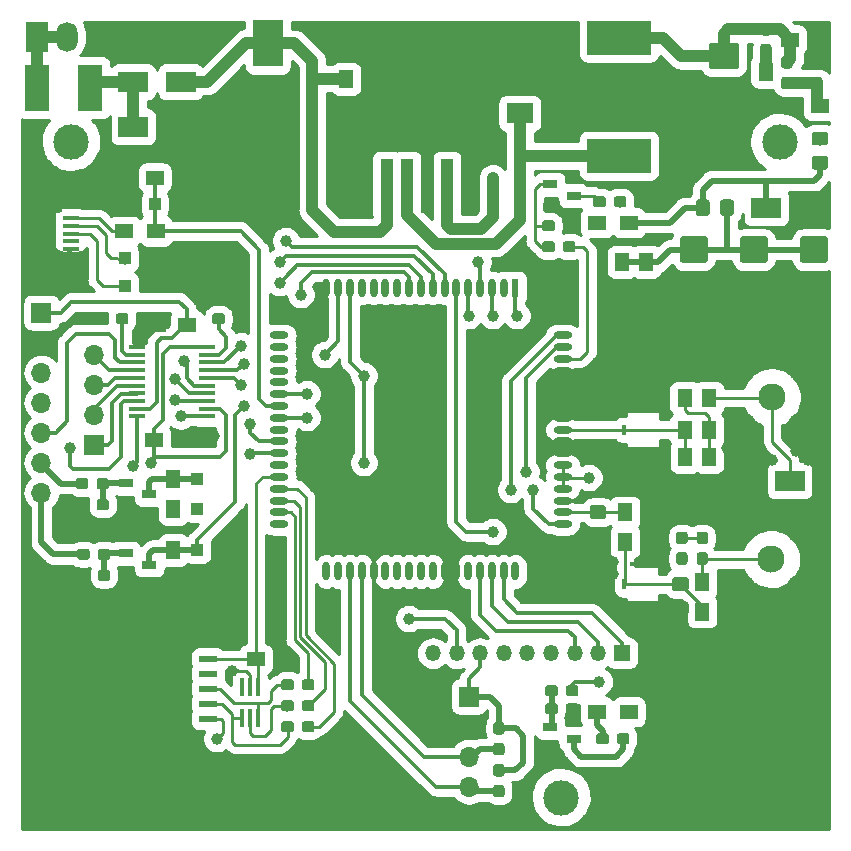
<source format=gbr>
G04 #@! TF.GenerationSoftware,KiCad,Pcbnew,(5.1.2)-2*
G04 #@! TF.CreationDate,2019-10-28T15:07:55+07:00*
G04 #@! TF.ProjectId,ph_shield_sim7000_pm2_hw,70685f73-6869-4656-9c64-5f73696d3730,rev?*
G04 #@! TF.SameCoordinates,Original*
G04 #@! TF.FileFunction,Copper,L1,Top*
G04 #@! TF.FilePolarity,Positive*
%FSLAX46Y46*%
G04 Gerber Fmt 4.6, Leading zero omitted, Abs format (unit mm)*
G04 Created by KiCad (PCBNEW (5.1.2)-2) date 2019-10-28 15:07:55*
%MOMM*%
%LPD*%
G04 APERTURE LIST*
%ADD10R,0.600000X1.600000*%
%ADD11O,0.600000X1.600000*%
%ADD12O,1.600000X0.600000*%
%ADD13R,0.400000X1.500000*%
%ADD14C,0.100000*%
%ADD15C,1.150000*%
%ADD16R,1.450000X0.450000*%
%ADD17C,0.950000*%
%ADD18C,3.000000*%
%ADD19R,1.500000X1.250000*%
%ADD20R,2.500000X4.000000*%
%ADD21R,1.250000X1.500000*%
%ADD22R,1.500000X1.300000*%
%ADD23R,1.300000X1.500000*%
%ADD24R,2.000000X4.000000*%
%ADD25R,1.254000X0.800100*%
%ADD26R,0.400000X0.900000*%
%ADD27R,2.180000X0.400000*%
%ADD28C,2.300000*%
%ADD29C,2.500000*%
%ADD30R,2.500000X1.800000*%
%ADD31R,2.286000X1.778000*%
%ADD32R,1.000000X1.000000*%
%ADD33O,1.700000X1.700000*%
%ADD34R,1.700000X1.700000*%
%ADD35R,1.350000X0.400000*%
%ADD36O,0.750000X0.750000*%
%ADD37R,1.000000X3.000000*%
%ADD38R,1.350000X1.350000*%
%ADD39O,1.350000X1.350000*%
%ADD40R,2.000000X1.524000*%
%ADD41R,1.524000X0.624000*%
%ADD42R,5.400040X2.900680*%
%ADD43R,1.100000X4.600000*%
%ADD44R,10.800000X9.400000*%
%ADD45C,2.250000*%
%ADD46R,1.824000X2.524000*%
%ADD47O,1.824000X2.524000*%
%ADD48C,1.000000*%
%ADD49C,0.800000*%
%ADD50C,1.000000*%
%ADD51C,0.500000*%
%ADD52C,0.350000*%
%ADD53C,0.250000*%
%ADD54C,0.254000*%
G04 APERTURE END LIST*
D10*
X142620000Y-73344000D03*
D11*
X141620000Y-73344000D03*
X140620000Y-73344000D03*
X139620000Y-73344000D03*
X138620000Y-73344000D03*
X137620000Y-73344000D03*
X136620000Y-73344000D03*
X135620000Y-73344000D03*
X134620000Y-73344000D03*
X133620000Y-73344000D03*
X132620000Y-73344000D03*
X131620000Y-73344000D03*
X130620000Y-73344000D03*
X129620000Y-73344000D03*
X128620000Y-73344000D03*
X127620000Y-73344000D03*
X126620000Y-73344000D03*
D12*
X122620000Y-77344000D03*
X122620000Y-78344000D03*
X122620000Y-79344000D03*
X122620000Y-80344000D03*
X122620000Y-81344000D03*
X122620000Y-82344000D03*
X122620000Y-83344000D03*
X122620000Y-84344000D03*
X122620000Y-85344000D03*
X122620000Y-86344000D03*
X122620000Y-87344000D03*
X122620000Y-88344000D03*
X122620000Y-89344000D03*
X122620000Y-90344000D03*
X122620000Y-91344000D03*
X122620000Y-92344000D03*
X122620000Y-93344000D03*
D11*
X126620000Y-97344000D03*
X127620000Y-97344000D03*
X128620000Y-97344000D03*
X129620000Y-97344000D03*
X130620000Y-97344000D03*
X131620000Y-97344000D03*
X132620000Y-97344000D03*
X133620000Y-97344000D03*
X134620000Y-97344000D03*
X135620000Y-97344000D03*
X136620000Y-97344000D03*
X137620000Y-97344000D03*
X138620000Y-97344000D03*
X139620000Y-97344000D03*
X140620000Y-97344000D03*
X141620000Y-97344000D03*
X142620000Y-97344000D03*
D12*
X146620000Y-93344000D03*
X146620000Y-92344000D03*
X146620000Y-91344000D03*
X146620000Y-90344000D03*
X146620000Y-89344000D03*
X146620000Y-88344000D03*
X146620000Y-87344000D03*
X146620000Y-86344000D03*
X146620000Y-85344000D03*
X146620000Y-84344000D03*
X146620000Y-83344000D03*
X146620000Y-82344000D03*
X146620000Y-81344000D03*
X146620000Y-80344000D03*
X146620000Y-79344000D03*
X146620000Y-78344000D03*
X146620000Y-77344000D03*
D13*
X120792000Y-107128000D03*
X120142000Y-107128000D03*
X119492000Y-107128000D03*
X119492000Y-109788000D03*
X120142000Y-109788000D03*
X120792000Y-109788000D03*
D14*
G36*
X150080505Y-91746204D02*
G01*
X150104773Y-91749804D01*
X150128572Y-91755765D01*
X150151671Y-91764030D01*
X150173850Y-91774520D01*
X150194893Y-91787132D01*
X150214599Y-91801747D01*
X150232777Y-91818223D01*
X150249253Y-91836401D01*
X150263868Y-91856107D01*
X150276480Y-91877150D01*
X150286970Y-91899329D01*
X150295235Y-91922428D01*
X150301196Y-91946227D01*
X150304796Y-91970495D01*
X150306000Y-91994999D01*
X150306000Y-92645001D01*
X150304796Y-92669505D01*
X150301196Y-92693773D01*
X150295235Y-92717572D01*
X150286970Y-92740671D01*
X150276480Y-92762850D01*
X150263868Y-92783893D01*
X150249253Y-92803599D01*
X150232777Y-92821777D01*
X150214599Y-92838253D01*
X150194893Y-92852868D01*
X150173850Y-92865480D01*
X150151671Y-92875970D01*
X150128572Y-92884235D01*
X150104773Y-92890196D01*
X150080505Y-92893796D01*
X150056001Y-92895000D01*
X149155999Y-92895000D01*
X149131495Y-92893796D01*
X149107227Y-92890196D01*
X149083428Y-92884235D01*
X149060329Y-92875970D01*
X149038150Y-92865480D01*
X149017107Y-92852868D01*
X148997401Y-92838253D01*
X148979223Y-92821777D01*
X148962747Y-92803599D01*
X148948132Y-92783893D01*
X148935520Y-92762850D01*
X148925030Y-92740671D01*
X148916765Y-92717572D01*
X148910804Y-92693773D01*
X148907204Y-92669505D01*
X148906000Y-92645001D01*
X148906000Y-91994999D01*
X148907204Y-91970495D01*
X148910804Y-91946227D01*
X148916765Y-91922428D01*
X148925030Y-91899329D01*
X148935520Y-91877150D01*
X148948132Y-91856107D01*
X148962747Y-91836401D01*
X148979223Y-91818223D01*
X148997401Y-91801747D01*
X149017107Y-91787132D01*
X149038150Y-91774520D01*
X149060329Y-91764030D01*
X149083428Y-91755765D01*
X149107227Y-91749804D01*
X149131495Y-91746204D01*
X149155999Y-91745000D01*
X150056001Y-91745000D01*
X150080505Y-91746204D01*
X150080505Y-91746204D01*
G37*
D15*
X149606000Y-92320000D03*
D14*
G36*
X150080505Y-93796204D02*
G01*
X150104773Y-93799804D01*
X150128572Y-93805765D01*
X150151671Y-93814030D01*
X150173850Y-93824520D01*
X150194893Y-93837132D01*
X150214599Y-93851747D01*
X150232777Y-93868223D01*
X150249253Y-93886401D01*
X150263868Y-93906107D01*
X150276480Y-93927150D01*
X150286970Y-93949329D01*
X150295235Y-93972428D01*
X150301196Y-93996227D01*
X150304796Y-94020495D01*
X150306000Y-94044999D01*
X150306000Y-94695001D01*
X150304796Y-94719505D01*
X150301196Y-94743773D01*
X150295235Y-94767572D01*
X150286970Y-94790671D01*
X150276480Y-94812850D01*
X150263868Y-94833893D01*
X150249253Y-94853599D01*
X150232777Y-94871777D01*
X150214599Y-94888253D01*
X150194893Y-94902868D01*
X150173850Y-94915480D01*
X150151671Y-94925970D01*
X150128572Y-94934235D01*
X150104773Y-94940196D01*
X150080505Y-94943796D01*
X150056001Y-94945000D01*
X149155999Y-94945000D01*
X149131495Y-94943796D01*
X149107227Y-94940196D01*
X149083428Y-94934235D01*
X149060329Y-94925970D01*
X149038150Y-94915480D01*
X149017107Y-94902868D01*
X148997401Y-94888253D01*
X148979223Y-94871777D01*
X148962747Y-94853599D01*
X148948132Y-94833893D01*
X148935520Y-94812850D01*
X148925030Y-94790671D01*
X148916765Y-94767572D01*
X148910804Y-94743773D01*
X148907204Y-94719505D01*
X148906000Y-94695001D01*
X148906000Y-94044999D01*
X148907204Y-94020495D01*
X148910804Y-93996227D01*
X148916765Y-93972428D01*
X148925030Y-93949329D01*
X148935520Y-93927150D01*
X148948132Y-93906107D01*
X148962747Y-93886401D01*
X148979223Y-93868223D01*
X148997401Y-93851747D01*
X149017107Y-93837132D01*
X149038150Y-93824520D01*
X149060329Y-93814030D01*
X149083428Y-93805765D01*
X149107227Y-93799804D01*
X149131495Y-93796204D01*
X149155999Y-93795000D01*
X150056001Y-93795000D01*
X150080505Y-93796204D01*
X150080505Y-93796204D01*
G37*
D15*
X149606000Y-94370000D03*
D16*
X116488000Y-84205000D03*
X116488000Y-83555000D03*
X116488000Y-82905000D03*
X116488000Y-82255000D03*
X116488000Y-81605000D03*
X116488000Y-80955000D03*
X116488000Y-80305000D03*
X116488000Y-79655000D03*
X116488000Y-79005000D03*
X116488000Y-78355000D03*
X110588000Y-78355000D03*
X110588000Y-79005000D03*
X110588000Y-79655000D03*
X110588000Y-80305000D03*
X110588000Y-80955000D03*
X110588000Y-81605000D03*
X110588000Y-82255000D03*
X110588000Y-82905000D03*
X110588000Y-83555000D03*
X110588000Y-84205000D03*
D14*
G36*
X119549779Y-75472144D02*
G01*
X119572834Y-75475563D01*
X119595443Y-75481227D01*
X119617387Y-75489079D01*
X119638457Y-75499044D01*
X119658448Y-75511026D01*
X119677168Y-75524910D01*
X119694438Y-75540562D01*
X119710090Y-75557832D01*
X119723974Y-75576552D01*
X119735956Y-75596543D01*
X119745921Y-75617613D01*
X119753773Y-75639557D01*
X119759437Y-75662166D01*
X119762856Y-75685221D01*
X119764000Y-75708500D01*
X119764000Y-76183500D01*
X119762856Y-76206779D01*
X119759437Y-76229834D01*
X119753773Y-76252443D01*
X119745921Y-76274387D01*
X119735956Y-76295457D01*
X119723974Y-76315448D01*
X119710090Y-76334168D01*
X119694438Y-76351438D01*
X119677168Y-76367090D01*
X119658448Y-76380974D01*
X119638457Y-76392956D01*
X119617387Y-76402921D01*
X119595443Y-76410773D01*
X119572834Y-76416437D01*
X119549779Y-76419856D01*
X119526500Y-76421000D01*
X118951500Y-76421000D01*
X118928221Y-76419856D01*
X118905166Y-76416437D01*
X118882557Y-76410773D01*
X118860613Y-76402921D01*
X118839543Y-76392956D01*
X118819552Y-76380974D01*
X118800832Y-76367090D01*
X118783562Y-76351438D01*
X118767910Y-76334168D01*
X118754026Y-76315448D01*
X118742044Y-76295457D01*
X118732079Y-76274387D01*
X118724227Y-76252443D01*
X118718563Y-76229834D01*
X118715144Y-76206779D01*
X118714000Y-76183500D01*
X118714000Y-75708500D01*
X118715144Y-75685221D01*
X118718563Y-75662166D01*
X118724227Y-75639557D01*
X118732079Y-75617613D01*
X118742044Y-75596543D01*
X118754026Y-75576552D01*
X118767910Y-75557832D01*
X118783562Y-75540562D01*
X118800832Y-75524910D01*
X118819552Y-75511026D01*
X118839543Y-75499044D01*
X118860613Y-75489079D01*
X118882557Y-75481227D01*
X118905166Y-75475563D01*
X118928221Y-75472144D01*
X118951500Y-75471000D01*
X119526500Y-75471000D01*
X119549779Y-75472144D01*
X119549779Y-75472144D01*
G37*
D17*
X119239000Y-75946000D03*
D14*
G36*
X117799779Y-75472144D02*
G01*
X117822834Y-75475563D01*
X117845443Y-75481227D01*
X117867387Y-75489079D01*
X117888457Y-75499044D01*
X117908448Y-75511026D01*
X117927168Y-75524910D01*
X117944438Y-75540562D01*
X117960090Y-75557832D01*
X117973974Y-75576552D01*
X117985956Y-75596543D01*
X117995921Y-75617613D01*
X118003773Y-75639557D01*
X118009437Y-75662166D01*
X118012856Y-75685221D01*
X118014000Y-75708500D01*
X118014000Y-76183500D01*
X118012856Y-76206779D01*
X118009437Y-76229834D01*
X118003773Y-76252443D01*
X117995921Y-76274387D01*
X117985956Y-76295457D01*
X117973974Y-76315448D01*
X117960090Y-76334168D01*
X117944438Y-76351438D01*
X117927168Y-76367090D01*
X117908448Y-76380974D01*
X117888457Y-76392956D01*
X117867387Y-76402921D01*
X117845443Y-76410773D01*
X117822834Y-76416437D01*
X117799779Y-76419856D01*
X117776500Y-76421000D01*
X117201500Y-76421000D01*
X117178221Y-76419856D01*
X117155166Y-76416437D01*
X117132557Y-76410773D01*
X117110613Y-76402921D01*
X117089543Y-76392956D01*
X117069552Y-76380974D01*
X117050832Y-76367090D01*
X117033562Y-76351438D01*
X117017910Y-76334168D01*
X117004026Y-76315448D01*
X116992044Y-76295457D01*
X116982079Y-76274387D01*
X116974227Y-76252443D01*
X116968563Y-76229834D01*
X116965144Y-76206779D01*
X116964000Y-76183500D01*
X116964000Y-75708500D01*
X116965144Y-75685221D01*
X116968563Y-75662166D01*
X116974227Y-75639557D01*
X116982079Y-75617613D01*
X116992044Y-75596543D01*
X117004026Y-75576552D01*
X117017910Y-75557832D01*
X117033562Y-75540562D01*
X117050832Y-75524910D01*
X117069552Y-75511026D01*
X117089543Y-75499044D01*
X117110613Y-75489079D01*
X117132557Y-75481227D01*
X117155166Y-75475563D01*
X117178221Y-75472144D01*
X117201500Y-75471000D01*
X117776500Y-75471000D01*
X117799779Y-75472144D01*
X117799779Y-75472144D01*
G37*
D17*
X117489000Y-75946000D03*
D18*
X105000000Y-61000000D03*
X165000000Y-61000000D03*
X146500000Y-116500000D03*
D19*
X112288000Y-76454000D03*
X114788000Y-76454000D03*
D20*
X121666000Y-60642000D03*
X121666000Y-52642000D03*
D21*
X128270000Y-55646000D03*
X128270000Y-58146000D03*
D19*
X112034000Y-86233000D03*
X114534000Y-86233000D03*
D21*
X113665000Y-92055000D03*
X113665000Y-89555000D03*
X113665000Y-95524000D03*
X113665000Y-98024000D03*
D19*
X165882000Y-52324000D03*
X168382000Y-52324000D03*
X165882000Y-57912000D03*
X168382000Y-57912000D03*
X112090000Y-64008000D03*
X109590000Y-64008000D03*
D21*
X156972000Y-90150000D03*
X156972000Y-87650000D03*
X159004000Y-87650000D03*
X159004000Y-90150000D03*
X151892000Y-92349000D03*
X151892000Y-94849000D03*
X158432500Y-98254500D03*
X158432500Y-100754500D03*
D19*
X120670000Y-104775000D03*
X123170000Y-104775000D03*
D21*
X153670000Y-71140000D03*
X153670000Y-73640000D03*
X151638000Y-73640000D03*
X151638000Y-71140000D03*
D22*
X149526000Y-67818000D03*
X152226000Y-67818000D03*
D23*
X163830000Y-55038000D03*
X163830000Y-57738000D03*
D22*
X152226000Y-109220000D03*
X149526000Y-109220000D03*
D24*
X106644000Y-56388000D03*
X102144000Y-56388000D03*
D25*
X111617000Y-90805000D03*
X109616240Y-91755000D03*
X109616240Y-89855000D03*
X109616240Y-95824000D03*
X109616240Y-97724000D03*
X111617000Y-96774000D03*
X147558000Y-65532000D03*
X145557240Y-66482000D03*
X145557240Y-64582000D03*
X145557240Y-110556000D03*
X145557240Y-112456000D03*
X147558000Y-111506000D03*
D22*
X109490000Y-68547500D03*
X112190000Y-68547500D03*
D23*
X156972000Y-85360500D03*
X156972000Y-82660500D03*
X159004000Y-82660500D03*
X159004000Y-85360500D03*
D26*
X151853900Y-85356700D03*
D27*
X153416000Y-87058500D03*
X153416000Y-83629500D03*
D28*
X164338000Y-82613500D03*
D29*
X166878000Y-80073500D03*
X161798000Y-80073500D03*
X161798000Y-85153500D03*
X166878000Y-85153500D03*
X166814500Y-98806000D03*
X161734500Y-98806000D03*
X161734500Y-93726000D03*
X166814500Y-93726000D03*
D28*
X164274500Y-96266000D03*
D30*
X110268000Y-59690000D03*
X114268000Y-59690000D03*
X114268000Y-55880000D03*
X110268000Y-55880000D03*
D31*
X143002000Y-54211000D03*
X143002000Y-58565000D03*
D32*
X115697000Y-89555000D03*
X115697000Y-92055000D03*
X115697000Y-95524000D03*
X115697000Y-98024000D03*
X109590000Y-66262750D03*
X112090000Y-66262750D03*
X112090000Y-73152000D03*
X109590000Y-73152000D03*
X109590000Y-70832250D03*
X112090000Y-70832250D03*
D30*
X161830000Y-89662000D03*
X165830000Y-89662000D03*
X167862000Y-66548000D03*
X163862000Y-66548000D03*
D14*
G36*
X168876505Y-62173204D02*
G01*
X168900773Y-62176804D01*
X168924572Y-62182765D01*
X168947671Y-62191030D01*
X168969850Y-62201520D01*
X168990893Y-62214132D01*
X169010599Y-62228747D01*
X169028777Y-62245223D01*
X169045253Y-62263401D01*
X169059868Y-62283107D01*
X169072480Y-62304150D01*
X169082970Y-62326329D01*
X169091235Y-62349428D01*
X169097196Y-62373227D01*
X169100796Y-62397495D01*
X169102000Y-62421999D01*
X169102000Y-63072001D01*
X169100796Y-63096505D01*
X169097196Y-63120773D01*
X169091235Y-63144572D01*
X169082970Y-63167671D01*
X169072480Y-63189850D01*
X169059868Y-63210893D01*
X169045253Y-63230599D01*
X169028777Y-63248777D01*
X169010599Y-63265253D01*
X168990893Y-63279868D01*
X168969850Y-63292480D01*
X168947671Y-63302970D01*
X168924572Y-63311235D01*
X168900773Y-63317196D01*
X168876505Y-63320796D01*
X168852001Y-63322000D01*
X167951999Y-63322000D01*
X167927495Y-63320796D01*
X167903227Y-63317196D01*
X167879428Y-63311235D01*
X167856329Y-63302970D01*
X167834150Y-63292480D01*
X167813107Y-63279868D01*
X167793401Y-63265253D01*
X167775223Y-63248777D01*
X167758747Y-63230599D01*
X167744132Y-63210893D01*
X167731520Y-63189850D01*
X167721030Y-63167671D01*
X167712765Y-63144572D01*
X167706804Y-63120773D01*
X167703204Y-63096505D01*
X167702000Y-63072001D01*
X167702000Y-62421999D01*
X167703204Y-62397495D01*
X167706804Y-62373227D01*
X167712765Y-62349428D01*
X167721030Y-62326329D01*
X167731520Y-62304150D01*
X167744132Y-62283107D01*
X167758747Y-62263401D01*
X167775223Y-62245223D01*
X167793401Y-62228747D01*
X167813107Y-62214132D01*
X167834150Y-62201520D01*
X167856329Y-62191030D01*
X167879428Y-62182765D01*
X167903227Y-62176804D01*
X167927495Y-62173204D01*
X167951999Y-62172000D01*
X168852001Y-62172000D01*
X168876505Y-62173204D01*
X168876505Y-62173204D01*
G37*
D15*
X168402000Y-62747000D03*
D14*
G36*
X168876505Y-60123204D02*
G01*
X168900773Y-60126804D01*
X168924572Y-60132765D01*
X168947671Y-60141030D01*
X168969850Y-60151520D01*
X168990893Y-60164132D01*
X169010599Y-60178747D01*
X169028777Y-60195223D01*
X169045253Y-60213401D01*
X169059868Y-60233107D01*
X169072480Y-60254150D01*
X169082970Y-60276329D01*
X169091235Y-60299428D01*
X169097196Y-60323227D01*
X169100796Y-60347495D01*
X169102000Y-60371999D01*
X169102000Y-61022001D01*
X169100796Y-61046505D01*
X169097196Y-61070773D01*
X169091235Y-61094572D01*
X169082970Y-61117671D01*
X169072480Y-61139850D01*
X169059868Y-61160893D01*
X169045253Y-61180599D01*
X169028777Y-61198777D01*
X169010599Y-61215253D01*
X168990893Y-61229868D01*
X168969850Y-61242480D01*
X168947671Y-61252970D01*
X168924572Y-61261235D01*
X168900773Y-61267196D01*
X168876505Y-61270796D01*
X168852001Y-61272000D01*
X167951999Y-61272000D01*
X167927495Y-61270796D01*
X167903227Y-61267196D01*
X167879428Y-61261235D01*
X167856329Y-61252970D01*
X167834150Y-61242480D01*
X167813107Y-61229868D01*
X167793401Y-61215253D01*
X167775223Y-61198777D01*
X167758747Y-61180599D01*
X167744132Y-61160893D01*
X167731520Y-61139850D01*
X167721030Y-61117671D01*
X167712765Y-61094572D01*
X167706804Y-61070773D01*
X167703204Y-61046505D01*
X167702000Y-61022001D01*
X167702000Y-60371999D01*
X167703204Y-60347495D01*
X167706804Y-60323227D01*
X167712765Y-60299428D01*
X167721030Y-60276329D01*
X167731520Y-60254150D01*
X167744132Y-60233107D01*
X167758747Y-60213401D01*
X167775223Y-60195223D01*
X167793401Y-60178747D01*
X167813107Y-60164132D01*
X167834150Y-60151520D01*
X167856329Y-60141030D01*
X167879428Y-60132765D01*
X167903227Y-60126804D01*
X167927495Y-60123204D01*
X167951999Y-60122000D01*
X168852001Y-60122000D01*
X168876505Y-60123204D01*
X168876505Y-60123204D01*
G37*
D15*
X168402000Y-60697000D03*
D14*
G36*
X158836505Y-65849204D02*
G01*
X158860773Y-65852804D01*
X158884572Y-65858765D01*
X158907671Y-65867030D01*
X158929850Y-65877520D01*
X158950893Y-65890132D01*
X158970599Y-65904747D01*
X158988777Y-65921223D01*
X159005253Y-65939401D01*
X159019868Y-65959107D01*
X159032480Y-65980150D01*
X159042970Y-66002329D01*
X159051235Y-66025428D01*
X159057196Y-66049227D01*
X159060796Y-66073495D01*
X159062000Y-66097999D01*
X159062000Y-66998001D01*
X159060796Y-67022505D01*
X159057196Y-67046773D01*
X159051235Y-67070572D01*
X159042970Y-67093671D01*
X159032480Y-67115850D01*
X159019868Y-67136893D01*
X159005253Y-67156599D01*
X158988777Y-67174777D01*
X158970599Y-67191253D01*
X158950893Y-67205868D01*
X158929850Y-67218480D01*
X158907671Y-67228970D01*
X158884572Y-67237235D01*
X158860773Y-67243196D01*
X158836505Y-67246796D01*
X158812001Y-67248000D01*
X158161999Y-67248000D01*
X158137495Y-67246796D01*
X158113227Y-67243196D01*
X158089428Y-67237235D01*
X158066329Y-67228970D01*
X158044150Y-67218480D01*
X158023107Y-67205868D01*
X158003401Y-67191253D01*
X157985223Y-67174777D01*
X157968747Y-67156599D01*
X157954132Y-67136893D01*
X157941520Y-67115850D01*
X157931030Y-67093671D01*
X157922765Y-67070572D01*
X157916804Y-67046773D01*
X157913204Y-67022505D01*
X157912000Y-66998001D01*
X157912000Y-66097999D01*
X157913204Y-66073495D01*
X157916804Y-66049227D01*
X157922765Y-66025428D01*
X157931030Y-66002329D01*
X157941520Y-65980150D01*
X157954132Y-65959107D01*
X157968747Y-65939401D01*
X157985223Y-65921223D01*
X158003401Y-65904747D01*
X158023107Y-65890132D01*
X158044150Y-65877520D01*
X158066329Y-65867030D01*
X158089428Y-65858765D01*
X158113227Y-65852804D01*
X158137495Y-65849204D01*
X158161999Y-65848000D01*
X158812001Y-65848000D01*
X158836505Y-65849204D01*
X158836505Y-65849204D01*
G37*
D15*
X158487000Y-66548000D03*
D14*
G36*
X160886505Y-65849204D02*
G01*
X160910773Y-65852804D01*
X160934572Y-65858765D01*
X160957671Y-65867030D01*
X160979850Y-65877520D01*
X161000893Y-65890132D01*
X161020599Y-65904747D01*
X161038777Y-65921223D01*
X161055253Y-65939401D01*
X161069868Y-65959107D01*
X161082480Y-65980150D01*
X161092970Y-66002329D01*
X161101235Y-66025428D01*
X161107196Y-66049227D01*
X161110796Y-66073495D01*
X161112000Y-66097999D01*
X161112000Y-66998001D01*
X161110796Y-67022505D01*
X161107196Y-67046773D01*
X161101235Y-67070572D01*
X161092970Y-67093671D01*
X161082480Y-67115850D01*
X161069868Y-67136893D01*
X161055253Y-67156599D01*
X161038777Y-67174777D01*
X161020599Y-67191253D01*
X161000893Y-67205868D01*
X160979850Y-67218480D01*
X160957671Y-67228970D01*
X160934572Y-67237235D01*
X160910773Y-67243196D01*
X160886505Y-67246796D01*
X160862001Y-67248000D01*
X160211999Y-67248000D01*
X160187495Y-67246796D01*
X160163227Y-67243196D01*
X160139428Y-67237235D01*
X160116329Y-67228970D01*
X160094150Y-67218480D01*
X160073107Y-67205868D01*
X160053401Y-67191253D01*
X160035223Y-67174777D01*
X160018747Y-67156599D01*
X160004132Y-67136893D01*
X159991520Y-67115850D01*
X159981030Y-67093671D01*
X159972765Y-67070572D01*
X159966804Y-67046773D01*
X159963204Y-67022505D01*
X159962000Y-66998001D01*
X159962000Y-66097999D01*
X159963204Y-66073495D01*
X159966804Y-66049227D01*
X159972765Y-66025428D01*
X159981030Y-66002329D01*
X159991520Y-65980150D01*
X160004132Y-65959107D01*
X160018747Y-65939401D01*
X160035223Y-65921223D01*
X160053401Y-65904747D01*
X160073107Y-65890132D01*
X160094150Y-65877520D01*
X160116329Y-65867030D01*
X160139428Y-65858765D01*
X160163227Y-65852804D01*
X160187495Y-65849204D01*
X160211999Y-65848000D01*
X160862001Y-65848000D01*
X160886505Y-65849204D01*
X160886505Y-65849204D01*
G37*
D15*
X160537000Y-66548000D03*
D33*
X106934000Y-78994000D03*
X106934000Y-81534000D03*
X106934000Y-84074000D03*
D34*
X106934000Y-86614000D03*
D35*
X104965940Y-67441660D03*
X104965940Y-68091660D03*
X104965940Y-68741660D03*
X104965940Y-69391660D03*
X104965940Y-70041660D03*
D36*
X103886000Y-66675000D03*
X103886000Y-70775000D03*
D37*
X101786000Y-65455800D03*
X101786000Y-71975000D03*
D33*
X138684000Y-115570000D03*
X138684000Y-113030000D03*
X138684000Y-110490000D03*
D34*
X138684000Y-107950000D03*
D38*
X151638000Y-104267000D03*
D39*
X149638000Y-104267000D03*
X147638000Y-104267000D03*
X145638000Y-104267000D03*
X143638000Y-104267000D03*
X141638000Y-104267000D03*
X139638000Y-104267000D03*
X137638000Y-104267000D03*
X135638000Y-104267000D03*
X133638000Y-104267000D03*
D40*
X102118000Y-118057000D03*
D41*
X116595500Y-106007000D03*
X116595500Y-103467000D03*
X116595500Y-107277000D03*
X116595500Y-109817000D03*
D40*
X114798000Y-118057000D03*
X102118000Y-101907000D03*
D41*
X116595500Y-104737000D03*
D40*
X114798000Y-101907000D03*
D41*
X116595500Y-108547000D03*
D42*
X151384000Y-62151260D03*
X151384000Y-52148740D03*
D14*
G36*
X157065505Y-97842204D02*
G01*
X157089773Y-97845804D01*
X157113572Y-97851765D01*
X157136671Y-97860030D01*
X157158850Y-97870520D01*
X157179893Y-97883132D01*
X157199599Y-97897747D01*
X157217777Y-97914223D01*
X157234253Y-97932401D01*
X157248868Y-97952107D01*
X157261480Y-97973150D01*
X157271970Y-97995329D01*
X157280235Y-98018428D01*
X157286196Y-98042227D01*
X157289796Y-98066495D01*
X157291000Y-98090999D01*
X157291000Y-98741001D01*
X157289796Y-98765505D01*
X157286196Y-98789773D01*
X157280235Y-98813572D01*
X157271970Y-98836671D01*
X157261480Y-98858850D01*
X157248868Y-98879893D01*
X157234253Y-98899599D01*
X157217777Y-98917777D01*
X157199599Y-98934253D01*
X157179893Y-98948868D01*
X157158850Y-98961480D01*
X157136671Y-98971970D01*
X157113572Y-98980235D01*
X157089773Y-98986196D01*
X157065505Y-98989796D01*
X157041001Y-98991000D01*
X156140999Y-98991000D01*
X156116495Y-98989796D01*
X156092227Y-98986196D01*
X156068428Y-98980235D01*
X156045329Y-98971970D01*
X156023150Y-98961480D01*
X156002107Y-98948868D01*
X155982401Y-98934253D01*
X155964223Y-98917777D01*
X155947747Y-98899599D01*
X155933132Y-98879893D01*
X155920520Y-98858850D01*
X155910030Y-98836671D01*
X155901765Y-98813572D01*
X155895804Y-98789773D01*
X155892204Y-98765505D01*
X155891000Y-98741001D01*
X155891000Y-98090999D01*
X155892204Y-98066495D01*
X155895804Y-98042227D01*
X155901765Y-98018428D01*
X155910030Y-97995329D01*
X155920520Y-97973150D01*
X155933132Y-97952107D01*
X155947747Y-97932401D01*
X155964223Y-97914223D01*
X155982401Y-97897747D01*
X156002107Y-97883132D01*
X156023150Y-97870520D01*
X156045329Y-97860030D01*
X156068428Y-97851765D01*
X156092227Y-97845804D01*
X156116495Y-97842204D01*
X156140999Y-97841000D01*
X157041001Y-97841000D01*
X157065505Y-97842204D01*
X157065505Y-97842204D01*
G37*
D15*
X156591000Y-98416000D03*
D14*
G36*
X157065505Y-99892204D02*
G01*
X157089773Y-99895804D01*
X157113572Y-99901765D01*
X157136671Y-99910030D01*
X157158850Y-99920520D01*
X157179893Y-99933132D01*
X157199599Y-99947747D01*
X157217777Y-99964223D01*
X157234253Y-99982401D01*
X157248868Y-100002107D01*
X157261480Y-100023150D01*
X157271970Y-100045329D01*
X157280235Y-100068428D01*
X157286196Y-100092227D01*
X157289796Y-100116495D01*
X157291000Y-100140999D01*
X157291000Y-100791001D01*
X157289796Y-100815505D01*
X157286196Y-100839773D01*
X157280235Y-100863572D01*
X157271970Y-100886671D01*
X157261480Y-100908850D01*
X157248868Y-100929893D01*
X157234253Y-100949599D01*
X157217777Y-100967777D01*
X157199599Y-100984253D01*
X157179893Y-100998868D01*
X157158850Y-101011480D01*
X157136671Y-101021970D01*
X157113572Y-101030235D01*
X157089773Y-101036196D01*
X157065505Y-101039796D01*
X157041001Y-101041000D01*
X156140999Y-101041000D01*
X156116495Y-101039796D01*
X156092227Y-101036196D01*
X156068428Y-101030235D01*
X156045329Y-101021970D01*
X156023150Y-101011480D01*
X156002107Y-100998868D01*
X155982401Y-100984253D01*
X155964223Y-100967777D01*
X155947747Y-100949599D01*
X155933132Y-100929893D01*
X155920520Y-100908850D01*
X155910030Y-100886671D01*
X155901765Y-100863572D01*
X155895804Y-100839773D01*
X155892204Y-100815505D01*
X155891000Y-100791001D01*
X155891000Y-100140999D01*
X155892204Y-100116495D01*
X155895804Y-100092227D01*
X155901765Y-100068428D01*
X155910030Y-100045329D01*
X155920520Y-100023150D01*
X155933132Y-100002107D01*
X155947747Y-99982401D01*
X155964223Y-99964223D01*
X155982401Y-99947747D01*
X156002107Y-99933132D01*
X156023150Y-99920520D01*
X156045329Y-99910030D01*
X156068428Y-99901765D01*
X156092227Y-99895804D01*
X156116495Y-99892204D01*
X156140999Y-99891000D01*
X157041001Y-99891000D01*
X157065505Y-99892204D01*
X157065505Y-99892204D01*
G37*
D15*
X156591000Y-100466000D03*
D14*
G36*
X158693279Y-93978144D02*
G01*
X158716334Y-93981563D01*
X158738943Y-93987227D01*
X158760887Y-93995079D01*
X158781957Y-94005044D01*
X158801948Y-94017026D01*
X158820668Y-94030910D01*
X158837938Y-94046562D01*
X158853590Y-94063832D01*
X158867474Y-94082552D01*
X158879456Y-94102543D01*
X158889421Y-94123613D01*
X158897273Y-94145557D01*
X158902937Y-94168166D01*
X158906356Y-94191221D01*
X158907500Y-94214500D01*
X158907500Y-94789500D01*
X158906356Y-94812779D01*
X158902937Y-94835834D01*
X158897273Y-94858443D01*
X158889421Y-94880387D01*
X158879456Y-94901457D01*
X158867474Y-94921448D01*
X158853590Y-94940168D01*
X158837938Y-94957438D01*
X158820668Y-94973090D01*
X158801948Y-94986974D01*
X158781957Y-94998956D01*
X158760887Y-95008921D01*
X158738943Y-95016773D01*
X158716334Y-95022437D01*
X158693279Y-95025856D01*
X158670000Y-95027000D01*
X158195000Y-95027000D01*
X158171721Y-95025856D01*
X158148666Y-95022437D01*
X158126057Y-95016773D01*
X158104113Y-95008921D01*
X158083043Y-94998956D01*
X158063052Y-94986974D01*
X158044332Y-94973090D01*
X158027062Y-94957438D01*
X158011410Y-94940168D01*
X157997526Y-94921448D01*
X157985544Y-94901457D01*
X157975579Y-94880387D01*
X157967727Y-94858443D01*
X157962063Y-94835834D01*
X157958644Y-94812779D01*
X157957500Y-94789500D01*
X157957500Y-94214500D01*
X157958644Y-94191221D01*
X157962063Y-94168166D01*
X157967727Y-94145557D01*
X157975579Y-94123613D01*
X157985544Y-94102543D01*
X157997526Y-94082552D01*
X158011410Y-94063832D01*
X158027062Y-94046562D01*
X158044332Y-94030910D01*
X158063052Y-94017026D01*
X158083043Y-94005044D01*
X158104113Y-93995079D01*
X158126057Y-93987227D01*
X158148666Y-93981563D01*
X158171721Y-93978144D01*
X158195000Y-93977000D01*
X158670000Y-93977000D01*
X158693279Y-93978144D01*
X158693279Y-93978144D01*
G37*
D17*
X158432500Y-94502000D03*
D14*
G36*
X158693279Y-95728144D02*
G01*
X158716334Y-95731563D01*
X158738943Y-95737227D01*
X158760887Y-95745079D01*
X158781957Y-95755044D01*
X158801948Y-95767026D01*
X158820668Y-95780910D01*
X158837938Y-95796562D01*
X158853590Y-95813832D01*
X158867474Y-95832552D01*
X158879456Y-95852543D01*
X158889421Y-95873613D01*
X158897273Y-95895557D01*
X158902937Y-95918166D01*
X158906356Y-95941221D01*
X158907500Y-95964500D01*
X158907500Y-96539500D01*
X158906356Y-96562779D01*
X158902937Y-96585834D01*
X158897273Y-96608443D01*
X158889421Y-96630387D01*
X158879456Y-96651457D01*
X158867474Y-96671448D01*
X158853590Y-96690168D01*
X158837938Y-96707438D01*
X158820668Y-96723090D01*
X158801948Y-96736974D01*
X158781957Y-96748956D01*
X158760887Y-96758921D01*
X158738943Y-96766773D01*
X158716334Y-96772437D01*
X158693279Y-96775856D01*
X158670000Y-96777000D01*
X158195000Y-96777000D01*
X158171721Y-96775856D01*
X158148666Y-96772437D01*
X158126057Y-96766773D01*
X158104113Y-96758921D01*
X158083043Y-96748956D01*
X158063052Y-96736974D01*
X158044332Y-96723090D01*
X158027062Y-96707438D01*
X158011410Y-96690168D01*
X157997526Y-96671448D01*
X157985544Y-96651457D01*
X157975579Y-96630387D01*
X157967727Y-96608443D01*
X157962063Y-96585834D01*
X157958644Y-96562779D01*
X157957500Y-96539500D01*
X157957500Y-95964500D01*
X157958644Y-95941221D01*
X157962063Y-95918166D01*
X157967727Y-95895557D01*
X157975579Y-95873613D01*
X157985544Y-95852543D01*
X157997526Y-95832552D01*
X158011410Y-95813832D01*
X158027062Y-95796562D01*
X158044332Y-95780910D01*
X158063052Y-95767026D01*
X158083043Y-95755044D01*
X158104113Y-95745079D01*
X158126057Y-95737227D01*
X158148666Y-95731563D01*
X158171721Y-95728144D01*
X158195000Y-95727000D01*
X158670000Y-95727000D01*
X158693279Y-95728144D01*
X158693279Y-95728144D01*
G37*
D17*
X158432500Y-96252000D03*
D14*
G36*
X109643779Y-75472144D02*
G01*
X109666834Y-75475563D01*
X109689443Y-75481227D01*
X109711387Y-75489079D01*
X109732457Y-75499044D01*
X109752448Y-75511026D01*
X109771168Y-75524910D01*
X109788438Y-75540562D01*
X109804090Y-75557832D01*
X109817974Y-75576552D01*
X109829956Y-75596543D01*
X109839921Y-75617613D01*
X109847773Y-75639557D01*
X109853437Y-75662166D01*
X109856856Y-75685221D01*
X109858000Y-75708500D01*
X109858000Y-76183500D01*
X109856856Y-76206779D01*
X109853437Y-76229834D01*
X109847773Y-76252443D01*
X109839921Y-76274387D01*
X109829956Y-76295457D01*
X109817974Y-76315448D01*
X109804090Y-76334168D01*
X109788438Y-76351438D01*
X109771168Y-76367090D01*
X109752448Y-76380974D01*
X109732457Y-76392956D01*
X109711387Y-76402921D01*
X109689443Y-76410773D01*
X109666834Y-76416437D01*
X109643779Y-76419856D01*
X109620500Y-76421000D01*
X109045500Y-76421000D01*
X109022221Y-76419856D01*
X108999166Y-76416437D01*
X108976557Y-76410773D01*
X108954613Y-76402921D01*
X108933543Y-76392956D01*
X108913552Y-76380974D01*
X108894832Y-76367090D01*
X108877562Y-76351438D01*
X108861910Y-76334168D01*
X108848026Y-76315448D01*
X108836044Y-76295457D01*
X108826079Y-76274387D01*
X108818227Y-76252443D01*
X108812563Y-76229834D01*
X108809144Y-76206779D01*
X108808000Y-76183500D01*
X108808000Y-75708500D01*
X108809144Y-75685221D01*
X108812563Y-75662166D01*
X108818227Y-75639557D01*
X108826079Y-75617613D01*
X108836044Y-75596543D01*
X108848026Y-75576552D01*
X108861910Y-75557832D01*
X108877562Y-75540562D01*
X108894832Y-75524910D01*
X108913552Y-75511026D01*
X108933543Y-75499044D01*
X108954613Y-75489079D01*
X108976557Y-75481227D01*
X108999166Y-75475563D01*
X109022221Y-75472144D01*
X109045500Y-75471000D01*
X109620500Y-75471000D01*
X109643779Y-75472144D01*
X109643779Y-75472144D01*
G37*
D17*
X109333000Y-75946000D03*
D14*
G36*
X107893779Y-75472144D02*
G01*
X107916834Y-75475563D01*
X107939443Y-75481227D01*
X107961387Y-75489079D01*
X107982457Y-75499044D01*
X108002448Y-75511026D01*
X108021168Y-75524910D01*
X108038438Y-75540562D01*
X108054090Y-75557832D01*
X108067974Y-75576552D01*
X108079956Y-75596543D01*
X108089921Y-75617613D01*
X108097773Y-75639557D01*
X108103437Y-75662166D01*
X108106856Y-75685221D01*
X108108000Y-75708500D01*
X108108000Y-76183500D01*
X108106856Y-76206779D01*
X108103437Y-76229834D01*
X108097773Y-76252443D01*
X108089921Y-76274387D01*
X108079956Y-76295457D01*
X108067974Y-76315448D01*
X108054090Y-76334168D01*
X108038438Y-76351438D01*
X108021168Y-76367090D01*
X108002448Y-76380974D01*
X107982457Y-76392956D01*
X107961387Y-76402921D01*
X107939443Y-76410773D01*
X107916834Y-76416437D01*
X107893779Y-76419856D01*
X107870500Y-76421000D01*
X107295500Y-76421000D01*
X107272221Y-76419856D01*
X107249166Y-76416437D01*
X107226557Y-76410773D01*
X107204613Y-76402921D01*
X107183543Y-76392956D01*
X107163552Y-76380974D01*
X107144832Y-76367090D01*
X107127562Y-76351438D01*
X107111910Y-76334168D01*
X107098026Y-76315448D01*
X107086044Y-76295457D01*
X107076079Y-76274387D01*
X107068227Y-76252443D01*
X107062563Y-76229834D01*
X107059144Y-76206779D01*
X107058000Y-76183500D01*
X107058000Y-75708500D01*
X107059144Y-75685221D01*
X107062563Y-75662166D01*
X107068227Y-75639557D01*
X107076079Y-75617613D01*
X107086044Y-75596543D01*
X107098026Y-75576552D01*
X107111910Y-75557832D01*
X107127562Y-75540562D01*
X107144832Y-75524910D01*
X107163552Y-75511026D01*
X107183543Y-75499044D01*
X107204613Y-75489079D01*
X107226557Y-75481227D01*
X107249166Y-75475563D01*
X107272221Y-75472144D01*
X107295500Y-75471000D01*
X107870500Y-75471000D01*
X107893779Y-75472144D01*
X107893779Y-75472144D01*
G37*
D17*
X107583000Y-75946000D03*
D14*
G36*
X107992779Y-89442144D02*
G01*
X108015834Y-89445563D01*
X108038443Y-89451227D01*
X108060387Y-89459079D01*
X108081457Y-89469044D01*
X108101448Y-89481026D01*
X108120168Y-89494910D01*
X108137438Y-89510562D01*
X108153090Y-89527832D01*
X108166974Y-89546552D01*
X108178956Y-89566543D01*
X108188921Y-89587613D01*
X108196773Y-89609557D01*
X108202437Y-89632166D01*
X108205856Y-89655221D01*
X108207000Y-89678500D01*
X108207000Y-90153500D01*
X108205856Y-90176779D01*
X108202437Y-90199834D01*
X108196773Y-90222443D01*
X108188921Y-90244387D01*
X108178956Y-90265457D01*
X108166974Y-90285448D01*
X108153090Y-90304168D01*
X108137438Y-90321438D01*
X108120168Y-90337090D01*
X108101448Y-90350974D01*
X108081457Y-90362956D01*
X108060387Y-90372921D01*
X108038443Y-90380773D01*
X108015834Y-90386437D01*
X107992779Y-90389856D01*
X107969500Y-90391000D01*
X107394500Y-90391000D01*
X107371221Y-90389856D01*
X107348166Y-90386437D01*
X107325557Y-90380773D01*
X107303613Y-90372921D01*
X107282543Y-90362956D01*
X107262552Y-90350974D01*
X107243832Y-90337090D01*
X107226562Y-90321438D01*
X107210910Y-90304168D01*
X107197026Y-90285448D01*
X107185044Y-90265457D01*
X107175079Y-90244387D01*
X107167227Y-90222443D01*
X107161563Y-90199834D01*
X107158144Y-90176779D01*
X107157000Y-90153500D01*
X107157000Y-89678500D01*
X107158144Y-89655221D01*
X107161563Y-89632166D01*
X107167227Y-89609557D01*
X107175079Y-89587613D01*
X107185044Y-89566543D01*
X107197026Y-89546552D01*
X107210910Y-89527832D01*
X107226562Y-89510562D01*
X107243832Y-89494910D01*
X107262552Y-89481026D01*
X107282543Y-89469044D01*
X107303613Y-89459079D01*
X107325557Y-89451227D01*
X107348166Y-89445563D01*
X107371221Y-89442144D01*
X107394500Y-89441000D01*
X107969500Y-89441000D01*
X107992779Y-89442144D01*
X107992779Y-89442144D01*
G37*
D17*
X107682000Y-89916000D03*
D14*
G36*
X106242779Y-89442144D02*
G01*
X106265834Y-89445563D01*
X106288443Y-89451227D01*
X106310387Y-89459079D01*
X106331457Y-89469044D01*
X106351448Y-89481026D01*
X106370168Y-89494910D01*
X106387438Y-89510562D01*
X106403090Y-89527832D01*
X106416974Y-89546552D01*
X106428956Y-89566543D01*
X106438921Y-89587613D01*
X106446773Y-89609557D01*
X106452437Y-89632166D01*
X106455856Y-89655221D01*
X106457000Y-89678500D01*
X106457000Y-90153500D01*
X106455856Y-90176779D01*
X106452437Y-90199834D01*
X106446773Y-90222443D01*
X106438921Y-90244387D01*
X106428956Y-90265457D01*
X106416974Y-90285448D01*
X106403090Y-90304168D01*
X106387438Y-90321438D01*
X106370168Y-90337090D01*
X106351448Y-90350974D01*
X106331457Y-90362956D01*
X106310387Y-90372921D01*
X106288443Y-90380773D01*
X106265834Y-90386437D01*
X106242779Y-90389856D01*
X106219500Y-90391000D01*
X105644500Y-90391000D01*
X105621221Y-90389856D01*
X105598166Y-90386437D01*
X105575557Y-90380773D01*
X105553613Y-90372921D01*
X105532543Y-90362956D01*
X105512552Y-90350974D01*
X105493832Y-90337090D01*
X105476562Y-90321438D01*
X105460910Y-90304168D01*
X105447026Y-90285448D01*
X105435044Y-90265457D01*
X105425079Y-90244387D01*
X105417227Y-90222443D01*
X105411563Y-90199834D01*
X105408144Y-90176779D01*
X105407000Y-90153500D01*
X105407000Y-89678500D01*
X105408144Y-89655221D01*
X105411563Y-89632166D01*
X105417227Y-89609557D01*
X105425079Y-89587613D01*
X105435044Y-89566543D01*
X105447026Y-89546552D01*
X105460910Y-89527832D01*
X105476562Y-89510562D01*
X105493832Y-89494910D01*
X105512552Y-89481026D01*
X105532543Y-89469044D01*
X105553613Y-89459079D01*
X105575557Y-89451227D01*
X105598166Y-89445563D01*
X105621221Y-89442144D01*
X105644500Y-89441000D01*
X106219500Y-89441000D01*
X106242779Y-89442144D01*
X106242779Y-89442144D01*
G37*
D17*
X105932000Y-89916000D03*
D14*
G36*
X108105779Y-95411144D02*
G01*
X108128834Y-95414563D01*
X108151443Y-95420227D01*
X108173387Y-95428079D01*
X108194457Y-95438044D01*
X108214448Y-95450026D01*
X108233168Y-95463910D01*
X108250438Y-95479562D01*
X108266090Y-95496832D01*
X108279974Y-95515552D01*
X108291956Y-95535543D01*
X108301921Y-95556613D01*
X108309773Y-95578557D01*
X108315437Y-95601166D01*
X108318856Y-95624221D01*
X108320000Y-95647500D01*
X108320000Y-96122500D01*
X108318856Y-96145779D01*
X108315437Y-96168834D01*
X108309773Y-96191443D01*
X108301921Y-96213387D01*
X108291956Y-96234457D01*
X108279974Y-96254448D01*
X108266090Y-96273168D01*
X108250438Y-96290438D01*
X108233168Y-96306090D01*
X108214448Y-96319974D01*
X108194457Y-96331956D01*
X108173387Y-96341921D01*
X108151443Y-96349773D01*
X108128834Y-96355437D01*
X108105779Y-96358856D01*
X108082500Y-96360000D01*
X107507500Y-96360000D01*
X107484221Y-96358856D01*
X107461166Y-96355437D01*
X107438557Y-96349773D01*
X107416613Y-96341921D01*
X107395543Y-96331956D01*
X107375552Y-96319974D01*
X107356832Y-96306090D01*
X107339562Y-96290438D01*
X107323910Y-96273168D01*
X107310026Y-96254448D01*
X107298044Y-96234457D01*
X107288079Y-96213387D01*
X107280227Y-96191443D01*
X107274563Y-96168834D01*
X107271144Y-96145779D01*
X107270000Y-96122500D01*
X107270000Y-95647500D01*
X107271144Y-95624221D01*
X107274563Y-95601166D01*
X107280227Y-95578557D01*
X107288079Y-95556613D01*
X107298044Y-95535543D01*
X107310026Y-95515552D01*
X107323910Y-95496832D01*
X107339562Y-95479562D01*
X107356832Y-95463910D01*
X107375552Y-95450026D01*
X107395543Y-95438044D01*
X107416613Y-95428079D01*
X107438557Y-95420227D01*
X107461166Y-95414563D01*
X107484221Y-95411144D01*
X107507500Y-95410000D01*
X108082500Y-95410000D01*
X108105779Y-95411144D01*
X108105779Y-95411144D01*
G37*
D17*
X107795000Y-95885000D03*
D14*
G36*
X106355779Y-95411144D02*
G01*
X106378834Y-95414563D01*
X106401443Y-95420227D01*
X106423387Y-95428079D01*
X106444457Y-95438044D01*
X106464448Y-95450026D01*
X106483168Y-95463910D01*
X106500438Y-95479562D01*
X106516090Y-95496832D01*
X106529974Y-95515552D01*
X106541956Y-95535543D01*
X106551921Y-95556613D01*
X106559773Y-95578557D01*
X106565437Y-95601166D01*
X106568856Y-95624221D01*
X106570000Y-95647500D01*
X106570000Y-96122500D01*
X106568856Y-96145779D01*
X106565437Y-96168834D01*
X106559773Y-96191443D01*
X106551921Y-96213387D01*
X106541956Y-96234457D01*
X106529974Y-96254448D01*
X106516090Y-96273168D01*
X106500438Y-96290438D01*
X106483168Y-96306090D01*
X106464448Y-96319974D01*
X106444457Y-96331956D01*
X106423387Y-96341921D01*
X106401443Y-96349773D01*
X106378834Y-96355437D01*
X106355779Y-96358856D01*
X106332500Y-96360000D01*
X105757500Y-96360000D01*
X105734221Y-96358856D01*
X105711166Y-96355437D01*
X105688557Y-96349773D01*
X105666613Y-96341921D01*
X105645543Y-96331956D01*
X105625552Y-96319974D01*
X105606832Y-96306090D01*
X105589562Y-96290438D01*
X105573910Y-96273168D01*
X105560026Y-96254448D01*
X105548044Y-96234457D01*
X105538079Y-96213387D01*
X105530227Y-96191443D01*
X105524563Y-96168834D01*
X105521144Y-96145779D01*
X105520000Y-96122500D01*
X105520000Y-95647500D01*
X105521144Y-95624221D01*
X105524563Y-95601166D01*
X105530227Y-95578557D01*
X105538079Y-95556613D01*
X105548044Y-95535543D01*
X105560026Y-95515552D01*
X105573910Y-95496832D01*
X105589562Y-95479562D01*
X105606832Y-95463910D01*
X105625552Y-95450026D01*
X105645543Y-95438044D01*
X105666613Y-95428079D01*
X105688557Y-95420227D01*
X105711166Y-95414563D01*
X105734221Y-95411144D01*
X105757500Y-95410000D01*
X106332500Y-95410000D01*
X106355779Y-95411144D01*
X106355779Y-95411144D01*
G37*
D17*
X106045000Y-95885000D03*
D14*
G36*
X107992779Y-91220144D02*
G01*
X108015834Y-91223563D01*
X108038443Y-91229227D01*
X108060387Y-91237079D01*
X108081457Y-91247044D01*
X108101448Y-91259026D01*
X108120168Y-91272910D01*
X108137438Y-91288562D01*
X108153090Y-91305832D01*
X108166974Y-91324552D01*
X108178956Y-91344543D01*
X108188921Y-91365613D01*
X108196773Y-91387557D01*
X108202437Y-91410166D01*
X108205856Y-91433221D01*
X108207000Y-91456500D01*
X108207000Y-91931500D01*
X108205856Y-91954779D01*
X108202437Y-91977834D01*
X108196773Y-92000443D01*
X108188921Y-92022387D01*
X108178956Y-92043457D01*
X108166974Y-92063448D01*
X108153090Y-92082168D01*
X108137438Y-92099438D01*
X108120168Y-92115090D01*
X108101448Y-92128974D01*
X108081457Y-92140956D01*
X108060387Y-92150921D01*
X108038443Y-92158773D01*
X108015834Y-92164437D01*
X107992779Y-92167856D01*
X107969500Y-92169000D01*
X107394500Y-92169000D01*
X107371221Y-92167856D01*
X107348166Y-92164437D01*
X107325557Y-92158773D01*
X107303613Y-92150921D01*
X107282543Y-92140956D01*
X107262552Y-92128974D01*
X107243832Y-92115090D01*
X107226562Y-92099438D01*
X107210910Y-92082168D01*
X107197026Y-92063448D01*
X107185044Y-92043457D01*
X107175079Y-92022387D01*
X107167227Y-92000443D01*
X107161563Y-91977834D01*
X107158144Y-91954779D01*
X107157000Y-91931500D01*
X107157000Y-91456500D01*
X107158144Y-91433221D01*
X107161563Y-91410166D01*
X107167227Y-91387557D01*
X107175079Y-91365613D01*
X107185044Y-91344543D01*
X107197026Y-91324552D01*
X107210910Y-91305832D01*
X107226562Y-91288562D01*
X107243832Y-91272910D01*
X107262552Y-91259026D01*
X107282543Y-91247044D01*
X107303613Y-91237079D01*
X107325557Y-91229227D01*
X107348166Y-91223563D01*
X107371221Y-91220144D01*
X107394500Y-91219000D01*
X107969500Y-91219000D01*
X107992779Y-91220144D01*
X107992779Y-91220144D01*
G37*
D17*
X107682000Y-91694000D03*
D14*
G36*
X106242779Y-91220144D02*
G01*
X106265834Y-91223563D01*
X106288443Y-91229227D01*
X106310387Y-91237079D01*
X106331457Y-91247044D01*
X106351448Y-91259026D01*
X106370168Y-91272910D01*
X106387438Y-91288562D01*
X106403090Y-91305832D01*
X106416974Y-91324552D01*
X106428956Y-91344543D01*
X106438921Y-91365613D01*
X106446773Y-91387557D01*
X106452437Y-91410166D01*
X106455856Y-91433221D01*
X106457000Y-91456500D01*
X106457000Y-91931500D01*
X106455856Y-91954779D01*
X106452437Y-91977834D01*
X106446773Y-92000443D01*
X106438921Y-92022387D01*
X106428956Y-92043457D01*
X106416974Y-92063448D01*
X106403090Y-92082168D01*
X106387438Y-92099438D01*
X106370168Y-92115090D01*
X106351448Y-92128974D01*
X106331457Y-92140956D01*
X106310387Y-92150921D01*
X106288443Y-92158773D01*
X106265834Y-92164437D01*
X106242779Y-92167856D01*
X106219500Y-92169000D01*
X105644500Y-92169000D01*
X105621221Y-92167856D01*
X105598166Y-92164437D01*
X105575557Y-92158773D01*
X105553613Y-92150921D01*
X105532543Y-92140956D01*
X105512552Y-92128974D01*
X105493832Y-92115090D01*
X105476562Y-92099438D01*
X105460910Y-92082168D01*
X105447026Y-92063448D01*
X105435044Y-92043457D01*
X105425079Y-92022387D01*
X105417227Y-92000443D01*
X105411563Y-91977834D01*
X105408144Y-91954779D01*
X105407000Y-91931500D01*
X105407000Y-91456500D01*
X105408144Y-91433221D01*
X105411563Y-91410166D01*
X105417227Y-91387557D01*
X105425079Y-91365613D01*
X105435044Y-91344543D01*
X105447026Y-91324552D01*
X105460910Y-91305832D01*
X105476562Y-91288562D01*
X105493832Y-91272910D01*
X105512552Y-91259026D01*
X105532543Y-91247044D01*
X105553613Y-91237079D01*
X105575557Y-91229227D01*
X105598166Y-91223563D01*
X105621221Y-91220144D01*
X105644500Y-91219000D01*
X106219500Y-91219000D01*
X106242779Y-91220144D01*
X106242779Y-91220144D01*
G37*
D17*
X105932000Y-91694000D03*
D14*
G36*
X108105779Y-97189144D02*
G01*
X108128834Y-97192563D01*
X108151443Y-97198227D01*
X108173387Y-97206079D01*
X108194457Y-97216044D01*
X108214448Y-97228026D01*
X108233168Y-97241910D01*
X108250438Y-97257562D01*
X108266090Y-97274832D01*
X108279974Y-97293552D01*
X108291956Y-97313543D01*
X108301921Y-97334613D01*
X108309773Y-97356557D01*
X108315437Y-97379166D01*
X108318856Y-97402221D01*
X108320000Y-97425500D01*
X108320000Y-97900500D01*
X108318856Y-97923779D01*
X108315437Y-97946834D01*
X108309773Y-97969443D01*
X108301921Y-97991387D01*
X108291956Y-98012457D01*
X108279974Y-98032448D01*
X108266090Y-98051168D01*
X108250438Y-98068438D01*
X108233168Y-98084090D01*
X108214448Y-98097974D01*
X108194457Y-98109956D01*
X108173387Y-98119921D01*
X108151443Y-98127773D01*
X108128834Y-98133437D01*
X108105779Y-98136856D01*
X108082500Y-98138000D01*
X107507500Y-98138000D01*
X107484221Y-98136856D01*
X107461166Y-98133437D01*
X107438557Y-98127773D01*
X107416613Y-98119921D01*
X107395543Y-98109956D01*
X107375552Y-98097974D01*
X107356832Y-98084090D01*
X107339562Y-98068438D01*
X107323910Y-98051168D01*
X107310026Y-98032448D01*
X107298044Y-98012457D01*
X107288079Y-97991387D01*
X107280227Y-97969443D01*
X107274563Y-97946834D01*
X107271144Y-97923779D01*
X107270000Y-97900500D01*
X107270000Y-97425500D01*
X107271144Y-97402221D01*
X107274563Y-97379166D01*
X107280227Y-97356557D01*
X107288079Y-97334613D01*
X107298044Y-97313543D01*
X107310026Y-97293552D01*
X107323910Y-97274832D01*
X107339562Y-97257562D01*
X107356832Y-97241910D01*
X107375552Y-97228026D01*
X107395543Y-97216044D01*
X107416613Y-97206079D01*
X107438557Y-97198227D01*
X107461166Y-97192563D01*
X107484221Y-97189144D01*
X107507500Y-97188000D01*
X108082500Y-97188000D01*
X108105779Y-97189144D01*
X108105779Y-97189144D01*
G37*
D17*
X107795000Y-97663000D03*
D14*
G36*
X106355779Y-97189144D02*
G01*
X106378834Y-97192563D01*
X106401443Y-97198227D01*
X106423387Y-97206079D01*
X106444457Y-97216044D01*
X106464448Y-97228026D01*
X106483168Y-97241910D01*
X106500438Y-97257562D01*
X106516090Y-97274832D01*
X106529974Y-97293552D01*
X106541956Y-97313543D01*
X106551921Y-97334613D01*
X106559773Y-97356557D01*
X106565437Y-97379166D01*
X106568856Y-97402221D01*
X106570000Y-97425500D01*
X106570000Y-97900500D01*
X106568856Y-97923779D01*
X106565437Y-97946834D01*
X106559773Y-97969443D01*
X106551921Y-97991387D01*
X106541956Y-98012457D01*
X106529974Y-98032448D01*
X106516090Y-98051168D01*
X106500438Y-98068438D01*
X106483168Y-98084090D01*
X106464448Y-98097974D01*
X106444457Y-98109956D01*
X106423387Y-98119921D01*
X106401443Y-98127773D01*
X106378834Y-98133437D01*
X106355779Y-98136856D01*
X106332500Y-98138000D01*
X105757500Y-98138000D01*
X105734221Y-98136856D01*
X105711166Y-98133437D01*
X105688557Y-98127773D01*
X105666613Y-98119921D01*
X105645543Y-98109956D01*
X105625552Y-98097974D01*
X105606832Y-98084090D01*
X105589562Y-98068438D01*
X105573910Y-98051168D01*
X105560026Y-98032448D01*
X105548044Y-98012457D01*
X105538079Y-97991387D01*
X105530227Y-97969443D01*
X105524563Y-97946834D01*
X105521144Y-97923779D01*
X105520000Y-97900500D01*
X105520000Y-97425500D01*
X105521144Y-97402221D01*
X105524563Y-97379166D01*
X105530227Y-97356557D01*
X105538079Y-97334613D01*
X105548044Y-97313543D01*
X105560026Y-97293552D01*
X105573910Y-97274832D01*
X105589562Y-97257562D01*
X105606832Y-97241910D01*
X105625552Y-97228026D01*
X105645543Y-97216044D01*
X105666613Y-97206079D01*
X105688557Y-97198227D01*
X105711166Y-97192563D01*
X105734221Y-97189144D01*
X105757500Y-97188000D01*
X106332500Y-97188000D01*
X106355779Y-97189144D01*
X106355779Y-97189144D01*
G37*
D17*
X106045000Y-97663000D03*
D14*
G36*
X151807779Y-65566144D02*
G01*
X151830834Y-65569563D01*
X151853443Y-65575227D01*
X151875387Y-65583079D01*
X151896457Y-65593044D01*
X151916448Y-65605026D01*
X151935168Y-65618910D01*
X151952438Y-65634562D01*
X151968090Y-65651832D01*
X151981974Y-65670552D01*
X151993956Y-65690543D01*
X152003921Y-65711613D01*
X152011773Y-65733557D01*
X152017437Y-65756166D01*
X152020856Y-65779221D01*
X152022000Y-65802500D01*
X152022000Y-66277500D01*
X152020856Y-66300779D01*
X152017437Y-66323834D01*
X152011773Y-66346443D01*
X152003921Y-66368387D01*
X151993956Y-66389457D01*
X151981974Y-66409448D01*
X151968090Y-66428168D01*
X151952438Y-66445438D01*
X151935168Y-66461090D01*
X151916448Y-66474974D01*
X151896457Y-66486956D01*
X151875387Y-66496921D01*
X151853443Y-66504773D01*
X151830834Y-66510437D01*
X151807779Y-66513856D01*
X151784500Y-66515000D01*
X151209500Y-66515000D01*
X151186221Y-66513856D01*
X151163166Y-66510437D01*
X151140557Y-66504773D01*
X151118613Y-66496921D01*
X151097543Y-66486956D01*
X151077552Y-66474974D01*
X151058832Y-66461090D01*
X151041562Y-66445438D01*
X151025910Y-66428168D01*
X151012026Y-66409448D01*
X151000044Y-66389457D01*
X150990079Y-66368387D01*
X150982227Y-66346443D01*
X150976563Y-66323834D01*
X150973144Y-66300779D01*
X150972000Y-66277500D01*
X150972000Y-65802500D01*
X150973144Y-65779221D01*
X150976563Y-65756166D01*
X150982227Y-65733557D01*
X150990079Y-65711613D01*
X151000044Y-65690543D01*
X151012026Y-65670552D01*
X151025910Y-65651832D01*
X151041562Y-65634562D01*
X151058832Y-65618910D01*
X151077552Y-65605026D01*
X151097543Y-65593044D01*
X151118613Y-65583079D01*
X151140557Y-65575227D01*
X151163166Y-65569563D01*
X151186221Y-65566144D01*
X151209500Y-65565000D01*
X151784500Y-65565000D01*
X151807779Y-65566144D01*
X151807779Y-65566144D01*
G37*
D17*
X151497000Y-66040000D03*
D14*
G36*
X150057779Y-65566144D02*
G01*
X150080834Y-65569563D01*
X150103443Y-65575227D01*
X150125387Y-65583079D01*
X150146457Y-65593044D01*
X150166448Y-65605026D01*
X150185168Y-65618910D01*
X150202438Y-65634562D01*
X150218090Y-65651832D01*
X150231974Y-65670552D01*
X150243956Y-65690543D01*
X150253921Y-65711613D01*
X150261773Y-65733557D01*
X150267437Y-65756166D01*
X150270856Y-65779221D01*
X150272000Y-65802500D01*
X150272000Y-66277500D01*
X150270856Y-66300779D01*
X150267437Y-66323834D01*
X150261773Y-66346443D01*
X150253921Y-66368387D01*
X150243956Y-66389457D01*
X150231974Y-66409448D01*
X150218090Y-66428168D01*
X150202438Y-66445438D01*
X150185168Y-66461090D01*
X150166448Y-66474974D01*
X150146457Y-66486956D01*
X150125387Y-66496921D01*
X150103443Y-66504773D01*
X150080834Y-66510437D01*
X150057779Y-66513856D01*
X150034500Y-66515000D01*
X149459500Y-66515000D01*
X149436221Y-66513856D01*
X149413166Y-66510437D01*
X149390557Y-66504773D01*
X149368613Y-66496921D01*
X149347543Y-66486956D01*
X149327552Y-66474974D01*
X149308832Y-66461090D01*
X149291562Y-66445438D01*
X149275910Y-66428168D01*
X149262026Y-66409448D01*
X149250044Y-66389457D01*
X149240079Y-66368387D01*
X149232227Y-66346443D01*
X149226563Y-66323834D01*
X149223144Y-66300779D01*
X149222000Y-66277500D01*
X149222000Y-65802500D01*
X149223144Y-65779221D01*
X149226563Y-65756166D01*
X149232227Y-65733557D01*
X149240079Y-65711613D01*
X149250044Y-65690543D01*
X149262026Y-65670552D01*
X149275910Y-65651832D01*
X149291562Y-65634562D01*
X149308832Y-65618910D01*
X149327552Y-65605026D01*
X149347543Y-65593044D01*
X149368613Y-65583079D01*
X149390557Y-65575227D01*
X149413166Y-65569563D01*
X149436221Y-65566144D01*
X149459500Y-65565000D01*
X150034500Y-65565000D01*
X150057779Y-65566144D01*
X150057779Y-65566144D01*
G37*
D17*
X149747000Y-66040000D03*
D14*
G36*
X147489779Y-67598144D02*
G01*
X147512834Y-67601563D01*
X147535443Y-67607227D01*
X147557387Y-67615079D01*
X147578457Y-67625044D01*
X147598448Y-67637026D01*
X147617168Y-67650910D01*
X147634438Y-67666562D01*
X147650090Y-67683832D01*
X147663974Y-67702552D01*
X147675956Y-67722543D01*
X147685921Y-67743613D01*
X147693773Y-67765557D01*
X147699437Y-67788166D01*
X147702856Y-67811221D01*
X147704000Y-67834500D01*
X147704000Y-68309500D01*
X147702856Y-68332779D01*
X147699437Y-68355834D01*
X147693773Y-68378443D01*
X147685921Y-68400387D01*
X147675956Y-68421457D01*
X147663974Y-68441448D01*
X147650090Y-68460168D01*
X147634438Y-68477438D01*
X147617168Y-68493090D01*
X147598448Y-68506974D01*
X147578457Y-68518956D01*
X147557387Y-68528921D01*
X147535443Y-68536773D01*
X147512834Y-68542437D01*
X147489779Y-68545856D01*
X147466500Y-68547000D01*
X146891500Y-68547000D01*
X146868221Y-68545856D01*
X146845166Y-68542437D01*
X146822557Y-68536773D01*
X146800613Y-68528921D01*
X146779543Y-68518956D01*
X146759552Y-68506974D01*
X146740832Y-68493090D01*
X146723562Y-68477438D01*
X146707910Y-68460168D01*
X146694026Y-68441448D01*
X146682044Y-68421457D01*
X146672079Y-68400387D01*
X146664227Y-68378443D01*
X146658563Y-68355834D01*
X146655144Y-68332779D01*
X146654000Y-68309500D01*
X146654000Y-67834500D01*
X146655144Y-67811221D01*
X146658563Y-67788166D01*
X146664227Y-67765557D01*
X146672079Y-67743613D01*
X146682044Y-67722543D01*
X146694026Y-67702552D01*
X146707910Y-67683832D01*
X146723562Y-67666562D01*
X146740832Y-67650910D01*
X146759552Y-67637026D01*
X146779543Y-67625044D01*
X146800613Y-67615079D01*
X146822557Y-67607227D01*
X146845166Y-67601563D01*
X146868221Y-67598144D01*
X146891500Y-67597000D01*
X147466500Y-67597000D01*
X147489779Y-67598144D01*
X147489779Y-67598144D01*
G37*
D17*
X147179000Y-68072000D03*
D14*
G36*
X145739779Y-67598144D02*
G01*
X145762834Y-67601563D01*
X145785443Y-67607227D01*
X145807387Y-67615079D01*
X145828457Y-67625044D01*
X145848448Y-67637026D01*
X145867168Y-67650910D01*
X145884438Y-67666562D01*
X145900090Y-67683832D01*
X145913974Y-67702552D01*
X145925956Y-67722543D01*
X145935921Y-67743613D01*
X145943773Y-67765557D01*
X145949437Y-67788166D01*
X145952856Y-67811221D01*
X145954000Y-67834500D01*
X145954000Y-68309500D01*
X145952856Y-68332779D01*
X145949437Y-68355834D01*
X145943773Y-68378443D01*
X145935921Y-68400387D01*
X145925956Y-68421457D01*
X145913974Y-68441448D01*
X145900090Y-68460168D01*
X145884438Y-68477438D01*
X145867168Y-68493090D01*
X145848448Y-68506974D01*
X145828457Y-68518956D01*
X145807387Y-68528921D01*
X145785443Y-68536773D01*
X145762834Y-68542437D01*
X145739779Y-68545856D01*
X145716500Y-68547000D01*
X145141500Y-68547000D01*
X145118221Y-68545856D01*
X145095166Y-68542437D01*
X145072557Y-68536773D01*
X145050613Y-68528921D01*
X145029543Y-68518956D01*
X145009552Y-68506974D01*
X144990832Y-68493090D01*
X144973562Y-68477438D01*
X144957910Y-68460168D01*
X144944026Y-68441448D01*
X144932044Y-68421457D01*
X144922079Y-68400387D01*
X144914227Y-68378443D01*
X144908563Y-68355834D01*
X144905144Y-68332779D01*
X144904000Y-68309500D01*
X144904000Y-67834500D01*
X144905144Y-67811221D01*
X144908563Y-67788166D01*
X144914227Y-67765557D01*
X144922079Y-67743613D01*
X144932044Y-67722543D01*
X144944026Y-67702552D01*
X144957910Y-67683832D01*
X144973562Y-67666562D01*
X144990832Y-67650910D01*
X145009552Y-67637026D01*
X145029543Y-67625044D01*
X145050613Y-67615079D01*
X145072557Y-67607227D01*
X145095166Y-67601563D01*
X145118221Y-67598144D01*
X145141500Y-67597000D01*
X145716500Y-67597000D01*
X145739779Y-67598144D01*
X145739779Y-67598144D01*
G37*
D17*
X145429000Y-68072000D03*
D14*
G36*
X165868779Y-53719144D02*
G01*
X165891834Y-53722563D01*
X165914443Y-53728227D01*
X165936387Y-53736079D01*
X165957457Y-53746044D01*
X165977448Y-53758026D01*
X165996168Y-53771910D01*
X166013438Y-53787562D01*
X166029090Y-53804832D01*
X166042974Y-53823552D01*
X166054956Y-53843543D01*
X166064921Y-53864613D01*
X166072773Y-53886557D01*
X166078437Y-53909166D01*
X166081856Y-53932221D01*
X166083000Y-53955500D01*
X166083000Y-54530500D01*
X166081856Y-54553779D01*
X166078437Y-54576834D01*
X166072773Y-54599443D01*
X166064921Y-54621387D01*
X166054956Y-54642457D01*
X166042974Y-54662448D01*
X166029090Y-54681168D01*
X166013438Y-54698438D01*
X165996168Y-54714090D01*
X165977448Y-54727974D01*
X165957457Y-54739956D01*
X165936387Y-54749921D01*
X165914443Y-54757773D01*
X165891834Y-54763437D01*
X165868779Y-54766856D01*
X165845500Y-54768000D01*
X165370500Y-54768000D01*
X165347221Y-54766856D01*
X165324166Y-54763437D01*
X165301557Y-54757773D01*
X165279613Y-54749921D01*
X165258543Y-54739956D01*
X165238552Y-54727974D01*
X165219832Y-54714090D01*
X165202562Y-54698438D01*
X165186910Y-54681168D01*
X165173026Y-54662448D01*
X165161044Y-54642457D01*
X165151079Y-54621387D01*
X165143227Y-54599443D01*
X165137563Y-54576834D01*
X165134144Y-54553779D01*
X165133000Y-54530500D01*
X165133000Y-53955500D01*
X165134144Y-53932221D01*
X165137563Y-53909166D01*
X165143227Y-53886557D01*
X165151079Y-53864613D01*
X165161044Y-53843543D01*
X165173026Y-53823552D01*
X165186910Y-53804832D01*
X165202562Y-53787562D01*
X165219832Y-53771910D01*
X165238552Y-53758026D01*
X165258543Y-53746044D01*
X165279613Y-53736079D01*
X165301557Y-53728227D01*
X165324166Y-53722563D01*
X165347221Y-53719144D01*
X165370500Y-53718000D01*
X165845500Y-53718000D01*
X165868779Y-53719144D01*
X165868779Y-53719144D01*
G37*
D17*
X165608000Y-54243000D03*
D14*
G36*
X165868779Y-55469144D02*
G01*
X165891834Y-55472563D01*
X165914443Y-55478227D01*
X165936387Y-55486079D01*
X165957457Y-55496044D01*
X165977448Y-55508026D01*
X165996168Y-55521910D01*
X166013438Y-55537562D01*
X166029090Y-55554832D01*
X166042974Y-55573552D01*
X166054956Y-55593543D01*
X166064921Y-55614613D01*
X166072773Y-55636557D01*
X166078437Y-55659166D01*
X166081856Y-55682221D01*
X166083000Y-55705500D01*
X166083000Y-56280500D01*
X166081856Y-56303779D01*
X166078437Y-56326834D01*
X166072773Y-56349443D01*
X166064921Y-56371387D01*
X166054956Y-56392457D01*
X166042974Y-56412448D01*
X166029090Y-56431168D01*
X166013438Y-56448438D01*
X165996168Y-56464090D01*
X165977448Y-56477974D01*
X165957457Y-56489956D01*
X165936387Y-56499921D01*
X165914443Y-56507773D01*
X165891834Y-56513437D01*
X165868779Y-56516856D01*
X165845500Y-56518000D01*
X165370500Y-56518000D01*
X165347221Y-56516856D01*
X165324166Y-56513437D01*
X165301557Y-56507773D01*
X165279613Y-56499921D01*
X165258543Y-56489956D01*
X165238552Y-56477974D01*
X165219832Y-56464090D01*
X165202562Y-56448438D01*
X165186910Y-56431168D01*
X165173026Y-56412448D01*
X165161044Y-56392457D01*
X165151079Y-56371387D01*
X165143227Y-56349443D01*
X165137563Y-56326834D01*
X165134144Y-56303779D01*
X165133000Y-56280500D01*
X165133000Y-55705500D01*
X165134144Y-55682221D01*
X165137563Y-55659166D01*
X165143227Y-55636557D01*
X165151079Y-55614613D01*
X165161044Y-55593543D01*
X165173026Y-55573552D01*
X165186910Y-55554832D01*
X165202562Y-55537562D01*
X165219832Y-55521910D01*
X165238552Y-55508026D01*
X165258543Y-55496044D01*
X165279613Y-55486079D01*
X165301557Y-55478227D01*
X165324166Y-55472563D01*
X165347221Y-55469144D01*
X165370500Y-55468000D01*
X165845500Y-55468000D01*
X165868779Y-55469144D01*
X165868779Y-55469144D01*
G37*
D17*
X165608000Y-55993000D03*
D14*
G36*
X168408779Y-53719144D02*
G01*
X168431834Y-53722563D01*
X168454443Y-53728227D01*
X168476387Y-53736079D01*
X168497457Y-53746044D01*
X168517448Y-53758026D01*
X168536168Y-53771910D01*
X168553438Y-53787562D01*
X168569090Y-53804832D01*
X168582974Y-53823552D01*
X168594956Y-53843543D01*
X168604921Y-53864613D01*
X168612773Y-53886557D01*
X168618437Y-53909166D01*
X168621856Y-53932221D01*
X168623000Y-53955500D01*
X168623000Y-54530500D01*
X168621856Y-54553779D01*
X168618437Y-54576834D01*
X168612773Y-54599443D01*
X168604921Y-54621387D01*
X168594956Y-54642457D01*
X168582974Y-54662448D01*
X168569090Y-54681168D01*
X168553438Y-54698438D01*
X168536168Y-54714090D01*
X168517448Y-54727974D01*
X168497457Y-54739956D01*
X168476387Y-54749921D01*
X168454443Y-54757773D01*
X168431834Y-54763437D01*
X168408779Y-54766856D01*
X168385500Y-54768000D01*
X167910500Y-54768000D01*
X167887221Y-54766856D01*
X167864166Y-54763437D01*
X167841557Y-54757773D01*
X167819613Y-54749921D01*
X167798543Y-54739956D01*
X167778552Y-54727974D01*
X167759832Y-54714090D01*
X167742562Y-54698438D01*
X167726910Y-54681168D01*
X167713026Y-54662448D01*
X167701044Y-54642457D01*
X167691079Y-54621387D01*
X167683227Y-54599443D01*
X167677563Y-54576834D01*
X167674144Y-54553779D01*
X167673000Y-54530500D01*
X167673000Y-53955500D01*
X167674144Y-53932221D01*
X167677563Y-53909166D01*
X167683227Y-53886557D01*
X167691079Y-53864613D01*
X167701044Y-53843543D01*
X167713026Y-53823552D01*
X167726910Y-53804832D01*
X167742562Y-53787562D01*
X167759832Y-53771910D01*
X167778552Y-53758026D01*
X167798543Y-53746044D01*
X167819613Y-53736079D01*
X167841557Y-53728227D01*
X167864166Y-53722563D01*
X167887221Y-53719144D01*
X167910500Y-53718000D01*
X168385500Y-53718000D01*
X168408779Y-53719144D01*
X168408779Y-53719144D01*
G37*
D17*
X168148000Y-54243000D03*
D14*
G36*
X168408779Y-55469144D02*
G01*
X168431834Y-55472563D01*
X168454443Y-55478227D01*
X168476387Y-55486079D01*
X168497457Y-55496044D01*
X168517448Y-55508026D01*
X168536168Y-55521910D01*
X168553438Y-55537562D01*
X168569090Y-55554832D01*
X168582974Y-55573552D01*
X168594956Y-55593543D01*
X168604921Y-55614613D01*
X168612773Y-55636557D01*
X168618437Y-55659166D01*
X168621856Y-55682221D01*
X168623000Y-55705500D01*
X168623000Y-56280500D01*
X168621856Y-56303779D01*
X168618437Y-56326834D01*
X168612773Y-56349443D01*
X168604921Y-56371387D01*
X168594956Y-56392457D01*
X168582974Y-56412448D01*
X168569090Y-56431168D01*
X168553438Y-56448438D01*
X168536168Y-56464090D01*
X168517448Y-56477974D01*
X168497457Y-56489956D01*
X168476387Y-56499921D01*
X168454443Y-56507773D01*
X168431834Y-56513437D01*
X168408779Y-56516856D01*
X168385500Y-56518000D01*
X167910500Y-56518000D01*
X167887221Y-56516856D01*
X167864166Y-56513437D01*
X167841557Y-56507773D01*
X167819613Y-56499921D01*
X167798543Y-56489956D01*
X167778552Y-56477974D01*
X167759832Y-56464090D01*
X167742562Y-56448438D01*
X167726910Y-56431168D01*
X167713026Y-56412448D01*
X167701044Y-56392457D01*
X167691079Y-56371387D01*
X167683227Y-56349443D01*
X167677563Y-56326834D01*
X167674144Y-56303779D01*
X167673000Y-56280500D01*
X167673000Y-55705500D01*
X167674144Y-55682221D01*
X167677563Y-55659166D01*
X167683227Y-55636557D01*
X167691079Y-55614613D01*
X167701044Y-55593543D01*
X167713026Y-55573552D01*
X167726910Y-55554832D01*
X167742562Y-55537562D01*
X167759832Y-55521910D01*
X167778552Y-55508026D01*
X167798543Y-55496044D01*
X167819613Y-55486079D01*
X167841557Y-55478227D01*
X167864166Y-55472563D01*
X167887221Y-55469144D01*
X167910500Y-55468000D01*
X168385500Y-55468000D01*
X168408779Y-55469144D01*
X168408779Y-55469144D01*
G37*
D17*
X168148000Y-55993000D03*
D14*
G36*
X164090779Y-52675144D02*
G01*
X164113834Y-52678563D01*
X164136443Y-52684227D01*
X164158387Y-52692079D01*
X164179457Y-52702044D01*
X164199448Y-52714026D01*
X164218168Y-52727910D01*
X164235438Y-52743562D01*
X164251090Y-52760832D01*
X164264974Y-52779552D01*
X164276956Y-52799543D01*
X164286921Y-52820613D01*
X164294773Y-52842557D01*
X164300437Y-52865166D01*
X164303856Y-52888221D01*
X164305000Y-52911500D01*
X164305000Y-53486500D01*
X164303856Y-53509779D01*
X164300437Y-53532834D01*
X164294773Y-53555443D01*
X164286921Y-53577387D01*
X164276956Y-53598457D01*
X164264974Y-53618448D01*
X164251090Y-53637168D01*
X164235438Y-53654438D01*
X164218168Y-53670090D01*
X164199448Y-53683974D01*
X164179457Y-53695956D01*
X164158387Y-53705921D01*
X164136443Y-53713773D01*
X164113834Y-53719437D01*
X164090779Y-53722856D01*
X164067500Y-53724000D01*
X163592500Y-53724000D01*
X163569221Y-53722856D01*
X163546166Y-53719437D01*
X163523557Y-53713773D01*
X163501613Y-53705921D01*
X163480543Y-53695956D01*
X163460552Y-53683974D01*
X163441832Y-53670090D01*
X163424562Y-53654438D01*
X163408910Y-53637168D01*
X163395026Y-53618448D01*
X163383044Y-53598457D01*
X163373079Y-53577387D01*
X163365227Y-53555443D01*
X163359563Y-53532834D01*
X163356144Y-53509779D01*
X163355000Y-53486500D01*
X163355000Y-52911500D01*
X163356144Y-52888221D01*
X163359563Y-52865166D01*
X163365227Y-52842557D01*
X163373079Y-52820613D01*
X163383044Y-52799543D01*
X163395026Y-52779552D01*
X163408910Y-52760832D01*
X163424562Y-52743562D01*
X163441832Y-52727910D01*
X163460552Y-52714026D01*
X163480543Y-52702044D01*
X163501613Y-52692079D01*
X163523557Y-52684227D01*
X163546166Y-52678563D01*
X163569221Y-52675144D01*
X163592500Y-52674000D01*
X164067500Y-52674000D01*
X164090779Y-52675144D01*
X164090779Y-52675144D01*
G37*
D17*
X163830000Y-53199000D03*
D14*
G36*
X164090779Y-50925144D02*
G01*
X164113834Y-50928563D01*
X164136443Y-50934227D01*
X164158387Y-50942079D01*
X164179457Y-50952044D01*
X164199448Y-50964026D01*
X164218168Y-50977910D01*
X164235438Y-50993562D01*
X164251090Y-51010832D01*
X164264974Y-51029552D01*
X164276956Y-51049543D01*
X164286921Y-51070613D01*
X164294773Y-51092557D01*
X164300437Y-51115166D01*
X164303856Y-51138221D01*
X164305000Y-51161500D01*
X164305000Y-51736500D01*
X164303856Y-51759779D01*
X164300437Y-51782834D01*
X164294773Y-51805443D01*
X164286921Y-51827387D01*
X164276956Y-51848457D01*
X164264974Y-51868448D01*
X164251090Y-51887168D01*
X164235438Y-51904438D01*
X164218168Y-51920090D01*
X164199448Y-51933974D01*
X164179457Y-51945956D01*
X164158387Y-51955921D01*
X164136443Y-51963773D01*
X164113834Y-51969437D01*
X164090779Y-51972856D01*
X164067500Y-51974000D01*
X163592500Y-51974000D01*
X163569221Y-51972856D01*
X163546166Y-51969437D01*
X163523557Y-51963773D01*
X163501613Y-51955921D01*
X163480543Y-51945956D01*
X163460552Y-51933974D01*
X163441832Y-51920090D01*
X163424562Y-51904438D01*
X163408910Y-51887168D01*
X163395026Y-51868448D01*
X163383044Y-51848457D01*
X163373079Y-51827387D01*
X163365227Y-51805443D01*
X163359563Y-51782834D01*
X163356144Y-51759779D01*
X163355000Y-51736500D01*
X163355000Y-51161500D01*
X163356144Y-51138221D01*
X163359563Y-51115166D01*
X163365227Y-51092557D01*
X163373079Y-51070613D01*
X163383044Y-51049543D01*
X163395026Y-51029552D01*
X163408910Y-51010832D01*
X163424562Y-50993562D01*
X163441832Y-50977910D01*
X163460552Y-50964026D01*
X163480543Y-50952044D01*
X163501613Y-50942079D01*
X163523557Y-50934227D01*
X163546166Y-50928563D01*
X163569221Y-50925144D01*
X163592500Y-50924000D01*
X164067500Y-50924000D01*
X164090779Y-50925144D01*
X164090779Y-50925144D01*
G37*
D17*
X163830000Y-51449000D03*
D14*
G36*
X147489779Y-69376144D02*
G01*
X147512834Y-69379563D01*
X147535443Y-69385227D01*
X147557387Y-69393079D01*
X147578457Y-69403044D01*
X147598448Y-69415026D01*
X147617168Y-69428910D01*
X147634438Y-69444562D01*
X147650090Y-69461832D01*
X147663974Y-69480552D01*
X147675956Y-69500543D01*
X147685921Y-69521613D01*
X147693773Y-69543557D01*
X147699437Y-69566166D01*
X147702856Y-69589221D01*
X147704000Y-69612500D01*
X147704000Y-70087500D01*
X147702856Y-70110779D01*
X147699437Y-70133834D01*
X147693773Y-70156443D01*
X147685921Y-70178387D01*
X147675956Y-70199457D01*
X147663974Y-70219448D01*
X147650090Y-70238168D01*
X147634438Y-70255438D01*
X147617168Y-70271090D01*
X147598448Y-70284974D01*
X147578457Y-70296956D01*
X147557387Y-70306921D01*
X147535443Y-70314773D01*
X147512834Y-70320437D01*
X147489779Y-70323856D01*
X147466500Y-70325000D01*
X146891500Y-70325000D01*
X146868221Y-70323856D01*
X146845166Y-70320437D01*
X146822557Y-70314773D01*
X146800613Y-70306921D01*
X146779543Y-70296956D01*
X146759552Y-70284974D01*
X146740832Y-70271090D01*
X146723562Y-70255438D01*
X146707910Y-70238168D01*
X146694026Y-70219448D01*
X146682044Y-70199457D01*
X146672079Y-70178387D01*
X146664227Y-70156443D01*
X146658563Y-70133834D01*
X146655144Y-70110779D01*
X146654000Y-70087500D01*
X146654000Y-69612500D01*
X146655144Y-69589221D01*
X146658563Y-69566166D01*
X146664227Y-69543557D01*
X146672079Y-69521613D01*
X146682044Y-69500543D01*
X146694026Y-69480552D01*
X146707910Y-69461832D01*
X146723562Y-69444562D01*
X146740832Y-69428910D01*
X146759552Y-69415026D01*
X146779543Y-69403044D01*
X146800613Y-69393079D01*
X146822557Y-69385227D01*
X146845166Y-69379563D01*
X146868221Y-69376144D01*
X146891500Y-69375000D01*
X147466500Y-69375000D01*
X147489779Y-69376144D01*
X147489779Y-69376144D01*
G37*
D17*
X147179000Y-69850000D03*
D14*
G36*
X145739779Y-69376144D02*
G01*
X145762834Y-69379563D01*
X145785443Y-69385227D01*
X145807387Y-69393079D01*
X145828457Y-69403044D01*
X145848448Y-69415026D01*
X145867168Y-69428910D01*
X145884438Y-69444562D01*
X145900090Y-69461832D01*
X145913974Y-69480552D01*
X145925956Y-69500543D01*
X145935921Y-69521613D01*
X145943773Y-69543557D01*
X145949437Y-69566166D01*
X145952856Y-69589221D01*
X145954000Y-69612500D01*
X145954000Y-70087500D01*
X145952856Y-70110779D01*
X145949437Y-70133834D01*
X145943773Y-70156443D01*
X145935921Y-70178387D01*
X145925956Y-70199457D01*
X145913974Y-70219448D01*
X145900090Y-70238168D01*
X145884438Y-70255438D01*
X145867168Y-70271090D01*
X145848448Y-70284974D01*
X145828457Y-70296956D01*
X145807387Y-70306921D01*
X145785443Y-70314773D01*
X145762834Y-70320437D01*
X145739779Y-70323856D01*
X145716500Y-70325000D01*
X145141500Y-70325000D01*
X145118221Y-70323856D01*
X145095166Y-70320437D01*
X145072557Y-70314773D01*
X145050613Y-70306921D01*
X145029543Y-70296956D01*
X145009552Y-70284974D01*
X144990832Y-70271090D01*
X144973562Y-70255438D01*
X144957910Y-70238168D01*
X144944026Y-70219448D01*
X144932044Y-70199457D01*
X144922079Y-70178387D01*
X144914227Y-70156443D01*
X144908563Y-70133834D01*
X144905144Y-70110779D01*
X144904000Y-70087500D01*
X144904000Y-69612500D01*
X144905144Y-69589221D01*
X144908563Y-69566166D01*
X144914227Y-69543557D01*
X144922079Y-69521613D01*
X144932044Y-69500543D01*
X144944026Y-69480552D01*
X144957910Y-69461832D01*
X144973562Y-69444562D01*
X144990832Y-69428910D01*
X145009552Y-69415026D01*
X145029543Y-69403044D01*
X145050613Y-69393079D01*
X145072557Y-69385227D01*
X145095166Y-69379563D01*
X145118221Y-69376144D01*
X145141500Y-69375000D01*
X145716500Y-69375000D01*
X145739779Y-69376144D01*
X145739779Y-69376144D01*
G37*
D17*
X145429000Y-69850000D03*
D14*
G36*
X141484779Y-115413144D02*
G01*
X141507834Y-115416563D01*
X141530443Y-115422227D01*
X141552387Y-115430079D01*
X141573457Y-115440044D01*
X141593448Y-115452026D01*
X141612168Y-115465910D01*
X141629438Y-115481562D01*
X141645090Y-115498832D01*
X141658974Y-115517552D01*
X141670956Y-115537543D01*
X141680921Y-115558613D01*
X141688773Y-115580557D01*
X141694437Y-115603166D01*
X141697856Y-115626221D01*
X141699000Y-115649500D01*
X141699000Y-116224500D01*
X141697856Y-116247779D01*
X141694437Y-116270834D01*
X141688773Y-116293443D01*
X141680921Y-116315387D01*
X141670956Y-116336457D01*
X141658974Y-116356448D01*
X141645090Y-116375168D01*
X141629438Y-116392438D01*
X141612168Y-116408090D01*
X141593448Y-116421974D01*
X141573457Y-116433956D01*
X141552387Y-116443921D01*
X141530443Y-116451773D01*
X141507834Y-116457437D01*
X141484779Y-116460856D01*
X141461500Y-116462000D01*
X140986500Y-116462000D01*
X140963221Y-116460856D01*
X140940166Y-116457437D01*
X140917557Y-116451773D01*
X140895613Y-116443921D01*
X140874543Y-116433956D01*
X140854552Y-116421974D01*
X140835832Y-116408090D01*
X140818562Y-116392438D01*
X140802910Y-116375168D01*
X140789026Y-116356448D01*
X140777044Y-116336457D01*
X140767079Y-116315387D01*
X140759227Y-116293443D01*
X140753563Y-116270834D01*
X140750144Y-116247779D01*
X140749000Y-116224500D01*
X140749000Y-115649500D01*
X140750144Y-115626221D01*
X140753563Y-115603166D01*
X140759227Y-115580557D01*
X140767079Y-115558613D01*
X140777044Y-115537543D01*
X140789026Y-115517552D01*
X140802910Y-115498832D01*
X140818562Y-115481562D01*
X140835832Y-115465910D01*
X140854552Y-115452026D01*
X140874543Y-115440044D01*
X140895613Y-115430079D01*
X140917557Y-115422227D01*
X140940166Y-115416563D01*
X140963221Y-115413144D01*
X140986500Y-115412000D01*
X141461500Y-115412000D01*
X141484779Y-115413144D01*
X141484779Y-115413144D01*
G37*
D17*
X141224000Y-115937000D03*
D14*
G36*
X141484779Y-113663144D02*
G01*
X141507834Y-113666563D01*
X141530443Y-113672227D01*
X141552387Y-113680079D01*
X141573457Y-113690044D01*
X141593448Y-113702026D01*
X141612168Y-113715910D01*
X141629438Y-113731562D01*
X141645090Y-113748832D01*
X141658974Y-113767552D01*
X141670956Y-113787543D01*
X141680921Y-113808613D01*
X141688773Y-113830557D01*
X141694437Y-113853166D01*
X141697856Y-113876221D01*
X141699000Y-113899500D01*
X141699000Y-114474500D01*
X141697856Y-114497779D01*
X141694437Y-114520834D01*
X141688773Y-114543443D01*
X141680921Y-114565387D01*
X141670956Y-114586457D01*
X141658974Y-114606448D01*
X141645090Y-114625168D01*
X141629438Y-114642438D01*
X141612168Y-114658090D01*
X141593448Y-114671974D01*
X141573457Y-114683956D01*
X141552387Y-114693921D01*
X141530443Y-114701773D01*
X141507834Y-114707437D01*
X141484779Y-114710856D01*
X141461500Y-114712000D01*
X140986500Y-114712000D01*
X140963221Y-114710856D01*
X140940166Y-114707437D01*
X140917557Y-114701773D01*
X140895613Y-114693921D01*
X140874543Y-114683956D01*
X140854552Y-114671974D01*
X140835832Y-114658090D01*
X140818562Y-114642438D01*
X140802910Y-114625168D01*
X140789026Y-114606448D01*
X140777044Y-114586457D01*
X140767079Y-114565387D01*
X140759227Y-114543443D01*
X140753563Y-114520834D01*
X140750144Y-114497779D01*
X140749000Y-114474500D01*
X140749000Y-113899500D01*
X140750144Y-113876221D01*
X140753563Y-113853166D01*
X140759227Y-113830557D01*
X140767079Y-113808613D01*
X140777044Y-113787543D01*
X140789026Y-113767552D01*
X140802910Y-113748832D01*
X140818562Y-113731562D01*
X140835832Y-113715910D01*
X140854552Y-113702026D01*
X140874543Y-113690044D01*
X140895613Y-113680079D01*
X140917557Y-113672227D01*
X140940166Y-113666563D01*
X140963221Y-113663144D01*
X140986500Y-113662000D01*
X141461500Y-113662000D01*
X141484779Y-113663144D01*
X141484779Y-113663144D01*
G37*
D17*
X141224000Y-114187000D03*
D14*
G36*
X147743779Y-106968144D02*
G01*
X147766834Y-106971563D01*
X147789443Y-106977227D01*
X147811387Y-106985079D01*
X147832457Y-106995044D01*
X147852448Y-107007026D01*
X147871168Y-107020910D01*
X147888438Y-107036562D01*
X147904090Y-107053832D01*
X147917974Y-107072552D01*
X147929956Y-107092543D01*
X147939921Y-107113613D01*
X147947773Y-107135557D01*
X147953437Y-107158166D01*
X147956856Y-107181221D01*
X147958000Y-107204500D01*
X147958000Y-107679500D01*
X147956856Y-107702779D01*
X147953437Y-107725834D01*
X147947773Y-107748443D01*
X147939921Y-107770387D01*
X147929956Y-107791457D01*
X147917974Y-107811448D01*
X147904090Y-107830168D01*
X147888438Y-107847438D01*
X147871168Y-107863090D01*
X147852448Y-107876974D01*
X147832457Y-107888956D01*
X147811387Y-107898921D01*
X147789443Y-107906773D01*
X147766834Y-107912437D01*
X147743779Y-107915856D01*
X147720500Y-107917000D01*
X147145500Y-107917000D01*
X147122221Y-107915856D01*
X147099166Y-107912437D01*
X147076557Y-107906773D01*
X147054613Y-107898921D01*
X147033543Y-107888956D01*
X147013552Y-107876974D01*
X146994832Y-107863090D01*
X146977562Y-107847438D01*
X146961910Y-107830168D01*
X146948026Y-107811448D01*
X146936044Y-107791457D01*
X146926079Y-107770387D01*
X146918227Y-107748443D01*
X146912563Y-107725834D01*
X146909144Y-107702779D01*
X146908000Y-107679500D01*
X146908000Y-107204500D01*
X146909144Y-107181221D01*
X146912563Y-107158166D01*
X146918227Y-107135557D01*
X146926079Y-107113613D01*
X146936044Y-107092543D01*
X146948026Y-107072552D01*
X146961910Y-107053832D01*
X146977562Y-107036562D01*
X146994832Y-107020910D01*
X147013552Y-107007026D01*
X147033543Y-106995044D01*
X147054613Y-106985079D01*
X147076557Y-106977227D01*
X147099166Y-106971563D01*
X147122221Y-106968144D01*
X147145500Y-106967000D01*
X147720500Y-106967000D01*
X147743779Y-106968144D01*
X147743779Y-106968144D01*
G37*
D17*
X147433000Y-107442000D03*
D14*
G36*
X145993779Y-106968144D02*
G01*
X146016834Y-106971563D01*
X146039443Y-106977227D01*
X146061387Y-106985079D01*
X146082457Y-106995044D01*
X146102448Y-107007026D01*
X146121168Y-107020910D01*
X146138438Y-107036562D01*
X146154090Y-107053832D01*
X146167974Y-107072552D01*
X146179956Y-107092543D01*
X146189921Y-107113613D01*
X146197773Y-107135557D01*
X146203437Y-107158166D01*
X146206856Y-107181221D01*
X146208000Y-107204500D01*
X146208000Y-107679500D01*
X146206856Y-107702779D01*
X146203437Y-107725834D01*
X146197773Y-107748443D01*
X146189921Y-107770387D01*
X146179956Y-107791457D01*
X146167974Y-107811448D01*
X146154090Y-107830168D01*
X146138438Y-107847438D01*
X146121168Y-107863090D01*
X146102448Y-107876974D01*
X146082457Y-107888956D01*
X146061387Y-107898921D01*
X146039443Y-107906773D01*
X146016834Y-107912437D01*
X145993779Y-107915856D01*
X145970500Y-107917000D01*
X145395500Y-107917000D01*
X145372221Y-107915856D01*
X145349166Y-107912437D01*
X145326557Y-107906773D01*
X145304613Y-107898921D01*
X145283543Y-107888956D01*
X145263552Y-107876974D01*
X145244832Y-107863090D01*
X145227562Y-107847438D01*
X145211910Y-107830168D01*
X145198026Y-107811448D01*
X145186044Y-107791457D01*
X145176079Y-107770387D01*
X145168227Y-107748443D01*
X145162563Y-107725834D01*
X145159144Y-107702779D01*
X145158000Y-107679500D01*
X145158000Y-107204500D01*
X145159144Y-107181221D01*
X145162563Y-107158166D01*
X145168227Y-107135557D01*
X145176079Y-107113613D01*
X145186044Y-107092543D01*
X145198026Y-107072552D01*
X145211910Y-107053832D01*
X145227562Y-107036562D01*
X145244832Y-107020910D01*
X145263552Y-107007026D01*
X145283543Y-106995044D01*
X145304613Y-106985079D01*
X145326557Y-106977227D01*
X145349166Y-106971563D01*
X145372221Y-106968144D01*
X145395500Y-106967000D01*
X145970500Y-106967000D01*
X145993779Y-106968144D01*
X145993779Y-106968144D01*
G37*
D17*
X145683000Y-107442000D03*
D14*
G36*
X141484779Y-110107144D02*
G01*
X141507834Y-110110563D01*
X141530443Y-110116227D01*
X141552387Y-110124079D01*
X141573457Y-110134044D01*
X141593448Y-110146026D01*
X141612168Y-110159910D01*
X141629438Y-110175562D01*
X141645090Y-110192832D01*
X141658974Y-110211552D01*
X141670956Y-110231543D01*
X141680921Y-110252613D01*
X141688773Y-110274557D01*
X141694437Y-110297166D01*
X141697856Y-110320221D01*
X141699000Y-110343500D01*
X141699000Y-110918500D01*
X141697856Y-110941779D01*
X141694437Y-110964834D01*
X141688773Y-110987443D01*
X141680921Y-111009387D01*
X141670956Y-111030457D01*
X141658974Y-111050448D01*
X141645090Y-111069168D01*
X141629438Y-111086438D01*
X141612168Y-111102090D01*
X141593448Y-111115974D01*
X141573457Y-111127956D01*
X141552387Y-111137921D01*
X141530443Y-111145773D01*
X141507834Y-111151437D01*
X141484779Y-111154856D01*
X141461500Y-111156000D01*
X140986500Y-111156000D01*
X140963221Y-111154856D01*
X140940166Y-111151437D01*
X140917557Y-111145773D01*
X140895613Y-111137921D01*
X140874543Y-111127956D01*
X140854552Y-111115974D01*
X140835832Y-111102090D01*
X140818562Y-111086438D01*
X140802910Y-111069168D01*
X140789026Y-111050448D01*
X140777044Y-111030457D01*
X140767079Y-111009387D01*
X140759227Y-110987443D01*
X140753563Y-110964834D01*
X140750144Y-110941779D01*
X140749000Y-110918500D01*
X140749000Y-110343500D01*
X140750144Y-110320221D01*
X140753563Y-110297166D01*
X140759227Y-110274557D01*
X140767079Y-110252613D01*
X140777044Y-110231543D01*
X140789026Y-110211552D01*
X140802910Y-110192832D01*
X140818562Y-110175562D01*
X140835832Y-110159910D01*
X140854552Y-110146026D01*
X140874543Y-110134044D01*
X140895613Y-110124079D01*
X140917557Y-110116227D01*
X140940166Y-110110563D01*
X140963221Y-110107144D01*
X140986500Y-110106000D01*
X141461500Y-110106000D01*
X141484779Y-110107144D01*
X141484779Y-110107144D01*
G37*
D17*
X141224000Y-110631000D03*
D14*
G36*
X141484779Y-111857144D02*
G01*
X141507834Y-111860563D01*
X141530443Y-111866227D01*
X141552387Y-111874079D01*
X141573457Y-111884044D01*
X141593448Y-111896026D01*
X141612168Y-111909910D01*
X141629438Y-111925562D01*
X141645090Y-111942832D01*
X141658974Y-111961552D01*
X141670956Y-111981543D01*
X141680921Y-112002613D01*
X141688773Y-112024557D01*
X141694437Y-112047166D01*
X141697856Y-112070221D01*
X141699000Y-112093500D01*
X141699000Y-112668500D01*
X141697856Y-112691779D01*
X141694437Y-112714834D01*
X141688773Y-112737443D01*
X141680921Y-112759387D01*
X141670956Y-112780457D01*
X141658974Y-112800448D01*
X141645090Y-112819168D01*
X141629438Y-112836438D01*
X141612168Y-112852090D01*
X141593448Y-112865974D01*
X141573457Y-112877956D01*
X141552387Y-112887921D01*
X141530443Y-112895773D01*
X141507834Y-112901437D01*
X141484779Y-112904856D01*
X141461500Y-112906000D01*
X140986500Y-112906000D01*
X140963221Y-112904856D01*
X140940166Y-112901437D01*
X140917557Y-112895773D01*
X140895613Y-112887921D01*
X140874543Y-112877956D01*
X140854552Y-112865974D01*
X140835832Y-112852090D01*
X140818562Y-112836438D01*
X140802910Y-112819168D01*
X140789026Y-112800448D01*
X140777044Y-112780457D01*
X140767079Y-112759387D01*
X140759227Y-112737443D01*
X140753563Y-112714834D01*
X140750144Y-112691779D01*
X140749000Y-112668500D01*
X140749000Y-112093500D01*
X140750144Y-112070221D01*
X140753563Y-112047166D01*
X140759227Y-112024557D01*
X140767079Y-112002613D01*
X140777044Y-111981543D01*
X140789026Y-111961552D01*
X140802910Y-111942832D01*
X140818562Y-111925562D01*
X140835832Y-111909910D01*
X140854552Y-111896026D01*
X140874543Y-111884044D01*
X140895613Y-111874079D01*
X140917557Y-111866227D01*
X140940166Y-111860563D01*
X140963221Y-111857144D01*
X140986500Y-111856000D01*
X141461500Y-111856000D01*
X141484779Y-111857144D01*
X141484779Y-111857144D01*
G37*
D17*
X141224000Y-112381000D03*
D14*
G36*
X147743779Y-108492144D02*
G01*
X147766834Y-108495563D01*
X147789443Y-108501227D01*
X147811387Y-108509079D01*
X147832457Y-108519044D01*
X147852448Y-108531026D01*
X147871168Y-108544910D01*
X147888438Y-108560562D01*
X147904090Y-108577832D01*
X147917974Y-108596552D01*
X147929956Y-108616543D01*
X147939921Y-108637613D01*
X147947773Y-108659557D01*
X147953437Y-108682166D01*
X147956856Y-108705221D01*
X147958000Y-108728500D01*
X147958000Y-109203500D01*
X147956856Y-109226779D01*
X147953437Y-109249834D01*
X147947773Y-109272443D01*
X147939921Y-109294387D01*
X147929956Y-109315457D01*
X147917974Y-109335448D01*
X147904090Y-109354168D01*
X147888438Y-109371438D01*
X147871168Y-109387090D01*
X147852448Y-109400974D01*
X147832457Y-109412956D01*
X147811387Y-109422921D01*
X147789443Y-109430773D01*
X147766834Y-109436437D01*
X147743779Y-109439856D01*
X147720500Y-109441000D01*
X147145500Y-109441000D01*
X147122221Y-109439856D01*
X147099166Y-109436437D01*
X147076557Y-109430773D01*
X147054613Y-109422921D01*
X147033543Y-109412956D01*
X147013552Y-109400974D01*
X146994832Y-109387090D01*
X146977562Y-109371438D01*
X146961910Y-109354168D01*
X146948026Y-109335448D01*
X146936044Y-109315457D01*
X146926079Y-109294387D01*
X146918227Y-109272443D01*
X146912563Y-109249834D01*
X146909144Y-109226779D01*
X146908000Y-109203500D01*
X146908000Y-108728500D01*
X146909144Y-108705221D01*
X146912563Y-108682166D01*
X146918227Y-108659557D01*
X146926079Y-108637613D01*
X146936044Y-108616543D01*
X146948026Y-108596552D01*
X146961910Y-108577832D01*
X146977562Y-108560562D01*
X146994832Y-108544910D01*
X147013552Y-108531026D01*
X147033543Y-108519044D01*
X147054613Y-108509079D01*
X147076557Y-108501227D01*
X147099166Y-108495563D01*
X147122221Y-108492144D01*
X147145500Y-108491000D01*
X147720500Y-108491000D01*
X147743779Y-108492144D01*
X147743779Y-108492144D01*
G37*
D17*
X147433000Y-108966000D03*
D14*
G36*
X145993779Y-108492144D02*
G01*
X146016834Y-108495563D01*
X146039443Y-108501227D01*
X146061387Y-108509079D01*
X146082457Y-108519044D01*
X146102448Y-108531026D01*
X146121168Y-108544910D01*
X146138438Y-108560562D01*
X146154090Y-108577832D01*
X146167974Y-108596552D01*
X146179956Y-108616543D01*
X146189921Y-108637613D01*
X146197773Y-108659557D01*
X146203437Y-108682166D01*
X146206856Y-108705221D01*
X146208000Y-108728500D01*
X146208000Y-109203500D01*
X146206856Y-109226779D01*
X146203437Y-109249834D01*
X146197773Y-109272443D01*
X146189921Y-109294387D01*
X146179956Y-109315457D01*
X146167974Y-109335448D01*
X146154090Y-109354168D01*
X146138438Y-109371438D01*
X146121168Y-109387090D01*
X146102448Y-109400974D01*
X146082457Y-109412956D01*
X146061387Y-109422921D01*
X146039443Y-109430773D01*
X146016834Y-109436437D01*
X145993779Y-109439856D01*
X145970500Y-109441000D01*
X145395500Y-109441000D01*
X145372221Y-109439856D01*
X145349166Y-109436437D01*
X145326557Y-109430773D01*
X145304613Y-109422921D01*
X145283543Y-109412956D01*
X145263552Y-109400974D01*
X145244832Y-109387090D01*
X145227562Y-109371438D01*
X145211910Y-109354168D01*
X145198026Y-109335448D01*
X145186044Y-109315457D01*
X145176079Y-109294387D01*
X145168227Y-109272443D01*
X145162563Y-109249834D01*
X145159144Y-109226779D01*
X145158000Y-109203500D01*
X145158000Y-108728500D01*
X145159144Y-108705221D01*
X145162563Y-108682166D01*
X145168227Y-108659557D01*
X145176079Y-108637613D01*
X145186044Y-108616543D01*
X145198026Y-108596552D01*
X145211910Y-108577832D01*
X145227562Y-108560562D01*
X145244832Y-108544910D01*
X145263552Y-108531026D01*
X145283543Y-108519044D01*
X145304613Y-108509079D01*
X145326557Y-108501227D01*
X145349166Y-108495563D01*
X145372221Y-108492144D01*
X145395500Y-108491000D01*
X145970500Y-108491000D01*
X145993779Y-108492144D01*
X145993779Y-108492144D01*
G37*
D17*
X145683000Y-108966000D03*
D14*
G36*
X156978779Y-95728144D02*
G01*
X157001834Y-95731563D01*
X157024443Y-95737227D01*
X157046387Y-95745079D01*
X157067457Y-95755044D01*
X157087448Y-95767026D01*
X157106168Y-95780910D01*
X157123438Y-95796562D01*
X157139090Y-95813832D01*
X157152974Y-95832552D01*
X157164956Y-95852543D01*
X157174921Y-95873613D01*
X157182773Y-95895557D01*
X157188437Y-95918166D01*
X157191856Y-95941221D01*
X157193000Y-95964500D01*
X157193000Y-96539500D01*
X157191856Y-96562779D01*
X157188437Y-96585834D01*
X157182773Y-96608443D01*
X157174921Y-96630387D01*
X157164956Y-96651457D01*
X157152974Y-96671448D01*
X157139090Y-96690168D01*
X157123438Y-96707438D01*
X157106168Y-96723090D01*
X157087448Y-96736974D01*
X157067457Y-96748956D01*
X157046387Y-96758921D01*
X157024443Y-96766773D01*
X157001834Y-96772437D01*
X156978779Y-96775856D01*
X156955500Y-96777000D01*
X156480500Y-96777000D01*
X156457221Y-96775856D01*
X156434166Y-96772437D01*
X156411557Y-96766773D01*
X156389613Y-96758921D01*
X156368543Y-96748956D01*
X156348552Y-96736974D01*
X156329832Y-96723090D01*
X156312562Y-96707438D01*
X156296910Y-96690168D01*
X156283026Y-96671448D01*
X156271044Y-96651457D01*
X156261079Y-96630387D01*
X156253227Y-96608443D01*
X156247563Y-96585834D01*
X156244144Y-96562779D01*
X156243000Y-96539500D01*
X156243000Y-95964500D01*
X156244144Y-95941221D01*
X156247563Y-95918166D01*
X156253227Y-95895557D01*
X156261079Y-95873613D01*
X156271044Y-95852543D01*
X156283026Y-95832552D01*
X156296910Y-95813832D01*
X156312562Y-95796562D01*
X156329832Y-95780910D01*
X156348552Y-95767026D01*
X156368543Y-95755044D01*
X156389613Y-95745079D01*
X156411557Y-95737227D01*
X156434166Y-95731563D01*
X156457221Y-95728144D01*
X156480500Y-95727000D01*
X156955500Y-95727000D01*
X156978779Y-95728144D01*
X156978779Y-95728144D01*
G37*
D17*
X156718000Y-96252000D03*
D14*
G36*
X156978779Y-93978144D02*
G01*
X157001834Y-93981563D01*
X157024443Y-93987227D01*
X157046387Y-93995079D01*
X157067457Y-94005044D01*
X157087448Y-94017026D01*
X157106168Y-94030910D01*
X157123438Y-94046562D01*
X157139090Y-94063832D01*
X157152974Y-94082552D01*
X157164956Y-94102543D01*
X157174921Y-94123613D01*
X157182773Y-94145557D01*
X157188437Y-94168166D01*
X157191856Y-94191221D01*
X157193000Y-94214500D01*
X157193000Y-94789500D01*
X157191856Y-94812779D01*
X157188437Y-94835834D01*
X157182773Y-94858443D01*
X157174921Y-94880387D01*
X157164956Y-94901457D01*
X157152974Y-94921448D01*
X157139090Y-94940168D01*
X157123438Y-94957438D01*
X157106168Y-94973090D01*
X157087448Y-94986974D01*
X157067457Y-94998956D01*
X157046387Y-95008921D01*
X157024443Y-95016773D01*
X157001834Y-95022437D01*
X156978779Y-95025856D01*
X156955500Y-95027000D01*
X156480500Y-95027000D01*
X156457221Y-95025856D01*
X156434166Y-95022437D01*
X156411557Y-95016773D01*
X156389613Y-95008921D01*
X156368543Y-94998956D01*
X156348552Y-94986974D01*
X156329832Y-94973090D01*
X156312562Y-94957438D01*
X156296910Y-94940168D01*
X156283026Y-94921448D01*
X156271044Y-94901457D01*
X156261079Y-94880387D01*
X156253227Y-94858443D01*
X156247563Y-94835834D01*
X156244144Y-94812779D01*
X156243000Y-94789500D01*
X156243000Y-94214500D01*
X156244144Y-94191221D01*
X156247563Y-94168166D01*
X156253227Y-94145557D01*
X156261079Y-94123613D01*
X156271044Y-94102543D01*
X156283026Y-94082552D01*
X156296910Y-94063832D01*
X156312562Y-94046562D01*
X156329832Y-94030910D01*
X156348552Y-94017026D01*
X156368543Y-94005044D01*
X156389613Y-93995079D01*
X156411557Y-93987227D01*
X156434166Y-93981563D01*
X156457221Y-93978144D01*
X156480500Y-93977000D01*
X156955500Y-93977000D01*
X156978779Y-93978144D01*
X156978779Y-93978144D01*
G37*
D17*
X156718000Y-94502000D03*
D14*
G36*
X152061779Y-111032144D02*
G01*
X152084834Y-111035563D01*
X152107443Y-111041227D01*
X152129387Y-111049079D01*
X152150457Y-111059044D01*
X152170448Y-111071026D01*
X152189168Y-111084910D01*
X152206438Y-111100562D01*
X152222090Y-111117832D01*
X152235974Y-111136552D01*
X152247956Y-111156543D01*
X152257921Y-111177613D01*
X152265773Y-111199557D01*
X152271437Y-111222166D01*
X152274856Y-111245221D01*
X152276000Y-111268500D01*
X152276000Y-111743500D01*
X152274856Y-111766779D01*
X152271437Y-111789834D01*
X152265773Y-111812443D01*
X152257921Y-111834387D01*
X152247956Y-111855457D01*
X152235974Y-111875448D01*
X152222090Y-111894168D01*
X152206438Y-111911438D01*
X152189168Y-111927090D01*
X152170448Y-111940974D01*
X152150457Y-111952956D01*
X152129387Y-111962921D01*
X152107443Y-111970773D01*
X152084834Y-111976437D01*
X152061779Y-111979856D01*
X152038500Y-111981000D01*
X151463500Y-111981000D01*
X151440221Y-111979856D01*
X151417166Y-111976437D01*
X151394557Y-111970773D01*
X151372613Y-111962921D01*
X151351543Y-111952956D01*
X151331552Y-111940974D01*
X151312832Y-111927090D01*
X151295562Y-111911438D01*
X151279910Y-111894168D01*
X151266026Y-111875448D01*
X151254044Y-111855457D01*
X151244079Y-111834387D01*
X151236227Y-111812443D01*
X151230563Y-111789834D01*
X151227144Y-111766779D01*
X151226000Y-111743500D01*
X151226000Y-111268500D01*
X151227144Y-111245221D01*
X151230563Y-111222166D01*
X151236227Y-111199557D01*
X151244079Y-111177613D01*
X151254044Y-111156543D01*
X151266026Y-111136552D01*
X151279910Y-111117832D01*
X151295562Y-111100562D01*
X151312832Y-111084910D01*
X151331552Y-111071026D01*
X151351543Y-111059044D01*
X151372613Y-111049079D01*
X151394557Y-111041227D01*
X151417166Y-111035563D01*
X151440221Y-111032144D01*
X151463500Y-111031000D01*
X152038500Y-111031000D01*
X152061779Y-111032144D01*
X152061779Y-111032144D01*
G37*
D17*
X151751000Y-111506000D03*
D14*
G36*
X150311779Y-111032144D02*
G01*
X150334834Y-111035563D01*
X150357443Y-111041227D01*
X150379387Y-111049079D01*
X150400457Y-111059044D01*
X150420448Y-111071026D01*
X150439168Y-111084910D01*
X150456438Y-111100562D01*
X150472090Y-111117832D01*
X150485974Y-111136552D01*
X150497956Y-111156543D01*
X150507921Y-111177613D01*
X150515773Y-111199557D01*
X150521437Y-111222166D01*
X150524856Y-111245221D01*
X150526000Y-111268500D01*
X150526000Y-111743500D01*
X150524856Y-111766779D01*
X150521437Y-111789834D01*
X150515773Y-111812443D01*
X150507921Y-111834387D01*
X150497956Y-111855457D01*
X150485974Y-111875448D01*
X150472090Y-111894168D01*
X150456438Y-111911438D01*
X150439168Y-111927090D01*
X150420448Y-111940974D01*
X150400457Y-111952956D01*
X150379387Y-111962921D01*
X150357443Y-111970773D01*
X150334834Y-111976437D01*
X150311779Y-111979856D01*
X150288500Y-111981000D01*
X149713500Y-111981000D01*
X149690221Y-111979856D01*
X149667166Y-111976437D01*
X149644557Y-111970773D01*
X149622613Y-111962921D01*
X149601543Y-111952956D01*
X149581552Y-111940974D01*
X149562832Y-111927090D01*
X149545562Y-111911438D01*
X149529910Y-111894168D01*
X149516026Y-111875448D01*
X149504044Y-111855457D01*
X149494079Y-111834387D01*
X149486227Y-111812443D01*
X149480563Y-111789834D01*
X149477144Y-111766779D01*
X149476000Y-111743500D01*
X149476000Y-111268500D01*
X149477144Y-111245221D01*
X149480563Y-111222166D01*
X149486227Y-111199557D01*
X149494079Y-111177613D01*
X149504044Y-111156543D01*
X149516026Y-111136552D01*
X149529910Y-111117832D01*
X149545562Y-111100562D01*
X149562832Y-111084910D01*
X149581552Y-111071026D01*
X149601543Y-111059044D01*
X149622613Y-111049079D01*
X149644557Y-111041227D01*
X149667166Y-111035563D01*
X149690221Y-111032144D01*
X149713500Y-111031000D01*
X150288500Y-111031000D01*
X150311779Y-111032144D01*
X150311779Y-111032144D01*
G37*
D17*
X150001000Y-111506000D03*
D14*
G36*
X123641779Y-106460144D02*
G01*
X123664834Y-106463563D01*
X123687443Y-106469227D01*
X123709387Y-106477079D01*
X123730457Y-106487044D01*
X123750448Y-106499026D01*
X123769168Y-106512910D01*
X123786438Y-106528562D01*
X123802090Y-106545832D01*
X123815974Y-106564552D01*
X123827956Y-106584543D01*
X123837921Y-106605613D01*
X123845773Y-106627557D01*
X123851437Y-106650166D01*
X123854856Y-106673221D01*
X123856000Y-106696500D01*
X123856000Y-107171500D01*
X123854856Y-107194779D01*
X123851437Y-107217834D01*
X123845773Y-107240443D01*
X123837921Y-107262387D01*
X123827956Y-107283457D01*
X123815974Y-107303448D01*
X123802090Y-107322168D01*
X123786438Y-107339438D01*
X123769168Y-107355090D01*
X123750448Y-107368974D01*
X123730457Y-107380956D01*
X123709387Y-107390921D01*
X123687443Y-107398773D01*
X123664834Y-107404437D01*
X123641779Y-107407856D01*
X123618500Y-107409000D01*
X123043500Y-107409000D01*
X123020221Y-107407856D01*
X122997166Y-107404437D01*
X122974557Y-107398773D01*
X122952613Y-107390921D01*
X122931543Y-107380956D01*
X122911552Y-107368974D01*
X122892832Y-107355090D01*
X122875562Y-107339438D01*
X122859910Y-107322168D01*
X122846026Y-107303448D01*
X122834044Y-107283457D01*
X122824079Y-107262387D01*
X122816227Y-107240443D01*
X122810563Y-107217834D01*
X122807144Y-107194779D01*
X122806000Y-107171500D01*
X122806000Y-106696500D01*
X122807144Y-106673221D01*
X122810563Y-106650166D01*
X122816227Y-106627557D01*
X122824079Y-106605613D01*
X122834044Y-106584543D01*
X122846026Y-106564552D01*
X122859910Y-106545832D01*
X122875562Y-106528562D01*
X122892832Y-106512910D01*
X122911552Y-106499026D01*
X122931543Y-106487044D01*
X122952613Y-106477079D01*
X122974557Y-106469227D01*
X122997166Y-106463563D01*
X123020221Y-106460144D01*
X123043500Y-106459000D01*
X123618500Y-106459000D01*
X123641779Y-106460144D01*
X123641779Y-106460144D01*
G37*
D17*
X123331000Y-106934000D03*
D14*
G36*
X125391779Y-106460144D02*
G01*
X125414834Y-106463563D01*
X125437443Y-106469227D01*
X125459387Y-106477079D01*
X125480457Y-106487044D01*
X125500448Y-106499026D01*
X125519168Y-106512910D01*
X125536438Y-106528562D01*
X125552090Y-106545832D01*
X125565974Y-106564552D01*
X125577956Y-106584543D01*
X125587921Y-106605613D01*
X125595773Y-106627557D01*
X125601437Y-106650166D01*
X125604856Y-106673221D01*
X125606000Y-106696500D01*
X125606000Y-107171500D01*
X125604856Y-107194779D01*
X125601437Y-107217834D01*
X125595773Y-107240443D01*
X125587921Y-107262387D01*
X125577956Y-107283457D01*
X125565974Y-107303448D01*
X125552090Y-107322168D01*
X125536438Y-107339438D01*
X125519168Y-107355090D01*
X125500448Y-107368974D01*
X125480457Y-107380956D01*
X125459387Y-107390921D01*
X125437443Y-107398773D01*
X125414834Y-107404437D01*
X125391779Y-107407856D01*
X125368500Y-107409000D01*
X124793500Y-107409000D01*
X124770221Y-107407856D01*
X124747166Y-107404437D01*
X124724557Y-107398773D01*
X124702613Y-107390921D01*
X124681543Y-107380956D01*
X124661552Y-107368974D01*
X124642832Y-107355090D01*
X124625562Y-107339438D01*
X124609910Y-107322168D01*
X124596026Y-107303448D01*
X124584044Y-107283457D01*
X124574079Y-107262387D01*
X124566227Y-107240443D01*
X124560563Y-107217834D01*
X124557144Y-107194779D01*
X124556000Y-107171500D01*
X124556000Y-106696500D01*
X124557144Y-106673221D01*
X124560563Y-106650166D01*
X124566227Y-106627557D01*
X124574079Y-106605613D01*
X124584044Y-106584543D01*
X124596026Y-106564552D01*
X124609910Y-106545832D01*
X124625562Y-106528562D01*
X124642832Y-106512910D01*
X124661552Y-106499026D01*
X124681543Y-106487044D01*
X124702613Y-106477079D01*
X124724557Y-106469227D01*
X124747166Y-106463563D01*
X124770221Y-106460144D01*
X124793500Y-106459000D01*
X125368500Y-106459000D01*
X125391779Y-106460144D01*
X125391779Y-106460144D01*
G37*
D17*
X125081000Y-106934000D03*
D14*
G36*
X125391779Y-108238144D02*
G01*
X125414834Y-108241563D01*
X125437443Y-108247227D01*
X125459387Y-108255079D01*
X125480457Y-108265044D01*
X125500448Y-108277026D01*
X125519168Y-108290910D01*
X125536438Y-108306562D01*
X125552090Y-108323832D01*
X125565974Y-108342552D01*
X125577956Y-108362543D01*
X125587921Y-108383613D01*
X125595773Y-108405557D01*
X125601437Y-108428166D01*
X125604856Y-108451221D01*
X125606000Y-108474500D01*
X125606000Y-108949500D01*
X125604856Y-108972779D01*
X125601437Y-108995834D01*
X125595773Y-109018443D01*
X125587921Y-109040387D01*
X125577956Y-109061457D01*
X125565974Y-109081448D01*
X125552090Y-109100168D01*
X125536438Y-109117438D01*
X125519168Y-109133090D01*
X125500448Y-109146974D01*
X125480457Y-109158956D01*
X125459387Y-109168921D01*
X125437443Y-109176773D01*
X125414834Y-109182437D01*
X125391779Y-109185856D01*
X125368500Y-109187000D01*
X124793500Y-109187000D01*
X124770221Y-109185856D01*
X124747166Y-109182437D01*
X124724557Y-109176773D01*
X124702613Y-109168921D01*
X124681543Y-109158956D01*
X124661552Y-109146974D01*
X124642832Y-109133090D01*
X124625562Y-109117438D01*
X124609910Y-109100168D01*
X124596026Y-109081448D01*
X124584044Y-109061457D01*
X124574079Y-109040387D01*
X124566227Y-109018443D01*
X124560563Y-108995834D01*
X124557144Y-108972779D01*
X124556000Y-108949500D01*
X124556000Y-108474500D01*
X124557144Y-108451221D01*
X124560563Y-108428166D01*
X124566227Y-108405557D01*
X124574079Y-108383613D01*
X124584044Y-108362543D01*
X124596026Y-108342552D01*
X124609910Y-108323832D01*
X124625562Y-108306562D01*
X124642832Y-108290910D01*
X124661552Y-108277026D01*
X124681543Y-108265044D01*
X124702613Y-108255079D01*
X124724557Y-108247227D01*
X124747166Y-108241563D01*
X124770221Y-108238144D01*
X124793500Y-108237000D01*
X125368500Y-108237000D01*
X125391779Y-108238144D01*
X125391779Y-108238144D01*
G37*
D17*
X125081000Y-108712000D03*
D14*
G36*
X123641779Y-108238144D02*
G01*
X123664834Y-108241563D01*
X123687443Y-108247227D01*
X123709387Y-108255079D01*
X123730457Y-108265044D01*
X123750448Y-108277026D01*
X123769168Y-108290910D01*
X123786438Y-108306562D01*
X123802090Y-108323832D01*
X123815974Y-108342552D01*
X123827956Y-108362543D01*
X123837921Y-108383613D01*
X123845773Y-108405557D01*
X123851437Y-108428166D01*
X123854856Y-108451221D01*
X123856000Y-108474500D01*
X123856000Y-108949500D01*
X123854856Y-108972779D01*
X123851437Y-108995834D01*
X123845773Y-109018443D01*
X123837921Y-109040387D01*
X123827956Y-109061457D01*
X123815974Y-109081448D01*
X123802090Y-109100168D01*
X123786438Y-109117438D01*
X123769168Y-109133090D01*
X123750448Y-109146974D01*
X123730457Y-109158956D01*
X123709387Y-109168921D01*
X123687443Y-109176773D01*
X123664834Y-109182437D01*
X123641779Y-109185856D01*
X123618500Y-109187000D01*
X123043500Y-109187000D01*
X123020221Y-109185856D01*
X122997166Y-109182437D01*
X122974557Y-109176773D01*
X122952613Y-109168921D01*
X122931543Y-109158956D01*
X122911552Y-109146974D01*
X122892832Y-109133090D01*
X122875562Y-109117438D01*
X122859910Y-109100168D01*
X122846026Y-109081448D01*
X122834044Y-109061457D01*
X122824079Y-109040387D01*
X122816227Y-109018443D01*
X122810563Y-108995834D01*
X122807144Y-108972779D01*
X122806000Y-108949500D01*
X122806000Y-108474500D01*
X122807144Y-108451221D01*
X122810563Y-108428166D01*
X122816227Y-108405557D01*
X122824079Y-108383613D01*
X122834044Y-108362543D01*
X122846026Y-108342552D01*
X122859910Y-108323832D01*
X122875562Y-108306562D01*
X122892832Y-108290910D01*
X122911552Y-108277026D01*
X122931543Y-108265044D01*
X122952613Y-108255079D01*
X122974557Y-108247227D01*
X122997166Y-108241563D01*
X123020221Y-108238144D01*
X123043500Y-108237000D01*
X123618500Y-108237000D01*
X123641779Y-108238144D01*
X123641779Y-108238144D01*
G37*
D17*
X123331000Y-108712000D03*
D14*
G36*
X123641779Y-110016144D02*
G01*
X123664834Y-110019563D01*
X123687443Y-110025227D01*
X123709387Y-110033079D01*
X123730457Y-110043044D01*
X123750448Y-110055026D01*
X123769168Y-110068910D01*
X123786438Y-110084562D01*
X123802090Y-110101832D01*
X123815974Y-110120552D01*
X123827956Y-110140543D01*
X123837921Y-110161613D01*
X123845773Y-110183557D01*
X123851437Y-110206166D01*
X123854856Y-110229221D01*
X123856000Y-110252500D01*
X123856000Y-110727500D01*
X123854856Y-110750779D01*
X123851437Y-110773834D01*
X123845773Y-110796443D01*
X123837921Y-110818387D01*
X123827956Y-110839457D01*
X123815974Y-110859448D01*
X123802090Y-110878168D01*
X123786438Y-110895438D01*
X123769168Y-110911090D01*
X123750448Y-110924974D01*
X123730457Y-110936956D01*
X123709387Y-110946921D01*
X123687443Y-110954773D01*
X123664834Y-110960437D01*
X123641779Y-110963856D01*
X123618500Y-110965000D01*
X123043500Y-110965000D01*
X123020221Y-110963856D01*
X122997166Y-110960437D01*
X122974557Y-110954773D01*
X122952613Y-110946921D01*
X122931543Y-110936956D01*
X122911552Y-110924974D01*
X122892832Y-110911090D01*
X122875562Y-110895438D01*
X122859910Y-110878168D01*
X122846026Y-110859448D01*
X122834044Y-110839457D01*
X122824079Y-110818387D01*
X122816227Y-110796443D01*
X122810563Y-110773834D01*
X122807144Y-110750779D01*
X122806000Y-110727500D01*
X122806000Y-110252500D01*
X122807144Y-110229221D01*
X122810563Y-110206166D01*
X122816227Y-110183557D01*
X122824079Y-110161613D01*
X122834044Y-110140543D01*
X122846026Y-110120552D01*
X122859910Y-110101832D01*
X122875562Y-110084562D01*
X122892832Y-110068910D01*
X122911552Y-110055026D01*
X122931543Y-110043044D01*
X122952613Y-110033079D01*
X122974557Y-110025227D01*
X122997166Y-110019563D01*
X123020221Y-110016144D01*
X123043500Y-110015000D01*
X123618500Y-110015000D01*
X123641779Y-110016144D01*
X123641779Y-110016144D01*
G37*
D17*
X123331000Y-110490000D03*
D14*
G36*
X125391779Y-110016144D02*
G01*
X125414834Y-110019563D01*
X125437443Y-110025227D01*
X125459387Y-110033079D01*
X125480457Y-110043044D01*
X125500448Y-110055026D01*
X125519168Y-110068910D01*
X125536438Y-110084562D01*
X125552090Y-110101832D01*
X125565974Y-110120552D01*
X125577956Y-110140543D01*
X125587921Y-110161613D01*
X125595773Y-110183557D01*
X125601437Y-110206166D01*
X125604856Y-110229221D01*
X125606000Y-110252500D01*
X125606000Y-110727500D01*
X125604856Y-110750779D01*
X125601437Y-110773834D01*
X125595773Y-110796443D01*
X125587921Y-110818387D01*
X125577956Y-110839457D01*
X125565974Y-110859448D01*
X125552090Y-110878168D01*
X125536438Y-110895438D01*
X125519168Y-110911090D01*
X125500448Y-110924974D01*
X125480457Y-110936956D01*
X125459387Y-110946921D01*
X125437443Y-110954773D01*
X125414834Y-110960437D01*
X125391779Y-110963856D01*
X125368500Y-110965000D01*
X124793500Y-110965000D01*
X124770221Y-110963856D01*
X124747166Y-110960437D01*
X124724557Y-110954773D01*
X124702613Y-110946921D01*
X124681543Y-110936956D01*
X124661552Y-110924974D01*
X124642832Y-110911090D01*
X124625562Y-110895438D01*
X124609910Y-110878168D01*
X124596026Y-110859448D01*
X124584044Y-110839457D01*
X124574079Y-110818387D01*
X124566227Y-110796443D01*
X124560563Y-110773834D01*
X124557144Y-110750779D01*
X124556000Y-110727500D01*
X124556000Y-110252500D01*
X124557144Y-110229221D01*
X124560563Y-110206166D01*
X124566227Y-110183557D01*
X124574079Y-110161613D01*
X124584044Y-110140543D01*
X124596026Y-110120552D01*
X124609910Y-110101832D01*
X124625562Y-110084562D01*
X124642832Y-110068910D01*
X124661552Y-110055026D01*
X124681543Y-110043044D01*
X124702613Y-110033079D01*
X124724557Y-110025227D01*
X124747166Y-110019563D01*
X124770221Y-110016144D01*
X124793500Y-110015000D01*
X125368500Y-110015000D01*
X125391779Y-110016144D01*
X125391779Y-110016144D01*
G37*
D17*
X125081000Y-110490000D03*
D43*
X131728000Y-64703000D03*
X133428000Y-64703000D03*
X135128000Y-64703000D03*
X136828000Y-64703000D03*
X138528000Y-64703000D03*
D44*
X135128000Y-55553000D03*
D33*
X102489000Y-90678000D03*
X102489000Y-88138000D03*
X102489000Y-85598000D03*
X102489000Y-83058000D03*
X102489000Y-80518000D03*
X102489000Y-77978000D03*
D34*
X102489000Y-75438000D03*
D14*
G36*
X161323505Y-52572204D02*
G01*
X161347773Y-52575804D01*
X161371572Y-52581765D01*
X161394671Y-52590030D01*
X161416850Y-52600520D01*
X161437893Y-52613132D01*
X161457599Y-52627747D01*
X161475777Y-52644223D01*
X161492253Y-52662401D01*
X161506868Y-52682107D01*
X161519480Y-52703150D01*
X161529970Y-52725329D01*
X161538235Y-52748428D01*
X161544196Y-52772227D01*
X161547796Y-52796495D01*
X161549000Y-52820999D01*
X161549000Y-54571001D01*
X161547796Y-54595505D01*
X161544196Y-54619773D01*
X161538235Y-54643572D01*
X161529970Y-54666671D01*
X161519480Y-54688850D01*
X161506868Y-54709893D01*
X161492253Y-54729599D01*
X161475777Y-54747777D01*
X161457599Y-54764253D01*
X161437893Y-54778868D01*
X161416850Y-54791480D01*
X161394671Y-54801970D01*
X161371572Y-54810235D01*
X161347773Y-54816196D01*
X161323505Y-54819796D01*
X161299001Y-54821000D01*
X159248999Y-54821000D01*
X159224495Y-54819796D01*
X159200227Y-54816196D01*
X159176428Y-54810235D01*
X159153329Y-54801970D01*
X159131150Y-54791480D01*
X159110107Y-54778868D01*
X159090401Y-54764253D01*
X159072223Y-54747777D01*
X159055747Y-54729599D01*
X159041132Y-54709893D01*
X159028520Y-54688850D01*
X159018030Y-54666671D01*
X159009765Y-54643572D01*
X159003804Y-54619773D01*
X159000204Y-54595505D01*
X158999000Y-54571001D01*
X158999000Y-52820999D01*
X159000204Y-52796495D01*
X159003804Y-52772227D01*
X159009765Y-52748428D01*
X159018030Y-52725329D01*
X159028520Y-52703150D01*
X159041132Y-52682107D01*
X159055747Y-52662401D01*
X159072223Y-52644223D01*
X159090401Y-52627747D01*
X159110107Y-52613132D01*
X159131150Y-52600520D01*
X159153329Y-52590030D01*
X159176428Y-52581765D01*
X159200227Y-52575804D01*
X159224495Y-52572204D01*
X159248999Y-52571000D01*
X161299001Y-52571000D01*
X161323505Y-52572204D01*
X161323505Y-52572204D01*
G37*
D45*
X160274000Y-53696000D03*
D14*
G36*
X161323505Y-58972204D02*
G01*
X161347773Y-58975804D01*
X161371572Y-58981765D01*
X161394671Y-58990030D01*
X161416850Y-59000520D01*
X161437893Y-59013132D01*
X161457599Y-59027747D01*
X161475777Y-59044223D01*
X161492253Y-59062401D01*
X161506868Y-59082107D01*
X161519480Y-59103150D01*
X161529970Y-59125329D01*
X161538235Y-59148428D01*
X161544196Y-59172227D01*
X161547796Y-59196495D01*
X161549000Y-59220999D01*
X161549000Y-60971001D01*
X161547796Y-60995505D01*
X161544196Y-61019773D01*
X161538235Y-61043572D01*
X161529970Y-61066671D01*
X161519480Y-61088850D01*
X161506868Y-61109893D01*
X161492253Y-61129599D01*
X161475777Y-61147777D01*
X161457599Y-61164253D01*
X161437893Y-61178868D01*
X161416850Y-61191480D01*
X161394671Y-61201970D01*
X161371572Y-61210235D01*
X161347773Y-61216196D01*
X161323505Y-61219796D01*
X161299001Y-61221000D01*
X159248999Y-61221000D01*
X159224495Y-61219796D01*
X159200227Y-61216196D01*
X159176428Y-61210235D01*
X159153329Y-61201970D01*
X159131150Y-61191480D01*
X159110107Y-61178868D01*
X159090401Y-61164253D01*
X159072223Y-61147777D01*
X159055747Y-61129599D01*
X159041132Y-61109893D01*
X159028520Y-61088850D01*
X159018030Y-61066671D01*
X159009765Y-61043572D01*
X159003804Y-61019773D01*
X159000204Y-60995505D01*
X158999000Y-60971001D01*
X158999000Y-59220999D01*
X159000204Y-59196495D01*
X159003804Y-59172227D01*
X159009765Y-59148428D01*
X159018030Y-59125329D01*
X159028520Y-59103150D01*
X159041132Y-59082107D01*
X159055747Y-59062401D01*
X159072223Y-59044223D01*
X159090401Y-59027747D01*
X159110107Y-59013132D01*
X159131150Y-59000520D01*
X159153329Y-58990030D01*
X159176428Y-58981765D01*
X159200227Y-58975804D01*
X159224495Y-58972204D01*
X159248999Y-58971000D01*
X161299001Y-58971000D01*
X161323505Y-58972204D01*
X161323505Y-58972204D01*
G37*
D45*
X160274000Y-60096000D03*
D14*
G36*
X158683505Y-68970204D02*
G01*
X158707773Y-68973804D01*
X158731572Y-68979765D01*
X158754671Y-68988030D01*
X158776850Y-68998520D01*
X158797893Y-69011132D01*
X158817599Y-69025747D01*
X158835777Y-69042223D01*
X158852253Y-69060401D01*
X158866868Y-69080107D01*
X158879480Y-69101150D01*
X158889970Y-69123329D01*
X158898235Y-69146428D01*
X158904196Y-69170227D01*
X158907796Y-69194495D01*
X158909000Y-69218999D01*
X158909000Y-70969001D01*
X158907796Y-70993505D01*
X158904196Y-71017773D01*
X158898235Y-71041572D01*
X158889970Y-71064671D01*
X158879480Y-71086850D01*
X158866868Y-71107893D01*
X158852253Y-71127599D01*
X158835777Y-71145777D01*
X158817599Y-71162253D01*
X158797893Y-71176868D01*
X158776850Y-71189480D01*
X158754671Y-71199970D01*
X158731572Y-71208235D01*
X158707773Y-71214196D01*
X158683505Y-71217796D01*
X158659001Y-71219000D01*
X156808999Y-71219000D01*
X156784495Y-71217796D01*
X156760227Y-71214196D01*
X156736428Y-71208235D01*
X156713329Y-71199970D01*
X156691150Y-71189480D01*
X156670107Y-71176868D01*
X156650401Y-71162253D01*
X156632223Y-71145777D01*
X156615747Y-71127599D01*
X156601132Y-71107893D01*
X156588520Y-71086850D01*
X156578030Y-71064671D01*
X156569765Y-71041572D01*
X156563804Y-71017773D01*
X156560204Y-70993505D01*
X156559000Y-70969001D01*
X156559000Y-69218999D01*
X156560204Y-69194495D01*
X156563804Y-69170227D01*
X156569765Y-69146428D01*
X156578030Y-69123329D01*
X156588520Y-69101150D01*
X156601132Y-69080107D01*
X156615747Y-69060401D01*
X156632223Y-69042223D01*
X156650401Y-69025747D01*
X156670107Y-69011132D01*
X156691150Y-68998520D01*
X156713329Y-68988030D01*
X156736428Y-68979765D01*
X156760227Y-68973804D01*
X156784495Y-68970204D01*
X156808999Y-68969000D01*
X158659001Y-68969000D01*
X158683505Y-68970204D01*
X158683505Y-68970204D01*
G37*
D45*
X157734000Y-70094000D03*
D14*
G36*
X158683505Y-74070204D02*
G01*
X158707773Y-74073804D01*
X158731572Y-74079765D01*
X158754671Y-74088030D01*
X158776850Y-74098520D01*
X158797893Y-74111132D01*
X158817599Y-74125747D01*
X158835777Y-74142223D01*
X158852253Y-74160401D01*
X158866868Y-74180107D01*
X158879480Y-74201150D01*
X158889970Y-74223329D01*
X158898235Y-74246428D01*
X158904196Y-74270227D01*
X158907796Y-74294495D01*
X158909000Y-74318999D01*
X158909000Y-76069001D01*
X158907796Y-76093505D01*
X158904196Y-76117773D01*
X158898235Y-76141572D01*
X158889970Y-76164671D01*
X158879480Y-76186850D01*
X158866868Y-76207893D01*
X158852253Y-76227599D01*
X158835777Y-76245777D01*
X158817599Y-76262253D01*
X158797893Y-76276868D01*
X158776850Y-76289480D01*
X158754671Y-76299970D01*
X158731572Y-76308235D01*
X158707773Y-76314196D01*
X158683505Y-76317796D01*
X158659001Y-76319000D01*
X156808999Y-76319000D01*
X156784495Y-76317796D01*
X156760227Y-76314196D01*
X156736428Y-76308235D01*
X156713329Y-76299970D01*
X156691150Y-76289480D01*
X156670107Y-76276868D01*
X156650401Y-76262253D01*
X156632223Y-76245777D01*
X156615747Y-76227599D01*
X156601132Y-76207893D01*
X156588520Y-76186850D01*
X156578030Y-76164671D01*
X156569765Y-76141572D01*
X156563804Y-76117773D01*
X156560204Y-76093505D01*
X156559000Y-76069001D01*
X156559000Y-74318999D01*
X156560204Y-74294495D01*
X156563804Y-74270227D01*
X156569765Y-74246428D01*
X156578030Y-74223329D01*
X156588520Y-74201150D01*
X156601132Y-74180107D01*
X156615747Y-74160401D01*
X156632223Y-74142223D01*
X156650401Y-74125747D01*
X156670107Y-74111132D01*
X156691150Y-74098520D01*
X156713329Y-74088030D01*
X156736428Y-74079765D01*
X156760227Y-74073804D01*
X156784495Y-74070204D01*
X156808999Y-74069000D01*
X158659001Y-74069000D01*
X158683505Y-74070204D01*
X158683505Y-74070204D01*
G37*
D45*
X157734000Y-75194000D03*
D14*
G36*
X163763505Y-68970204D02*
G01*
X163787773Y-68973804D01*
X163811572Y-68979765D01*
X163834671Y-68988030D01*
X163856850Y-68998520D01*
X163877893Y-69011132D01*
X163897599Y-69025747D01*
X163915777Y-69042223D01*
X163932253Y-69060401D01*
X163946868Y-69080107D01*
X163959480Y-69101150D01*
X163969970Y-69123329D01*
X163978235Y-69146428D01*
X163984196Y-69170227D01*
X163987796Y-69194495D01*
X163989000Y-69218999D01*
X163989000Y-70969001D01*
X163987796Y-70993505D01*
X163984196Y-71017773D01*
X163978235Y-71041572D01*
X163969970Y-71064671D01*
X163959480Y-71086850D01*
X163946868Y-71107893D01*
X163932253Y-71127599D01*
X163915777Y-71145777D01*
X163897599Y-71162253D01*
X163877893Y-71176868D01*
X163856850Y-71189480D01*
X163834671Y-71199970D01*
X163811572Y-71208235D01*
X163787773Y-71214196D01*
X163763505Y-71217796D01*
X163739001Y-71219000D01*
X161888999Y-71219000D01*
X161864495Y-71217796D01*
X161840227Y-71214196D01*
X161816428Y-71208235D01*
X161793329Y-71199970D01*
X161771150Y-71189480D01*
X161750107Y-71176868D01*
X161730401Y-71162253D01*
X161712223Y-71145777D01*
X161695747Y-71127599D01*
X161681132Y-71107893D01*
X161668520Y-71086850D01*
X161658030Y-71064671D01*
X161649765Y-71041572D01*
X161643804Y-71017773D01*
X161640204Y-70993505D01*
X161639000Y-70969001D01*
X161639000Y-69218999D01*
X161640204Y-69194495D01*
X161643804Y-69170227D01*
X161649765Y-69146428D01*
X161658030Y-69123329D01*
X161668520Y-69101150D01*
X161681132Y-69080107D01*
X161695747Y-69060401D01*
X161712223Y-69042223D01*
X161730401Y-69025747D01*
X161750107Y-69011132D01*
X161771150Y-68998520D01*
X161793329Y-68988030D01*
X161816428Y-68979765D01*
X161840227Y-68973804D01*
X161864495Y-68970204D01*
X161888999Y-68969000D01*
X163739001Y-68969000D01*
X163763505Y-68970204D01*
X163763505Y-68970204D01*
G37*
D45*
X162814000Y-70094000D03*
D14*
G36*
X163763505Y-74070204D02*
G01*
X163787773Y-74073804D01*
X163811572Y-74079765D01*
X163834671Y-74088030D01*
X163856850Y-74098520D01*
X163877893Y-74111132D01*
X163897599Y-74125747D01*
X163915777Y-74142223D01*
X163932253Y-74160401D01*
X163946868Y-74180107D01*
X163959480Y-74201150D01*
X163969970Y-74223329D01*
X163978235Y-74246428D01*
X163984196Y-74270227D01*
X163987796Y-74294495D01*
X163989000Y-74318999D01*
X163989000Y-76069001D01*
X163987796Y-76093505D01*
X163984196Y-76117773D01*
X163978235Y-76141572D01*
X163969970Y-76164671D01*
X163959480Y-76186850D01*
X163946868Y-76207893D01*
X163932253Y-76227599D01*
X163915777Y-76245777D01*
X163897599Y-76262253D01*
X163877893Y-76276868D01*
X163856850Y-76289480D01*
X163834671Y-76299970D01*
X163811572Y-76308235D01*
X163787773Y-76314196D01*
X163763505Y-76317796D01*
X163739001Y-76319000D01*
X161888999Y-76319000D01*
X161864495Y-76317796D01*
X161840227Y-76314196D01*
X161816428Y-76308235D01*
X161793329Y-76299970D01*
X161771150Y-76289480D01*
X161750107Y-76276868D01*
X161730401Y-76262253D01*
X161712223Y-76245777D01*
X161695747Y-76227599D01*
X161681132Y-76207893D01*
X161668520Y-76186850D01*
X161658030Y-76164671D01*
X161649765Y-76141572D01*
X161643804Y-76117773D01*
X161640204Y-76093505D01*
X161639000Y-76069001D01*
X161639000Y-74318999D01*
X161640204Y-74294495D01*
X161643804Y-74270227D01*
X161649765Y-74246428D01*
X161658030Y-74223329D01*
X161668520Y-74201150D01*
X161681132Y-74180107D01*
X161695747Y-74160401D01*
X161712223Y-74142223D01*
X161730401Y-74125747D01*
X161750107Y-74111132D01*
X161771150Y-74098520D01*
X161793329Y-74088030D01*
X161816428Y-74079765D01*
X161840227Y-74073804D01*
X161864495Y-74070204D01*
X161888999Y-74069000D01*
X163739001Y-74069000D01*
X163763505Y-74070204D01*
X163763505Y-74070204D01*
G37*
D45*
X162814000Y-75194000D03*
D14*
G36*
X168843505Y-74070204D02*
G01*
X168867773Y-74073804D01*
X168891572Y-74079765D01*
X168914671Y-74088030D01*
X168936850Y-74098520D01*
X168957893Y-74111132D01*
X168977599Y-74125747D01*
X168995777Y-74142223D01*
X169012253Y-74160401D01*
X169026868Y-74180107D01*
X169039480Y-74201150D01*
X169049970Y-74223329D01*
X169058235Y-74246428D01*
X169064196Y-74270227D01*
X169067796Y-74294495D01*
X169069000Y-74318999D01*
X169069000Y-76069001D01*
X169067796Y-76093505D01*
X169064196Y-76117773D01*
X169058235Y-76141572D01*
X169049970Y-76164671D01*
X169039480Y-76186850D01*
X169026868Y-76207893D01*
X169012253Y-76227599D01*
X168995777Y-76245777D01*
X168977599Y-76262253D01*
X168957893Y-76276868D01*
X168936850Y-76289480D01*
X168914671Y-76299970D01*
X168891572Y-76308235D01*
X168867773Y-76314196D01*
X168843505Y-76317796D01*
X168819001Y-76319000D01*
X166968999Y-76319000D01*
X166944495Y-76317796D01*
X166920227Y-76314196D01*
X166896428Y-76308235D01*
X166873329Y-76299970D01*
X166851150Y-76289480D01*
X166830107Y-76276868D01*
X166810401Y-76262253D01*
X166792223Y-76245777D01*
X166775747Y-76227599D01*
X166761132Y-76207893D01*
X166748520Y-76186850D01*
X166738030Y-76164671D01*
X166729765Y-76141572D01*
X166723804Y-76117773D01*
X166720204Y-76093505D01*
X166719000Y-76069001D01*
X166719000Y-74318999D01*
X166720204Y-74294495D01*
X166723804Y-74270227D01*
X166729765Y-74246428D01*
X166738030Y-74223329D01*
X166748520Y-74201150D01*
X166761132Y-74180107D01*
X166775747Y-74160401D01*
X166792223Y-74142223D01*
X166810401Y-74125747D01*
X166830107Y-74111132D01*
X166851150Y-74098520D01*
X166873329Y-74088030D01*
X166896428Y-74079765D01*
X166920227Y-74073804D01*
X166944495Y-74070204D01*
X166968999Y-74069000D01*
X168819001Y-74069000D01*
X168843505Y-74070204D01*
X168843505Y-74070204D01*
G37*
D45*
X167894000Y-75194000D03*
D14*
G36*
X168843505Y-68970204D02*
G01*
X168867773Y-68973804D01*
X168891572Y-68979765D01*
X168914671Y-68988030D01*
X168936850Y-68998520D01*
X168957893Y-69011132D01*
X168977599Y-69025747D01*
X168995777Y-69042223D01*
X169012253Y-69060401D01*
X169026868Y-69080107D01*
X169039480Y-69101150D01*
X169049970Y-69123329D01*
X169058235Y-69146428D01*
X169064196Y-69170227D01*
X169067796Y-69194495D01*
X169069000Y-69218999D01*
X169069000Y-70969001D01*
X169067796Y-70993505D01*
X169064196Y-71017773D01*
X169058235Y-71041572D01*
X169049970Y-71064671D01*
X169039480Y-71086850D01*
X169026868Y-71107893D01*
X169012253Y-71127599D01*
X168995777Y-71145777D01*
X168977599Y-71162253D01*
X168957893Y-71176868D01*
X168936850Y-71189480D01*
X168914671Y-71199970D01*
X168891572Y-71208235D01*
X168867773Y-71214196D01*
X168843505Y-71217796D01*
X168819001Y-71219000D01*
X166968999Y-71219000D01*
X166944495Y-71217796D01*
X166920227Y-71214196D01*
X166896428Y-71208235D01*
X166873329Y-71199970D01*
X166851150Y-71189480D01*
X166830107Y-71176868D01*
X166810401Y-71162253D01*
X166792223Y-71145777D01*
X166775747Y-71127599D01*
X166761132Y-71107893D01*
X166748520Y-71086850D01*
X166738030Y-71064671D01*
X166729765Y-71041572D01*
X166723804Y-71017773D01*
X166720204Y-70993505D01*
X166719000Y-70969001D01*
X166719000Y-69218999D01*
X166720204Y-69194495D01*
X166723804Y-69170227D01*
X166729765Y-69146428D01*
X166738030Y-69123329D01*
X166748520Y-69101150D01*
X166761132Y-69080107D01*
X166775747Y-69060401D01*
X166792223Y-69042223D01*
X166810401Y-69025747D01*
X166830107Y-69011132D01*
X166851150Y-68998520D01*
X166873329Y-68988030D01*
X166896428Y-68979765D01*
X166920227Y-68973804D01*
X166944495Y-68970204D01*
X166968999Y-68969000D01*
X168819001Y-68969000D01*
X168843505Y-68970204D01*
X168843505Y-68970204D01*
G37*
D45*
X167894000Y-70094000D03*
D46*
X102108000Y-52070000D03*
D47*
X104648000Y-52070000D03*
X107188000Y-52070000D03*
X109728000Y-52070000D03*
D26*
X151853900Y-98437700D03*
D27*
X153416000Y-100139500D03*
X153416000Y-96710500D03*
D48*
X129793998Y-80772000D03*
X111760000Y-88138000D03*
X129794000Y-88138000D03*
X115697000Y-89555000D03*
X142748000Y-75692000D03*
X126492000Y-78994000D03*
X119633996Y-83312000D03*
X168402000Y-60706000D03*
X165608000Y-54243000D03*
X165608000Y-55993000D03*
X140715994Y-64008000D03*
X148844000Y-89408000D03*
X151638000Y-71140000D03*
X149479000Y-67818000D03*
X151511000Y-66040000D03*
X156718000Y-96266000D03*
X152273000Y-109220000D03*
X158496000Y-66548000D03*
X144145000Y-90424000D03*
X149733000Y-106680000D03*
X109601000Y-73152000D03*
X120142000Y-84836000D03*
X109601000Y-70866000D03*
X120142000Y-87376000D03*
X104902000Y-86868000D03*
X110236000Y-88392000D03*
X142240000Y-90423994D03*
X143510000Y-88900000D03*
X140716000Y-93980000D03*
X133604000Y-101346000D03*
X124968000Y-84328000D03*
X124967998Y-82296000D03*
X117348000Y-111506000D03*
X123317000Y-108712000D03*
X122682000Y-72898000D03*
X114300000Y-84201000D03*
X124460000Y-73913990D03*
X113792000Y-82804000D03*
X122682000Y-71120000D03*
X113792000Y-81026000D03*
X123190000Y-69342000D03*
X114554000Y-79502000D03*
X119380000Y-81534000D03*
X140716000Y-75692000D03*
X119634000Y-79756000D03*
X138684000Y-75692000D03*
X119380000Y-78232000D03*
X139446000Y-71120000D03*
X118618000Y-105791000D03*
X147447000Y-108966000D03*
X119253000Y-75946000D03*
X112649000Y-76454000D03*
X139446000Y-54102000D03*
X139446000Y-52832000D03*
X139446000Y-51562000D03*
X138176000Y-52832000D03*
X139446000Y-55372000D03*
X138176000Y-55372000D03*
X139446000Y-56642000D03*
X138176000Y-56642000D03*
X138176000Y-57912000D03*
X139446000Y-57912000D03*
X139446000Y-59182000D03*
X138176000Y-59182000D03*
X138176000Y-54102000D03*
X138176000Y-51562000D03*
X136906000Y-54102000D03*
X136906000Y-52832000D03*
X136906000Y-51562000D03*
X135636000Y-52832000D03*
X136906000Y-55372000D03*
X135636000Y-55372000D03*
X136906000Y-56642000D03*
X135636000Y-56642000D03*
X135636000Y-57912000D03*
X136906000Y-57912000D03*
X136906000Y-59182000D03*
X135636000Y-59182000D03*
X135636000Y-54102000D03*
X135636000Y-51562000D03*
X134366000Y-54102000D03*
X134366000Y-52832000D03*
X134366000Y-51562000D03*
X133096000Y-52832000D03*
X134366000Y-55372000D03*
X133096000Y-55372000D03*
X134366000Y-56642000D03*
X133096000Y-56642000D03*
X133096000Y-57912000D03*
X134366000Y-57912000D03*
X134366000Y-59182000D03*
X133096000Y-59182000D03*
X133096000Y-54102000D03*
X133096000Y-51562000D03*
X131826000Y-59182000D03*
X130556000Y-59182000D03*
X131826000Y-57912000D03*
X130556000Y-57912000D03*
X131826000Y-56642000D03*
X130556000Y-56642000D03*
X131826000Y-55372000D03*
X130556000Y-55372000D03*
X131826000Y-54102000D03*
X130556000Y-54102000D03*
X131826000Y-52832000D03*
X130556000Y-52832000D03*
X131826000Y-51562000D03*
X167894000Y-66548000D03*
X112014000Y-70866000D03*
X147193000Y-68072000D03*
X165862000Y-57912000D03*
X168402000Y-52324000D03*
X150114000Y-84074000D03*
X149860000Y-86614000D03*
X150876000Y-86614000D03*
X151384000Y-83820000D03*
X150876000Y-96520000D03*
X150876000Y-97536000D03*
X167386000Y-87884000D03*
X164338000Y-87884000D03*
X163449000Y-86995000D03*
X166370000Y-87122000D03*
X160020000Y-80772000D03*
X160782000Y-89154000D03*
X152781000Y-79248000D03*
X152781000Y-80391000D03*
X151765000Y-79883000D03*
X153797000Y-79883000D03*
X144907000Y-82296000D03*
X105664000Y-72771000D03*
X101600000Y-68072000D03*
X101600000Y-69342000D03*
X105537000Y-64643000D03*
X130556000Y-51562000D03*
X116332000Y-72898000D03*
X115570000Y-73660000D03*
X117094000Y-85852000D03*
X119380000Y-93472000D03*
X119380000Y-94996000D03*
X119380000Y-96520000D03*
X119380000Y-98044000D03*
X119380000Y-99568000D03*
X119380000Y-101092000D03*
X119380000Y-102616000D03*
X122428000Y-94996000D03*
X122428000Y-96520000D03*
X122428000Y-98044000D03*
X122428000Y-99568000D03*
X122428000Y-101092000D03*
X126746000Y-99822000D03*
X126746000Y-101092000D03*
X126746000Y-102362000D03*
X131318000Y-99314000D03*
X131318000Y-100584000D03*
X131318000Y-101854000D03*
X101854000Y-103886000D03*
X103632000Y-103886000D03*
X105410000Y-103886000D03*
X107188000Y-103886000D03*
X108966000Y-103886000D03*
X110744000Y-103886000D03*
X112522000Y-103886000D03*
X112522000Y-105410000D03*
X112522000Y-106934000D03*
X112522000Y-108458000D03*
X112522000Y-109982000D03*
X112522000Y-111506000D03*
X112522000Y-113030000D03*
X110998000Y-114046000D03*
X109220000Y-114046000D03*
X107442000Y-114046000D03*
X105664000Y-114046000D03*
X103886000Y-114046000D03*
X102108000Y-114046000D03*
X168402000Y-88900000D03*
X168402000Y-90170000D03*
X168402000Y-91440000D03*
X152400000Y-88392000D03*
X153670000Y-88392000D03*
X154940000Y-88392000D03*
X154940000Y-82296000D03*
X153670000Y-82296000D03*
X152400000Y-82296000D03*
X151130000Y-82296000D03*
X151130000Y-88392000D03*
X153670000Y-95504000D03*
X153670000Y-94234000D03*
X153670000Y-92964000D03*
X153670000Y-91694000D03*
X159004000Y-80772000D03*
X157988000Y-80772000D03*
X161290000Y-87884000D03*
X162560000Y-87884000D03*
X160528000Y-86868000D03*
X160380000Y-101600000D03*
X159300000Y-102850000D03*
X157950000Y-102850000D03*
X161544000Y-101092000D03*
X162814000Y-101092000D03*
X164084000Y-101092000D03*
X165354000Y-101092000D03*
X166624000Y-101092000D03*
X167894000Y-101092000D03*
X139700000Y-80264000D03*
X139700000Y-81534000D03*
X139700000Y-82804000D03*
X139700000Y-84074000D03*
X139700000Y-85344000D03*
X139700000Y-86614000D03*
X139700000Y-87884000D03*
X110236000Y-93980000D03*
D49*
X104394000Y-93218000D03*
X104394000Y-94234000D03*
X105156000Y-93726000D03*
D50*
X121602000Y-52578000D02*
X121666000Y-52642000D01*
X119820000Y-52578000D02*
X121602000Y-52578000D01*
X114268000Y-55880000D02*
X116518000Y-55880000D01*
X116518000Y-55880000D02*
X119820000Y-52578000D01*
X121666000Y-52642000D02*
X123916000Y-52642000D01*
X128250000Y-55626000D02*
X128270000Y-55646000D01*
X126900000Y-55626000D02*
X128250000Y-55626000D01*
X123916000Y-52642000D02*
X125426000Y-54152000D01*
X125730000Y-55626000D02*
X125426000Y-55930000D01*
X126900000Y-55626000D02*
X125730000Y-55626000D01*
X125426000Y-55930000D02*
X125426000Y-54152000D01*
X125426000Y-66752000D02*
X125426000Y-55930000D01*
X127254000Y-68580000D02*
X125426000Y-66752000D01*
X131151000Y-68580000D02*
X127254000Y-68580000D01*
X131728000Y-64703000D02*
X131728000Y-68003000D01*
X131728000Y-68003000D02*
X131151000Y-68580000D01*
D51*
X141224000Y-114187000D02*
X142607000Y-114187000D01*
X142607000Y-114187000D02*
X143256000Y-113538000D01*
X143256000Y-113538000D02*
X143256000Y-111252000D01*
X142635000Y-110631000D02*
X141224000Y-110631000D01*
X143256000Y-111252000D02*
X142635000Y-110631000D01*
X138684000Y-107950000D02*
X140462000Y-107950000D01*
X141224000Y-108712000D02*
X141224000Y-110631000D01*
X140462000Y-107950000D02*
X141224000Y-108712000D01*
D52*
X138684000Y-106426000D02*
X138684000Y-107950000D01*
X139638000Y-104267000D02*
X139638000Y-105472000D01*
X139638000Y-105472000D02*
X138684000Y-106426000D01*
X128620000Y-79598002D02*
X129293999Y-80272001D01*
X129293999Y-80272001D02*
X129793998Y-80772000D01*
X128620000Y-73344000D02*
X128620000Y-79598002D01*
X112789990Y-78980010D02*
X112789990Y-84502010D01*
X113415000Y-78355000D02*
X112789990Y-78980010D01*
X112034000Y-85258000D02*
X112034000Y-86233000D01*
X112789990Y-84502010D02*
X112034000Y-85258000D01*
X116488000Y-78355000D02*
X113415000Y-78355000D01*
X117580000Y-83555000D02*
X118110000Y-84085000D01*
X116488000Y-83555000D02*
X117580000Y-83555000D01*
X118110000Y-84085000D02*
X118110000Y-87122000D01*
X118110000Y-87122000D02*
X117602000Y-87630000D01*
X112034000Y-87864000D02*
X111760000Y-88138000D01*
X112054000Y-87630000D02*
X112034000Y-87650000D01*
X113030000Y-87630000D02*
X112054000Y-87630000D01*
X112034000Y-87650000D02*
X112034000Y-87864000D01*
X112034000Y-86233000D02*
X112034000Y-87650000D01*
X117602000Y-87630000D02*
X113030000Y-87630000D01*
X129794000Y-80772002D02*
X129793998Y-80772000D01*
X129794000Y-88138000D02*
X129794000Y-80772002D01*
D51*
X115697000Y-89555000D02*
X115697000Y-89555000D01*
X111867000Y-89555000D02*
X113665000Y-89555000D01*
X111617000Y-90805000D02*
X111617000Y-89805000D01*
X111617000Y-89805000D02*
X111867000Y-89555000D01*
X115697000Y-89555000D02*
X113665000Y-89555000D01*
X115697000Y-89555000D02*
X115697000Y-89555000D01*
D52*
X142620000Y-75564000D02*
X142748000Y-75692000D01*
X142620000Y-73344000D02*
X142620000Y-75564000D01*
D51*
X115697000Y-95524000D02*
X113665000Y-95524000D01*
X111966950Y-95524000D02*
X113665000Y-95524000D01*
X111617000Y-96774000D02*
X111617000Y-95873950D01*
X111617000Y-95873950D02*
X111966950Y-95524000D01*
D52*
X127620000Y-77866000D02*
X127620000Y-73344000D01*
X126492000Y-78994000D02*
X127620000Y-77866000D01*
X119633996Y-83312004D02*
X119633996Y-83312000D01*
X118872000Y-84074000D02*
X119633996Y-83312004D01*
X118872000Y-91499000D02*
X118872000Y-84074000D01*
X115697000Y-95524000D02*
X115697000Y-94674000D01*
X115697000Y-94674000D02*
X118872000Y-91499000D01*
D50*
X156631280Y-53696000D02*
X160274000Y-53696000D01*
X151384000Y-52148740D02*
X155084020Y-52148740D01*
X155084020Y-52148740D02*
X156631280Y-53696000D01*
X160274000Y-51816000D02*
X160274000Y-53696000D01*
X163830000Y-51449000D02*
X160641000Y-51449000D01*
X160641000Y-51449000D02*
X160274000Y-51816000D01*
X165007000Y-51449000D02*
X163830000Y-51449000D01*
X165882000Y-52324000D02*
X165007000Y-51449000D01*
X165882000Y-53969000D02*
X165608000Y-54243000D01*
X165882000Y-52324000D02*
X165882000Y-53969000D01*
X165608000Y-54243000D02*
X165608000Y-54243000D01*
X165608000Y-55993000D02*
X165608000Y-55993000D01*
X168148000Y-57678000D02*
X168382000Y-57912000D01*
X168148000Y-55993000D02*
X168148000Y-57678000D01*
X165608000Y-55993000D02*
X168148000Y-55993000D01*
X140715994Y-64715106D02*
X140715994Y-64008000D01*
X140715994Y-67310006D02*
X140715994Y-64715106D01*
X139708001Y-68317999D02*
X140715994Y-67310006D01*
X137142999Y-68317999D02*
X139708001Y-68317999D01*
X136828000Y-64703000D02*
X136828000Y-68003000D01*
X136828000Y-68003000D02*
X137142999Y-68317999D01*
D52*
X112090000Y-66262750D02*
X112090000Y-64008000D01*
X112090000Y-68447500D02*
X112090000Y-66262750D01*
X112190000Y-68547500D02*
X112090000Y-68447500D01*
X119347500Y-68547500D02*
X112190000Y-68547500D01*
X120904000Y-70104000D02*
X119347500Y-68547500D01*
X120904000Y-82778000D02*
X120904000Y-70104000D01*
X122620000Y-83344000D02*
X121470000Y-83344000D01*
X121470000Y-83344000D02*
X120904000Y-82778000D01*
D53*
X146632700Y-85356700D02*
X146620000Y-85344000D01*
X151853900Y-85356700D02*
X146632700Y-85356700D01*
X156968200Y-85356700D02*
X156972000Y-85360500D01*
X151853900Y-85356700D02*
X156968200Y-85356700D01*
X156972000Y-85360500D02*
X156972000Y-87650000D01*
X159004000Y-85360500D02*
X159004000Y-87650000D01*
X156972000Y-83660500D02*
X157258500Y-83947000D01*
X156972000Y-82660500D02*
X156972000Y-83660500D01*
X157258500Y-83947000D02*
X158686500Y-83947000D01*
X159004000Y-84264500D02*
X159004000Y-85360500D01*
X158686500Y-83947000D02*
X159004000Y-84264500D01*
X149582000Y-92344000D02*
X149606000Y-92320000D01*
X151863000Y-92320000D02*
X151892000Y-92349000D01*
X149606000Y-92320000D02*
X151863000Y-92320000D01*
X146620000Y-92344000D02*
X149606000Y-92320000D01*
X151892000Y-98399600D02*
X151853900Y-98437700D01*
X151892000Y-94849000D02*
X151892000Y-98399600D01*
X156569300Y-98437700D02*
X156591000Y-98416000D01*
X151853900Y-98437700D02*
X156569300Y-98437700D01*
X158432500Y-100257500D02*
X158432500Y-100754500D01*
X156591000Y-98416000D02*
X158432500Y-100257500D01*
X120792000Y-104897000D02*
X120670000Y-104775000D01*
X120792000Y-107128000D02*
X120792000Y-104897000D01*
X116633500Y-104775000D02*
X116595500Y-104737000D01*
X120670000Y-104775000D02*
X116633500Y-104775000D01*
X120670000Y-89896000D02*
X120670000Y-104775000D01*
X122620000Y-89344000D02*
X121222000Y-89344000D01*
X121222000Y-89344000D02*
X120670000Y-89896000D01*
D51*
X162814000Y-70094000D02*
X167894000Y-70094000D01*
X160537000Y-70075000D02*
X160518000Y-70094000D01*
X160537000Y-66548000D02*
X160537000Y-70075000D01*
X157734000Y-70094000D02*
X160518000Y-70094000D01*
X160518000Y-70094000D02*
X162814000Y-70094000D01*
X153670000Y-71140000D02*
X151638000Y-71140000D01*
X154696000Y-71140000D02*
X155742000Y-70094000D01*
X155742000Y-70094000D02*
X157734000Y-70094000D01*
X153670000Y-71140000D02*
X154696000Y-71140000D01*
X151638000Y-71140000D02*
X151638000Y-71140000D01*
D53*
X146684000Y-89408000D02*
X146620000Y-89344000D01*
X148844000Y-89408000D02*
X146684000Y-89408000D01*
X146620000Y-89344000D02*
X146620000Y-90344000D01*
X146620000Y-89344000D02*
X146620000Y-88344000D01*
D51*
X167894000Y-64262000D02*
X164592000Y-64262000D01*
X168402000Y-62747000D02*
X168402000Y-63754000D01*
X168402000Y-63754000D02*
X167894000Y-64262000D01*
X158487000Y-66548000D02*
X158487000Y-65033000D01*
X158487000Y-65033000D02*
X159258000Y-64262000D01*
X163862000Y-64294000D02*
X163830000Y-64262000D01*
X159258000Y-64262000D02*
X163830000Y-64262000D01*
X163830000Y-64262000D02*
X164592000Y-64262000D01*
X163862000Y-66548000D02*
X163862000Y-64294000D01*
X155702000Y-67818000D02*
X152226000Y-67818000D01*
X158487000Y-66548000D02*
X156972000Y-66548000D01*
X156972000Y-66548000D02*
X155702000Y-67818000D01*
D50*
X163830000Y-53199000D02*
X163830000Y-55038000D01*
D51*
X150001000Y-110845000D02*
X150001000Y-111506000D01*
X149526000Y-109220000D02*
X149526000Y-110370000D01*
X149526000Y-110370000D02*
X150001000Y-110845000D01*
X107743000Y-89855000D02*
X107682000Y-89916000D01*
X109616240Y-89855000D02*
X107743000Y-89855000D01*
X107682000Y-91694000D02*
X107682000Y-89916000D01*
X107856000Y-95824000D02*
X107795000Y-95885000D01*
X109616240Y-95824000D02*
X107856000Y-95824000D01*
X107795000Y-97663000D02*
X107795000Y-95885000D01*
D53*
X149239000Y-65532000D02*
X149747000Y-66040000D01*
X147558000Y-65532000D02*
X149239000Y-65532000D01*
X144680240Y-64582000D02*
X144272000Y-64990240D01*
X145557240Y-64582000D02*
X144680240Y-64582000D01*
X144780000Y-69850000D02*
X145429000Y-69850000D01*
X144272000Y-69342000D02*
X144780000Y-69850000D01*
X145429000Y-68072000D02*
X144272000Y-68072000D01*
X144272000Y-64990240D02*
X144272000Y-68072000D01*
X144272000Y-68072000D02*
X144272000Y-69342000D01*
D51*
X145683000Y-107442000D02*
X145683000Y-108966000D01*
X145683000Y-110430240D02*
X145557240Y-110556000D01*
X145683000Y-108966000D02*
X145683000Y-110430240D01*
X147558000Y-112406050D02*
X148181950Y-113030000D01*
X147558000Y-111506000D02*
X147558000Y-112406050D01*
X148181950Y-113030000D02*
X151130000Y-113030000D01*
X151751000Y-112409000D02*
X151751000Y-111506000D01*
X151130000Y-113030000D02*
X151751000Y-112409000D01*
D53*
X148113000Y-79344000D02*
X146620000Y-79344000D01*
X148717000Y-78740000D02*
X148113000Y-79344000D01*
X148717000Y-70231000D02*
X148717000Y-78740000D01*
X147179000Y-69850000D02*
X148336000Y-69850000D01*
X148336000Y-69850000D02*
X148717000Y-70231000D01*
D51*
X139051000Y-115937000D02*
X138684000Y-115570000D01*
X141224000Y-115937000D02*
X139051000Y-115937000D01*
D52*
X135890000Y-115570000D02*
X138684000Y-115570000D01*
X128620000Y-97344000D02*
X128620000Y-108300000D01*
X128620000Y-108300000D02*
X135890000Y-115570000D01*
X145470000Y-93344000D02*
X144145000Y-92019000D01*
X146620000Y-93344000D02*
X145470000Y-93344000D01*
X144145000Y-92019000D02*
X144145000Y-90424000D01*
X144145000Y-90424000D02*
X144145000Y-90424000D01*
X147433000Y-106948000D02*
X147433000Y-107442000D01*
X149733000Y-106680000D02*
X147701000Y-106680000D01*
X147701000Y-106680000D02*
X147433000Y-106948000D01*
D51*
X141224000Y-112381000D02*
X139587000Y-112381000D01*
X138938000Y-113030000D02*
X138684000Y-113030000D01*
X139587000Y-112381000D02*
X138938000Y-113030000D01*
D52*
X134874000Y-113030000D02*
X138684000Y-113030000D01*
X129620000Y-97344000D02*
X129620000Y-107776000D01*
X129620000Y-107776000D02*
X134874000Y-113030000D01*
D53*
X125081000Y-106359000D02*
X125081000Y-106934000D01*
X125081000Y-104255822D02*
X125081000Y-106359000D01*
X123951998Y-103126820D02*
X125081000Y-104255822D01*
X123951998Y-92709998D02*
X123951998Y-103126820D01*
X122620000Y-92344000D02*
X123586000Y-92344000D01*
X123586000Y-92344000D02*
X123951998Y-92709998D01*
X123869000Y-91344000D02*
X122620000Y-91344000D01*
X124402009Y-91877009D02*
X123869000Y-91344000D01*
X124402009Y-102940420D02*
X124402009Y-91877009D01*
X126492000Y-105030410D02*
X124402009Y-102940420D01*
X125081000Y-108712000D02*
X126492000Y-107301000D01*
X126492000Y-107301000D02*
X126492000Y-105030410D01*
X124126000Y-90344000D02*
X122620000Y-90344000D01*
X124852020Y-91070020D02*
X124126000Y-90344000D01*
X124852020Y-102754020D02*
X124852020Y-91070020D01*
X127254000Y-105156000D02*
X124852020Y-102754020D01*
X125081000Y-110490000D02*
X125984000Y-110490000D01*
X125984000Y-110490000D02*
X127254000Y-109220000D01*
X127254000Y-109220000D02*
X127254000Y-105156000D01*
X164291000Y-82660500D02*
X164338000Y-82613500D01*
X159004000Y-82660500D02*
X164291000Y-82660500D01*
X165830000Y-87915500D02*
X165830000Y-89662000D01*
X164338000Y-82613500D02*
X164338000Y-86423500D01*
X164338000Y-86423500D02*
X165830000Y-87915500D01*
X164225000Y-96315500D02*
X164274500Y-96266000D01*
X158432500Y-96315500D02*
X164225000Y-96315500D01*
X158432500Y-98254500D02*
X158432500Y-96315500D01*
D50*
X110268000Y-55880000D02*
X110268000Y-59690000D01*
X107152000Y-55880000D02*
X106644000Y-56388000D01*
X110268000Y-55880000D02*
X107152000Y-55880000D01*
X143334740Y-62151260D02*
X143002000Y-62484000D01*
X151384000Y-62151260D02*
X143334740Y-62151260D01*
X143002000Y-62484000D02*
X143002000Y-58565000D01*
X143002000Y-67564000D02*
X143002000Y-62484000D01*
X140970000Y-69596000D02*
X143002000Y-67564000D01*
X135890000Y-69596000D02*
X140970000Y-69596000D01*
X133428000Y-64703000D02*
X133428000Y-67134000D01*
X133428000Y-67134000D02*
X135890000Y-69596000D01*
D53*
X107696000Y-73152000D02*
X109601000Y-73152000D01*
X107188000Y-72644000D02*
X107696000Y-73152000D01*
X107188000Y-69342000D02*
X107188000Y-72644000D01*
X104965940Y-68741660D02*
X106587660Y-68741660D01*
X106587660Y-68741660D02*
X107188000Y-69342000D01*
X109601000Y-73152000D02*
X109590000Y-73152000D01*
D52*
X120142000Y-85598000D02*
X120142000Y-84836000D01*
X122620000Y-86344000D02*
X120888000Y-86344000D01*
X120888000Y-86344000D02*
X120142000Y-85598000D01*
D53*
X108390500Y-70832250D02*
X109601000Y-70866000D01*
X107950000Y-70391750D02*
X108390500Y-70832250D01*
X107950000Y-68834000D02*
X107950000Y-70391750D01*
X104965940Y-68091660D02*
X107207660Y-68091660D01*
X107207660Y-68091660D02*
X107950000Y-68834000D01*
X109601000Y-70866000D02*
X109590000Y-70832250D01*
D52*
X120174000Y-87344000D02*
X120142000Y-87376000D01*
X122620000Y-87344000D02*
X120174000Y-87344000D01*
D50*
X102108000Y-56352000D02*
X102144000Y-56388000D01*
X102108000Y-52070000D02*
X102108000Y-56352000D01*
X102108000Y-52070000D02*
X104648000Y-52070000D01*
D52*
X109220000Y-87630000D02*
X108204000Y-88646000D01*
X109220000Y-83198000D02*
X109220000Y-87630000D01*
X110588000Y-82905000D02*
X109513000Y-82905000D01*
X109513000Y-82905000D02*
X109220000Y-83198000D01*
X108204000Y-88646000D02*
X105156000Y-88646000D01*
X105156000Y-88646000D02*
X104902000Y-88392000D01*
X104902000Y-88392000D02*
X104902000Y-86868000D01*
X104902000Y-86868000D02*
X104902000Y-86868000D01*
X110588000Y-84205000D02*
X110588000Y-88040000D01*
X110588000Y-88040000D02*
X110236000Y-88392000D01*
X104648000Y-81788000D02*
X104648000Y-81788000D01*
X109513000Y-79655000D02*
X110588000Y-79655000D01*
X108712000Y-79248000D02*
X109119000Y-79655000D01*
X108712000Y-77724000D02*
X108712000Y-79248000D01*
X109119000Y-79655000D02*
X109513000Y-79655000D01*
X102489000Y-85598000D02*
X103691081Y-85598000D01*
X103691081Y-85598000D02*
X104648000Y-84641081D01*
X104648000Y-84641081D02*
X104648000Y-77978000D01*
X104648000Y-77978000D02*
X105410000Y-77216000D01*
X105410000Y-77216000D02*
X108204000Y-77216000D01*
X108204000Y-77216000D02*
X108712000Y-77724000D01*
X108245000Y-80305000D02*
X110588000Y-80305000D01*
X106934000Y-78994000D02*
X108245000Y-80305000D01*
X109513000Y-80955000D02*
X110588000Y-80955000D01*
X108715081Y-80955000D02*
X109513000Y-80955000D01*
X108136081Y-81534000D02*
X108715081Y-80955000D01*
X106934000Y-81534000D02*
X108136081Y-81534000D01*
X108895000Y-81605000D02*
X110588000Y-81605000D01*
X106934000Y-84074000D02*
X106934000Y-83566000D01*
X106934000Y-83566000D02*
X108895000Y-81605000D01*
X110547000Y-82296000D02*
X110588000Y-82255000D01*
X109220000Y-82296000D02*
X110547000Y-82296000D01*
X108458000Y-83058000D02*
X109220000Y-82296000D01*
X108458000Y-86290000D02*
X108458000Y-83058000D01*
X106934000Y-86614000D02*
X108134000Y-86614000D01*
X108134000Y-86614000D02*
X108458000Y-86290000D01*
D53*
X105890940Y-67441660D02*
X104965940Y-67441660D01*
X107384160Y-67441660D02*
X105890940Y-67441660D01*
X108490000Y-68547500D02*
X107384160Y-67441660D01*
X109490000Y-68547500D02*
X108490000Y-68547500D01*
D52*
X141620000Y-99710000D02*
X141620000Y-97344000D01*
X142748000Y-100838000D02*
X141620000Y-99710000D01*
X149098000Y-100838000D02*
X142748000Y-100838000D01*
X151638000Y-104267000D02*
X151638000Y-103378000D01*
X151638000Y-103378000D02*
X149098000Y-100838000D01*
X140620000Y-100234000D02*
X140620000Y-97344000D01*
X141986000Y-101600000D02*
X140620000Y-100234000D01*
X147925594Y-101600000D02*
X141986000Y-101600000D01*
X149638000Y-104267000D02*
X149638000Y-103312406D01*
X149638000Y-103312406D02*
X147925594Y-101600000D01*
X139620000Y-101012000D02*
X139620000Y-97344000D01*
X140970000Y-102362000D02*
X139620000Y-101012000D01*
X147066000Y-102362000D02*
X140970000Y-102362000D01*
X147638000Y-104267000D02*
X147638000Y-102934000D01*
X147638000Y-102934000D02*
X147066000Y-102362000D01*
X146120000Y-77344000D02*
X142240000Y-81224000D01*
X142240000Y-81224000D02*
X142240000Y-89716888D01*
X146620000Y-77344000D02*
X146120000Y-77344000D01*
X142240000Y-89716888D02*
X142240000Y-90423994D01*
X143510000Y-80954000D02*
X143510000Y-88900000D01*
X146620000Y-78344000D02*
X146120000Y-78344000D01*
X146120000Y-78344000D02*
X143510000Y-80954000D01*
X137620000Y-93170000D02*
X137620000Y-73344000D01*
X140716000Y-93980000D02*
X138430000Y-93980000D01*
X138430000Y-93980000D02*
X137620000Y-93170000D01*
X137638000Y-104267000D02*
X137638000Y-102332000D01*
X137638000Y-102332000D02*
X136652000Y-101346000D01*
X136652000Y-101346000D02*
X133604000Y-101346000D01*
X122636000Y-84328000D02*
X122620000Y-84344000D01*
X124968000Y-84328000D02*
X122636000Y-84328000D01*
X124919998Y-82344000D02*
X124967998Y-82296000D01*
X122620000Y-82344000D02*
X124919998Y-82344000D01*
D53*
X117607500Y-107277000D02*
X118788500Y-108458000D01*
X116595500Y-107277000D02*
X117607500Y-107277000D01*
X123331000Y-106934000D02*
X122428000Y-106934000D01*
X122428000Y-106934000D02*
X121920000Y-107442000D01*
X121920000Y-107442000D02*
X121920000Y-108204000D01*
X121920000Y-108204000D02*
X121666000Y-108458000D01*
X118788500Y-108458000D02*
X120142000Y-108458000D01*
X120792000Y-108519200D02*
X120853200Y-108458000D01*
X120792000Y-109788000D02*
X120792000Y-108519200D01*
X121666000Y-108458000D02*
X120853200Y-108458000D01*
X120853200Y-108458000D02*
X120142000Y-108458000D01*
X120142000Y-110998000D02*
X120142000Y-109788000D01*
X120396000Y-111252000D02*
X120142000Y-110998000D01*
X121412000Y-111252000D02*
X120396000Y-111252000D01*
X123331000Y-108712000D02*
X122174000Y-108712000D01*
X122174000Y-108712000D02*
X121920000Y-108966000D01*
X121920000Y-108966000D02*
X121920000Y-110744000D01*
X121920000Y-110744000D02*
X121412000Y-111252000D01*
X116595500Y-109817000D02*
X117691000Y-109817000D01*
X117691000Y-109817000D02*
X117856000Y-109982000D01*
X117856000Y-109982000D02*
X117856000Y-110998000D01*
X117856000Y-110998000D02*
X117348000Y-111506000D01*
X117348000Y-111506000D02*
X117348000Y-111506000D01*
X122682000Y-112014000D02*
X119634000Y-112014000D01*
X123331000Y-110490000D02*
X123331000Y-111365000D01*
X123331000Y-111365000D02*
X122682000Y-112014000D01*
X117741800Y-108547000D02*
X116595500Y-108547000D01*
X118618000Y-109423200D02*
X117741800Y-108547000D01*
X119634000Y-112014000D02*
X118872000Y-112014000D01*
X118872000Y-112014000D02*
X118618000Y-111760000D01*
X118678000Y-109788000D02*
X118618000Y-109728000D01*
X119492000Y-109788000D02*
X118678000Y-109788000D01*
X118618000Y-111760000D02*
X118618000Y-109728000D01*
X118618000Y-109728000D02*
X118618000Y-109423200D01*
X156718000Y-94502000D02*
X158432500Y-94502000D01*
D52*
X109333000Y-76521000D02*
X109333000Y-75946000D01*
X109333000Y-78725002D02*
X109333000Y-76521000D01*
X109612998Y-79005000D02*
X109333000Y-78725002D01*
X110588000Y-79005000D02*
X109612998Y-79005000D01*
X117489000Y-76849000D02*
X117489000Y-75946000D01*
X118110000Y-77470000D02*
X117489000Y-76849000D01*
X118110000Y-78420000D02*
X118110000Y-77470000D01*
X116488000Y-79005000D02*
X117525000Y-79005000D01*
X117525000Y-79005000D02*
X118110000Y-78420000D01*
D51*
X104140000Y-89916000D02*
X105932000Y-89916000D01*
X102489000Y-88138000D02*
X102489000Y-88265000D01*
X102489000Y-88265000D02*
X104140000Y-89916000D01*
X103505000Y-95885000D02*
X106045000Y-95885000D01*
X102489000Y-90678000D02*
X102489000Y-94869000D01*
X102489000Y-94869000D02*
X103505000Y-95885000D01*
D52*
X122682000Y-72898000D02*
X122682000Y-72898000D01*
X116484000Y-84201000D02*
X116488000Y-84205000D01*
X114300000Y-84201000D02*
X116484000Y-84201000D01*
X124163989Y-71416011D02*
X123181999Y-72398001D01*
X123181999Y-72398001D02*
X122682000Y-72898000D01*
X133646011Y-71416011D02*
X124163989Y-71416011D01*
X134620000Y-73344000D02*
X134620000Y-72390000D01*
X134620000Y-72390000D02*
X133646011Y-71416011D01*
X124460000Y-72898000D02*
X124460000Y-73913990D01*
X125391978Y-71966022D02*
X124460000Y-72898000D01*
X133180022Y-71966022D02*
X125391978Y-71966022D01*
X133620000Y-73344000D02*
X133620000Y-72406000D01*
X133620000Y-72406000D02*
X133180022Y-71966022D01*
X113893000Y-82905000D02*
X116488000Y-82905000D01*
X113792000Y-82804000D02*
X113893000Y-82905000D01*
X122682000Y-71120000D02*
X122682000Y-71120000D01*
X122682000Y-71120000D02*
X122682000Y-71120000D01*
X134046001Y-70620001D02*
X123181999Y-70620001D01*
X123181999Y-70620001D02*
X122682000Y-71120000D01*
X135620000Y-72194000D02*
X134046001Y-70620001D01*
X135620000Y-73344000D02*
X135620000Y-72194000D01*
X115021000Y-82255000D02*
X116488000Y-82255000D01*
X113792000Y-81026000D02*
X115021000Y-82255000D01*
X136620000Y-72194000D02*
X134276000Y-69850000D01*
X136620000Y-73344000D02*
X136620000Y-72194000D01*
X134276000Y-69850000D02*
X129286000Y-69850000D01*
X129286000Y-69850000D02*
X123698000Y-69850000D01*
X123698000Y-69850000D02*
X123190000Y-69342000D01*
X123190000Y-69342000D02*
X123190000Y-69342000D01*
X115413000Y-81605000D02*
X116488000Y-81605000D01*
X114808000Y-81000000D02*
X115413000Y-81605000D01*
X114554000Y-79502000D02*
X114808000Y-79756000D01*
X114808000Y-79756000D02*
X114808000Y-81000000D01*
X116488000Y-80955000D02*
X118801000Y-80955000D01*
X118801000Y-80955000D02*
X119380000Y-81534000D01*
X119380000Y-81534000D02*
X119380000Y-81534000D01*
X140620000Y-75596000D02*
X140716000Y-75692000D01*
X140620000Y-73344000D02*
X140620000Y-75596000D01*
X116488000Y-80305000D02*
X119085000Y-80305000D01*
X119085000Y-80305000D02*
X119634000Y-79756000D01*
X119634000Y-79756000D02*
X119634000Y-79756000D01*
X138620000Y-75628000D02*
X138684000Y-75692000D01*
X138620000Y-73344000D02*
X138620000Y-75628000D01*
X117972830Y-79655000D02*
X119380000Y-78232000D01*
X116488000Y-79655000D02*
X117972830Y-79655000D01*
X119380000Y-78232000D02*
X119380000Y-78247830D01*
X139620000Y-71294000D02*
X139446000Y-71120000D01*
X139620000Y-73344000D02*
X139620000Y-71294000D01*
X114788000Y-75164000D02*
X114788000Y-76454000D01*
X114173000Y-74549000D02*
X114788000Y-75164000D01*
X105029000Y-74549000D02*
X114173000Y-74549000D01*
X102489000Y-75438000D02*
X104140000Y-75438000D01*
X104140000Y-75438000D02*
X105029000Y-74549000D01*
X112649000Y-77597000D02*
X112239987Y-78006013D01*
X113520000Y-77597000D02*
X112649000Y-77597000D01*
X114788000Y-76454000D02*
X114663000Y-76454000D01*
X114663000Y-76454000D02*
X113520000Y-77597000D01*
X112239987Y-78006013D02*
X112239987Y-82978013D01*
X111663000Y-83555000D02*
X110588000Y-83555000D01*
X112239987Y-82978013D02*
X111663000Y-83555000D01*
X110588000Y-78154000D02*
X112288000Y-76454000D01*
X110588000Y-78355000D02*
X110588000Y-78154000D01*
X116713000Y-86233000D02*
X117094000Y-85852000D01*
X114534000Y-86233000D02*
X116713000Y-86233000D01*
X130620000Y-98616000D02*
X131318000Y-99314000D01*
X130620000Y-97344000D02*
X130620000Y-98616000D01*
D53*
X120142000Y-106128000D02*
X119805000Y-105791000D01*
X120142000Y-107128000D02*
X120142000Y-106128000D01*
X119805000Y-105791000D02*
X118618000Y-105791000D01*
X146620000Y-91344000D02*
X147924000Y-91344000D01*
X146620000Y-86344000D02*
X146620000Y-87344000D01*
X146620000Y-83344000D02*
X146620000Y-84344000D01*
X146620000Y-80344000D02*
X146620000Y-81344000D01*
X146620000Y-81344000D02*
X146620000Y-82344000D01*
X146620000Y-82344000D02*
X146620000Y-83344000D01*
X145570000Y-86344000D02*
X145300000Y-86614000D01*
X146620000Y-86344000D02*
X145570000Y-86344000D01*
X104232600Y-70775000D02*
X104965940Y-70041660D01*
X103886000Y-70775000D02*
X104232600Y-70775000D01*
D54*
G36*
X124174000Y-54670596D02*
G01*
X124174000Y-55868502D01*
X124167943Y-55930000D01*
X124174000Y-55991496D01*
X124174000Y-55991497D01*
X124174001Y-55991507D01*
X124174000Y-66690504D01*
X124167943Y-66752000D01*
X124174000Y-66813496D01*
X124174000Y-66813497D01*
X124192116Y-66997434D01*
X124263707Y-67233437D01*
X124379964Y-67450938D01*
X124536419Y-67641581D01*
X124584192Y-67680787D01*
X125826404Y-68923000D01*
X124371599Y-68923000D01*
X124299508Y-68748956D01*
X124162492Y-68543896D01*
X123988104Y-68369508D01*
X123783044Y-68232492D01*
X123555195Y-68138114D01*
X123313311Y-68090000D01*
X123066689Y-68090000D01*
X122824805Y-68138114D01*
X122596956Y-68232492D01*
X122391896Y-68369508D01*
X122217508Y-68543896D01*
X122080492Y-68748956D01*
X121986114Y-68976805D01*
X121938000Y-69218689D01*
X121938000Y-69465311D01*
X121986114Y-69707195D01*
X122080492Y-69935044D01*
X122121811Y-69996883D01*
X122088956Y-70010492D01*
X121883896Y-70147508D01*
X121831000Y-70200404D01*
X121831000Y-70149524D01*
X121835484Y-70103999D01*
X121831000Y-70058474D01*
X121831000Y-70058462D01*
X121817587Y-69922276D01*
X121764580Y-69747536D01*
X121711847Y-69648881D01*
X121678501Y-69586494D01*
X121591687Y-69480711D01*
X121591684Y-69480708D01*
X121562659Y-69445341D01*
X121527292Y-69416316D01*
X120035187Y-67924212D01*
X120006159Y-67888841D01*
X119865005Y-67772999D01*
X119703964Y-67686920D01*
X119529224Y-67633913D01*
X119393038Y-67620500D01*
X119393027Y-67620500D01*
X119347500Y-67616016D01*
X119301973Y-67620500D01*
X113641810Y-67620500D01*
X113638118Y-67608330D01*
X113568290Y-67477690D01*
X113474317Y-67363183D01*
X113359810Y-67269210D01*
X113229170Y-67199382D01*
X113209405Y-67193386D01*
X113218290Y-67182560D01*
X113288118Y-67051920D01*
X113331119Y-66910168D01*
X113345638Y-66762750D01*
X113345638Y-65762750D01*
X113331119Y-65615332D01*
X113288118Y-65473580D01*
X113218290Y-65342940D01*
X113184373Y-65301612D01*
X113259810Y-65261290D01*
X113374317Y-65167317D01*
X113468290Y-65052810D01*
X113538118Y-64922170D01*
X113581119Y-64780418D01*
X113595638Y-64633000D01*
X113595638Y-63383000D01*
X113581119Y-63235582D01*
X113538118Y-63093830D01*
X113468290Y-62963190D01*
X113374317Y-62848683D01*
X113259810Y-62754710D01*
X113129170Y-62684882D01*
X112987418Y-62641881D01*
X112840000Y-62627362D01*
X111340000Y-62627362D01*
X111192582Y-62641881D01*
X111050830Y-62684882D01*
X110920190Y-62754710D01*
X110805683Y-62848683D01*
X110711710Y-62963190D01*
X110641882Y-63093830D01*
X110598881Y-63235582D01*
X110584362Y-63383000D01*
X110584362Y-64633000D01*
X110598881Y-64780418D01*
X110641882Y-64922170D01*
X110711710Y-65052810D01*
X110805683Y-65167317D01*
X110920190Y-65261290D01*
X110995627Y-65301612D01*
X110961710Y-65342940D01*
X110891882Y-65473580D01*
X110848881Y-65615332D01*
X110834362Y-65762750D01*
X110834362Y-66762750D01*
X110848881Y-66910168D01*
X110891882Y-67051920D01*
X110961710Y-67182560D01*
X111028970Y-67264517D01*
X111020190Y-67269210D01*
X110905683Y-67363183D01*
X110840000Y-67443218D01*
X110774317Y-67363183D01*
X110659810Y-67269210D01*
X110529170Y-67199382D01*
X110387418Y-67156381D01*
X110240000Y-67141862D01*
X108740000Y-67141862D01*
X108592582Y-67156381D01*
X108450830Y-67199382D01*
X108406071Y-67223306D01*
X108034756Y-66851991D01*
X108007293Y-66818527D01*
X107873752Y-66708933D01*
X107721397Y-66627498D01*
X107556082Y-66577350D01*
X107384160Y-66560417D01*
X107341081Y-66564660D01*
X105969619Y-66564660D01*
X105930110Y-66543542D01*
X105788358Y-66500541D01*
X105640940Y-66486022D01*
X104290940Y-66486022D01*
X104143522Y-66500541D01*
X104001770Y-66543542D01*
X103871130Y-66613370D01*
X103756623Y-66707343D01*
X103662650Y-66821850D01*
X103592822Y-66952490D01*
X103549821Y-67094242D01*
X103535302Y-67241660D01*
X103535302Y-67641660D01*
X103547613Y-67766660D01*
X103535302Y-67891660D01*
X103535302Y-68291660D01*
X103547613Y-68416660D01*
X103535302Y-68541660D01*
X103535302Y-68941660D01*
X103547613Y-69066660D01*
X103535302Y-69191660D01*
X103535302Y-69591660D01*
X103549821Y-69739078D01*
X103592822Y-69880830D01*
X103662650Y-70011470D01*
X103756623Y-70125977D01*
X103871130Y-70219950D01*
X104001770Y-70289778D01*
X104143522Y-70332779D01*
X104290940Y-70347298D01*
X105640940Y-70347298D01*
X105788358Y-70332779D01*
X105930110Y-70289778D01*
X106060750Y-70219950D01*
X106175257Y-70125977D01*
X106269230Y-70011470D01*
X106311000Y-69933323D01*
X106311001Y-72600911D01*
X106306757Y-72644000D01*
X106323690Y-72815922D01*
X106373838Y-72981236D01*
X106455274Y-73133592D01*
X106537406Y-73233671D01*
X106537409Y-73233674D01*
X106564868Y-73267133D01*
X106598328Y-73294593D01*
X106925736Y-73622000D01*
X105074527Y-73622000D01*
X105029000Y-73617516D01*
X104983473Y-73622000D01*
X104983462Y-73622000D01*
X104847276Y-73635413D01*
X104672536Y-73688420D01*
X104511494Y-73774499D01*
X104405712Y-73861312D01*
X104405708Y-73861316D01*
X104370341Y-73890341D01*
X104341316Y-73925708D01*
X104013110Y-74253914D01*
X103967290Y-74168190D01*
X103873317Y-74053683D01*
X103758810Y-73959710D01*
X103628170Y-73889882D01*
X103486418Y-73846881D01*
X103339000Y-73832362D01*
X101639000Y-73832362D01*
X101491582Y-73846881D01*
X101349830Y-73889882D01*
X101219190Y-73959710D01*
X101104683Y-74053683D01*
X101010710Y-74168190D01*
X100940882Y-74298830D01*
X100897881Y-74440582D01*
X100883362Y-74588000D01*
X100883362Y-76288000D01*
X100897881Y-76435418D01*
X100940882Y-76577170D01*
X101010710Y-76707810D01*
X101104683Y-76822317D01*
X101219190Y-76916290D01*
X101349830Y-76986118D01*
X101491582Y-77029119D01*
X101639000Y-77043638D01*
X103339000Y-77043638D01*
X103486418Y-77029119D01*
X103628170Y-76986118D01*
X103758810Y-76916290D01*
X103873317Y-76822317D01*
X103967290Y-76707810D01*
X104037118Y-76577170D01*
X104080119Y-76435418D01*
X104087054Y-76365000D01*
X104094473Y-76365000D01*
X104140000Y-76369484D01*
X104185527Y-76365000D01*
X104185538Y-76365000D01*
X104321724Y-76351587D01*
X104496464Y-76298580D01*
X104657505Y-76212501D01*
X104798659Y-76096659D01*
X104827688Y-76061287D01*
X105412976Y-75476000D01*
X108083199Y-75476000D01*
X108071445Y-75514748D01*
X108052362Y-75708500D01*
X108052362Y-76183500D01*
X108062753Y-76289000D01*
X105455527Y-76289000D01*
X105410000Y-76284516D01*
X105364473Y-76289000D01*
X105364462Y-76289000D01*
X105228276Y-76302413D01*
X105069231Y-76350659D01*
X105053536Y-76355420D01*
X104892494Y-76441498D01*
X104786712Y-76528312D01*
X104786708Y-76528316D01*
X104751341Y-76557341D01*
X104722316Y-76592708D01*
X104024708Y-77290317D01*
X103989342Y-77319341D01*
X103960317Y-77354708D01*
X103960312Y-77354713D01*
X103873499Y-77460495D01*
X103787420Y-77621537D01*
X103750493Y-77743270D01*
X103734414Y-77796276D01*
X103723635Y-77905723D01*
X103716516Y-77978000D01*
X103721001Y-78023537D01*
X103721001Y-79493950D01*
X103627266Y-79379734D01*
X103383330Y-79179541D01*
X103105025Y-79030784D01*
X102803047Y-78939180D01*
X102567697Y-78916000D01*
X102410303Y-78916000D01*
X102174953Y-78939180D01*
X101872975Y-79030784D01*
X101594670Y-79179541D01*
X101350734Y-79379734D01*
X101150541Y-79623670D01*
X101001784Y-79901975D01*
X100910180Y-80203953D01*
X100879249Y-80518000D01*
X100910180Y-80832047D01*
X101001784Y-81134025D01*
X101150541Y-81412330D01*
X101350734Y-81656266D01*
X101511252Y-81788000D01*
X101350734Y-81919734D01*
X101150541Y-82163670D01*
X101001784Y-82441975D01*
X100910180Y-82743953D01*
X100879249Y-83058000D01*
X100910180Y-83372047D01*
X101001784Y-83674025D01*
X101150541Y-83952330D01*
X101350734Y-84196266D01*
X101511252Y-84328000D01*
X101350734Y-84459734D01*
X101150541Y-84703670D01*
X101001784Y-84981975D01*
X100910180Y-85283953D01*
X100879249Y-85598000D01*
X100910180Y-85912047D01*
X101001784Y-86214025D01*
X101150541Y-86492330D01*
X101350734Y-86736266D01*
X101511252Y-86868000D01*
X101350734Y-86999734D01*
X101150541Y-87243670D01*
X101001784Y-87521975D01*
X100910180Y-87823953D01*
X100879249Y-88138000D01*
X100910180Y-88452047D01*
X101001784Y-88754025D01*
X101150541Y-89032330D01*
X101350734Y-89276266D01*
X101511252Y-89408000D01*
X101350734Y-89539734D01*
X101150541Y-89783670D01*
X101001784Y-90061975D01*
X100910180Y-90363953D01*
X100879249Y-90678000D01*
X100910180Y-90992047D01*
X101001784Y-91294025D01*
X101150541Y-91572330D01*
X101350734Y-91816266D01*
X101487000Y-91928097D01*
X101487001Y-94819774D01*
X101482153Y-94869000D01*
X101501498Y-95065426D01*
X101558794Y-95254303D01*
X101597958Y-95327574D01*
X101651837Y-95428375D01*
X101777052Y-95580949D01*
X101815286Y-95612327D01*
X102761673Y-96558715D01*
X102793051Y-96596949D01*
X102945625Y-96722164D01*
X103112766Y-96811502D01*
X103119696Y-96815206D01*
X103308573Y-96872502D01*
X103321164Y-96873742D01*
X103455777Y-96887000D01*
X103455784Y-96887000D01*
X103505000Y-96891847D01*
X103554216Y-96887000D01*
X105131091Y-96887000D01*
X105205742Y-96948264D01*
X105377443Y-97040040D01*
X105563748Y-97096555D01*
X105757500Y-97115638D01*
X106332500Y-97115638D01*
X106526252Y-97096555D01*
X106579341Y-97080451D01*
X106533445Y-97231748D01*
X106514362Y-97425500D01*
X106514362Y-97900500D01*
X106533445Y-98094252D01*
X106589960Y-98280557D01*
X106681736Y-98452258D01*
X106805245Y-98602755D01*
X106955742Y-98726264D01*
X107127443Y-98818040D01*
X107313748Y-98874555D01*
X107507500Y-98893638D01*
X108082500Y-98893638D01*
X108276252Y-98874555D01*
X108462557Y-98818040D01*
X108634258Y-98726264D01*
X108784755Y-98602755D01*
X108908264Y-98452258D01*
X109000040Y-98280557D01*
X109056555Y-98094252D01*
X109075638Y-97900500D01*
X109075638Y-97425500D01*
X109056555Y-97231748D01*
X109000040Y-97045443D01*
X108963540Y-96977157D01*
X108989240Y-96979688D01*
X110234362Y-96979688D01*
X110234362Y-97174050D01*
X110248881Y-97321468D01*
X110291882Y-97463220D01*
X110361710Y-97593860D01*
X110455683Y-97708367D01*
X110570190Y-97802340D01*
X110700830Y-97872168D01*
X110842582Y-97915169D01*
X110990000Y-97929688D01*
X112244000Y-97929688D01*
X112391418Y-97915169D01*
X112533170Y-97872168D01*
X112663810Y-97802340D01*
X112778317Y-97708367D01*
X112872290Y-97593860D01*
X112942118Y-97463220D01*
X112985119Y-97321468D01*
X112999638Y-97174050D01*
X112999638Y-97025663D01*
X113040000Y-97029638D01*
X114290000Y-97029638D01*
X114437418Y-97015119D01*
X114579170Y-96972118D01*
X114709810Y-96902290D01*
X114824317Y-96808317D01*
X114898953Y-96717373D01*
X114907830Y-96722118D01*
X115049582Y-96765119D01*
X115197000Y-96779638D01*
X116197000Y-96779638D01*
X116344418Y-96765119D01*
X116486170Y-96722118D01*
X116616810Y-96652290D01*
X116731317Y-96558317D01*
X116825290Y-96443810D01*
X116895118Y-96313170D01*
X116938119Y-96171418D01*
X116952638Y-96024000D01*
X116952638Y-95024000D01*
X116938119Y-94876582D01*
X116907227Y-94774748D01*
X119495293Y-92186683D01*
X119530659Y-92157659D01*
X119559684Y-92122292D01*
X119559688Y-92122288D01*
X119646501Y-92016506D01*
X119732580Y-91855464D01*
X119732900Y-91854408D01*
X119785587Y-91680724D01*
X119793000Y-91605457D01*
X119793001Y-103406870D01*
X119772582Y-103408881D01*
X119630830Y-103451882D01*
X119500190Y-103521710D01*
X119385683Y-103615683D01*
X119291710Y-103730190D01*
X119221882Y-103860830D01*
X119210606Y-103898000D01*
X117897822Y-103898000D01*
X117891817Y-103890683D01*
X117777310Y-103796710D01*
X117646670Y-103726882D01*
X117504918Y-103683881D01*
X117357500Y-103669362D01*
X115833500Y-103669362D01*
X115686082Y-103683881D01*
X115544330Y-103726882D01*
X115413690Y-103796710D01*
X115299183Y-103890683D01*
X115205210Y-104005190D01*
X115135382Y-104135830D01*
X115092381Y-104277582D01*
X115077862Y-104425000D01*
X115077862Y-105049000D01*
X115092381Y-105196418D01*
X115135382Y-105338170D01*
X115153464Y-105372000D01*
X115135382Y-105405830D01*
X115092381Y-105547582D01*
X115077862Y-105695000D01*
X115077862Y-106319000D01*
X115092381Y-106466418D01*
X115135382Y-106608170D01*
X115153464Y-106642000D01*
X115135382Y-106675830D01*
X115092381Y-106817582D01*
X115077862Y-106965000D01*
X115077862Y-107589000D01*
X115092381Y-107736418D01*
X115135382Y-107878170D01*
X115153464Y-107912000D01*
X115135382Y-107945830D01*
X115092381Y-108087582D01*
X115077862Y-108235000D01*
X115077862Y-108859000D01*
X115092381Y-109006418D01*
X115135382Y-109148170D01*
X115153464Y-109182000D01*
X115135382Y-109215830D01*
X115092381Y-109357582D01*
X115077862Y-109505000D01*
X115077862Y-110129000D01*
X115092381Y-110276418D01*
X115135382Y-110418170D01*
X115205210Y-110548810D01*
X115299183Y-110663317D01*
X115413690Y-110757290D01*
X115544330Y-110827118D01*
X115686082Y-110870119D01*
X115833500Y-110884638D01*
X116257413Y-110884638D01*
X116238492Y-110912956D01*
X116144114Y-111140805D01*
X116096000Y-111382689D01*
X116096000Y-111629311D01*
X116144114Y-111871195D01*
X116238492Y-112099044D01*
X116375508Y-112304104D01*
X116549896Y-112478492D01*
X116754956Y-112615508D01*
X116982805Y-112709886D01*
X117224689Y-112758000D01*
X117471311Y-112758000D01*
X117713195Y-112709886D01*
X117941044Y-112615508D01*
X118116205Y-112498470D01*
X118221400Y-112603664D01*
X118248867Y-112637133D01*
X118382408Y-112746727D01*
X118534763Y-112828162D01*
X118700078Y-112878310D01*
X118828921Y-112891000D01*
X118828930Y-112891000D01*
X118871999Y-112895242D01*
X118915069Y-112891000D01*
X122638921Y-112891000D01*
X122682000Y-112895243D01*
X122725079Y-112891000D01*
X122853922Y-112878310D01*
X123019237Y-112828162D01*
X123171592Y-112746727D01*
X123305133Y-112637133D01*
X123332597Y-112603668D01*
X123920668Y-112015597D01*
X123954133Y-111988133D01*
X124063727Y-111854592D01*
X124145162Y-111702237D01*
X124152889Y-111676764D01*
X124195310Y-111536923D01*
X124195762Y-111532334D01*
X124206000Y-111523931D01*
X124241742Y-111553264D01*
X124413443Y-111645040D01*
X124599748Y-111701555D01*
X124793500Y-111720638D01*
X125368500Y-111720638D01*
X125562252Y-111701555D01*
X125748557Y-111645040D01*
X125920258Y-111553264D01*
X126070755Y-111429755D01*
X126130626Y-111356801D01*
X126155922Y-111354310D01*
X126193374Y-111342949D01*
X126321237Y-111304162D01*
X126473592Y-111222727D01*
X126607133Y-111113133D01*
X126634597Y-111079668D01*
X127843669Y-109870596D01*
X127877133Y-109843133D01*
X127986727Y-109709592D01*
X128068162Y-109557237D01*
X128118310Y-109391922D01*
X128131000Y-109263079D01*
X128131000Y-109263070D01*
X128135242Y-109220001D01*
X128131000Y-109176931D01*
X128131000Y-109121975D01*
X135202316Y-116193292D01*
X135231341Y-116228659D01*
X135266708Y-116257684D01*
X135266712Y-116257688D01*
X135372494Y-116344502D01*
X135510472Y-116418252D01*
X135533536Y-116430580D01*
X135708276Y-116483587D01*
X135844462Y-116497000D01*
X135844473Y-116497000D01*
X135890000Y-116501484D01*
X135935527Y-116497000D01*
X137372353Y-116497000D01*
X137545734Y-116708266D01*
X137789670Y-116908459D01*
X138067975Y-117057216D01*
X138369953Y-117148820D01*
X138605303Y-117172000D01*
X138762697Y-117172000D01*
X138998047Y-117148820D01*
X139300025Y-117057216D01*
X139521192Y-116939000D01*
X140299166Y-116939000D01*
X140434742Y-117050264D01*
X140606443Y-117142040D01*
X140792748Y-117198555D01*
X140986500Y-117217638D01*
X141461500Y-117217638D01*
X141655252Y-117198555D01*
X141841557Y-117142040D01*
X142013258Y-117050264D01*
X142163755Y-116926755D01*
X142287264Y-116776258D01*
X142379040Y-116604557D01*
X142435555Y-116418252D01*
X142448186Y-116290000D01*
X143933000Y-116290000D01*
X143933000Y-116670000D01*
X143935214Y-116693608D01*
X144005214Y-117063608D01*
X144008543Y-117077112D01*
X144118543Y-117437112D01*
X144127145Y-117458248D01*
X144287145Y-117768248D01*
X144295958Y-117782830D01*
X144505958Y-118082830D01*
X144518519Y-118098092D01*
X144778519Y-118368092D01*
X144791083Y-118379504D01*
X145081083Y-118609504D01*
X145098934Y-118621355D01*
X145408934Y-118791355D01*
X145433809Y-118801734D01*
X145803809Y-118911734D01*
X145818108Y-118915099D01*
X146218108Y-118985099D01*
X146236826Y-118986960D01*
X146636826Y-118996960D01*
X146654025Y-118996223D01*
X147014025Y-118956223D01*
X147032498Y-118952772D01*
X147372498Y-118862772D01*
X147390496Y-118856530D01*
X147690496Y-118726530D01*
X147709501Y-118716295D01*
X147969501Y-118546295D01*
X147983900Y-118535341D01*
X148233900Y-118315341D01*
X148243619Y-118305817D01*
X148463619Y-118065817D01*
X148472130Y-118055488D01*
X148642130Y-117825488D01*
X148652804Y-117808347D01*
X148802804Y-117518347D01*
X148806999Y-117509399D01*
X148996999Y-117059399D01*
X149005781Y-117027551D01*
X149065781Y-116597551D01*
X149066894Y-116574821D01*
X149046894Y-116084821D01*
X149043518Y-116060463D01*
X148933518Y-115600463D01*
X148926882Y-115580325D01*
X148756882Y-115180325D01*
X148744314Y-115157560D01*
X148494314Y-114797560D01*
X148473272Y-114774111D01*
X148093272Y-114444111D01*
X148073535Y-114430035D01*
X147623535Y-114170035D01*
X147600161Y-114159517D01*
X147120161Y-113999517D01*
X147096943Y-113994135D01*
X146576943Y-113924135D01*
X146554924Y-113923101D01*
X146054924Y-113943101D01*
X146033161Y-113945868D01*
X145663161Y-114025868D01*
X145642833Y-114032083D01*
X145392833Y-114132083D01*
X145381752Y-114137145D01*
X145071752Y-114297145D01*
X145055643Y-114307044D01*
X144875643Y-114437044D01*
X144866665Y-114444165D01*
X144636665Y-114644165D01*
X144627349Y-114653139D01*
X144477349Y-114813139D01*
X144467587Y-114824897D01*
X144247587Y-115124897D01*
X144232339Y-115152200D01*
X144102339Y-115472200D01*
X144098843Y-115481922D01*
X143988843Y-115831922D01*
X143983890Y-115854987D01*
X143933890Y-116274987D01*
X143933000Y-116290000D01*
X142448186Y-116290000D01*
X142454638Y-116224500D01*
X142454638Y-115649500D01*
X142435555Y-115455748D01*
X142379040Y-115269443D01*
X142336042Y-115189000D01*
X142557784Y-115189000D01*
X142607000Y-115193847D01*
X142656216Y-115189000D01*
X142656223Y-115189000D01*
X142803426Y-115174502D01*
X142992304Y-115117206D01*
X143166375Y-115024164D01*
X143318949Y-114898949D01*
X143350332Y-114860709D01*
X143929709Y-114281332D01*
X143967949Y-114249949D01*
X144093164Y-114097375D01*
X144186206Y-113923304D01*
X144222245Y-113804501D01*
X144243502Y-113734427D01*
X144262848Y-113538000D01*
X144258000Y-113488777D01*
X144258000Y-111301223D01*
X144258631Y-111294815D01*
X144301950Y-111375860D01*
X144395923Y-111490367D01*
X144510430Y-111584340D01*
X144641070Y-111654168D01*
X144782822Y-111697169D01*
X144930240Y-111711688D01*
X146175362Y-111711688D01*
X146175362Y-111906050D01*
X146189881Y-112053468D01*
X146232882Y-112195220D01*
X146302710Y-112325860D01*
X146396683Y-112440367D01*
X146511190Y-112534340D01*
X146566710Y-112564016D01*
X146570498Y-112602476D01*
X146627794Y-112791353D01*
X146681056Y-112891000D01*
X146720837Y-112965425D01*
X146846052Y-113117999D01*
X146884286Y-113149377D01*
X147438618Y-113703709D01*
X147470001Y-113741949D01*
X147622575Y-113867164D01*
X147790648Y-113957000D01*
X147796646Y-113960206D01*
X147985523Y-114017502D01*
X148181950Y-114036848D01*
X148231173Y-114032000D01*
X151080784Y-114032000D01*
X151130000Y-114036847D01*
X151179216Y-114032000D01*
X151179223Y-114032000D01*
X151326426Y-114017502D01*
X151515304Y-113960206D01*
X151689375Y-113867164D01*
X151841949Y-113741949D01*
X151873332Y-113703709D01*
X152424709Y-113152332D01*
X152462949Y-113120949D01*
X152588164Y-112968375D01*
X152681206Y-112794304D01*
X152692219Y-112758000D01*
X152738502Y-112605427D01*
X152756065Y-112427099D01*
X152864264Y-112295258D01*
X152956040Y-112123557D01*
X153012555Y-111937252D01*
X153031638Y-111743500D01*
X153031638Y-111268500D01*
X153012555Y-111074748D01*
X152956040Y-110888443D01*
X152864264Y-110716742D01*
X152789497Y-110625638D01*
X152976000Y-110625638D01*
X153123418Y-110611119D01*
X153265170Y-110568118D01*
X153395810Y-110498290D01*
X153510317Y-110404317D01*
X153604290Y-110289810D01*
X153674118Y-110159170D01*
X153717119Y-110017418D01*
X153731638Y-109870000D01*
X153731638Y-108570000D01*
X153717119Y-108422582D01*
X153674118Y-108280830D01*
X153604290Y-108150190D01*
X153510317Y-108035683D01*
X153395810Y-107941710D01*
X153265170Y-107871882D01*
X153123418Y-107828881D01*
X152976000Y-107814362D01*
X151476000Y-107814362D01*
X151328582Y-107828881D01*
X151186830Y-107871882D01*
X151056190Y-107941710D01*
X150941683Y-108035683D01*
X150876000Y-108115718D01*
X150810317Y-108035683D01*
X150695810Y-107941710D01*
X150565170Y-107871882D01*
X150423418Y-107828881D01*
X150276000Y-107814362D01*
X150266041Y-107814362D01*
X150326044Y-107789508D01*
X150531104Y-107652492D01*
X150705492Y-107478104D01*
X150842508Y-107273044D01*
X150936886Y-107045195D01*
X150985000Y-106803311D01*
X150985000Y-106556689D01*
X150936886Y-106314805D01*
X150842508Y-106086956D01*
X150705492Y-105881896D01*
X150531104Y-105707508D01*
X150326044Y-105570492D01*
X150269967Y-105547264D01*
X150420761Y-105466663D01*
X150428683Y-105476317D01*
X150543190Y-105570290D01*
X150673830Y-105640118D01*
X150815582Y-105683119D01*
X150963000Y-105697638D01*
X152313000Y-105697638D01*
X152460418Y-105683119D01*
X152602170Y-105640118D01*
X152732810Y-105570290D01*
X152847317Y-105476317D01*
X152941290Y-105361810D01*
X153011118Y-105231170D01*
X153054119Y-105089418D01*
X153068638Y-104942000D01*
X153068638Y-103592000D01*
X153054119Y-103444582D01*
X153011118Y-103302830D01*
X152941290Y-103172190D01*
X152847317Y-103057683D01*
X152732810Y-102963710D01*
X152602170Y-102893882D01*
X152460418Y-102850881D01*
X152399704Y-102844901D01*
X152325687Y-102754711D01*
X152325684Y-102754708D01*
X152296659Y-102719341D01*
X152261292Y-102690316D01*
X149785687Y-100214712D01*
X149756659Y-100179341D01*
X149615505Y-100063499D01*
X149454464Y-99977420D01*
X149279724Y-99924413D01*
X149143538Y-99911000D01*
X149143527Y-99911000D01*
X149098000Y-99906516D01*
X149052473Y-99911000D01*
X143131976Y-99911000D01*
X142547000Y-99326025D01*
X142547000Y-98893900D01*
X142620000Y-98901090D01*
X142826227Y-98880778D01*
X143024530Y-98820624D01*
X143207288Y-98722938D01*
X143367476Y-98591476D01*
X143498938Y-98431288D01*
X143596624Y-98248531D01*
X143656778Y-98050228D01*
X143672000Y-97895679D01*
X143672000Y-96792321D01*
X143656778Y-96637772D01*
X143596624Y-96439469D01*
X143498938Y-96256712D01*
X143367476Y-96096524D01*
X143207288Y-95965062D01*
X143024531Y-95867376D01*
X142826228Y-95807222D01*
X142620000Y-95786910D01*
X142413773Y-95807222D01*
X142215470Y-95867376D01*
X142120001Y-95918406D01*
X142024531Y-95867376D01*
X141826228Y-95807222D01*
X141620000Y-95786910D01*
X141413773Y-95807222D01*
X141215470Y-95867376D01*
X141120001Y-95918406D01*
X141024531Y-95867376D01*
X140826228Y-95807222D01*
X140620000Y-95786910D01*
X140413773Y-95807222D01*
X140215470Y-95867376D01*
X140120001Y-95918406D01*
X140024531Y-95867376D01*
X139826228Y-95807222D01*
X139620000Y-95786910D01*
X139413773Y-95807222D01*
X139215470Y-95867376D01*
X139120001Y-95918406D01*
X139024531Y-95867376D01*
X138826228Y-95807222D01*
X138620000Y-95786910D01*
X138413773Y-95807222D01*
X138215470Y-95867376D01*
X138032713Y-95965062D01*
X137872525Y-96096524D01*
X137741063Y-96256712D01*
X137643377Y-96439469D01*
X137583223Y-96637772D01*
X137568000Y-96792321D01*
X137568000Y-97895678D01*
X137583222Y-98050227D01*
X137643376Y-98248530D01*
X137741062Y-98431288D01*
X137872524Y-98591476D01*
X138032712Y-98722938D01*
X138215469Y-98820624D01*
X138413772Y-98880778D01*
X138620000Y-98901090D01*
X138693001Y-98893900D01*
X138693000Y-100966473D01*
X138688516Y-101012000D01*
X138693000Y-101057527D01*
X138693000Y-101057537D01*
X138706413Y-101193723D01*
X138752606Y-101346000D01*
X138759420Y-101368463D01*
X138845499Y-101529505D01*
X138903353Y-101600000D01*
X138961341Y-101670659D01*
X138996713Y-101699688D01*
X140282312Y-102985287D01*
X140294077Y-102999623D01*
X140186731Y-102942245D01*
X139917741Y-102860648D01*
X139708098Y-102840000D01*
X139567902Y-102840000D01*
X139358259Y-102860648D01*
X139089269Y-102942245D01*
X138841366Y-103074752D01*
X138638000Y-103241651D01*
X138565000Y-103181741D01*
X138565000Y-102377527D01*
X138569484Y-102332000D01*
X138565000Y-102286473D01*
X138565000Y-102286462D01*
X138551587Y-102150276D01*
X138498580Y-101975536D01*
X138479510Y-101939858D01*
X138412502Y-101814495D01*
X138325688Y-101708712D01*
X138325684Y-101708708D01*
X138296659Y-101673341D01*
X138261292Y-101644316D01*
X137339688Y-100722713D01*
X137310659Y-100687341D01*
X137169505Y-100571499D01*
X137008464Y-100485420D01*
X136833724Y-100432413D01*
X136697538Y-100419000D01*
X136697527Y-100419000D01*
X136652000Y-100414516D01*
X136606473Y-100419000D01*
X134447596Y-100419000D01*
X134402104Y-100373508D01*
X134197044Y-100236492D01*
X133969195Y-100142114D01*
X133727311Y-100094000D01*
X133480689Y-100094000D01*
X133238805Y-100142114D01*
X133010956Y-100236492D01*
X132805896Y-100373508D01*
X132631508Y-100547896D01*
X132494492Y-100752956D01*
X132400114Y-100980805D01*
X132352000Y-101222689D01*
X132352000Y-101469311D01*
X132400114Y-101711195D01*
X132494492Y-101939044D01*
X132631508Y-102144104D01*
X132805896Y-102318492D01*
X133010956Y-102455508D01*
X133238805Y-102549886D01*
X133480689Y-102598000D01*
X133727311Y-102598000D01*
X133969195Y-102549886D01*
X134197044Y-102455508D01*
X134402104Y-102318492D01*
X134447596Y-102273000D01*
X136268025Y-102273000D01*
X136711001Y-102715976D01*
X136711001Y-103181740D01*
X136638000Y-103241651D01*
X136434634Y-103074752D01*
X136186731Y-102942245D01*
X135917741Y-102860648D01*
X135708098Y-102840000D01*
X135567902Y-102840000D01*
X135358259Y-102860648D01*
X135089269Y-102942245D01*
X134841366Y-103074752D01*
X134624077Y-103253077D01*
X134445752Y-103470366D01*
X134313245Y-103718269D01*
X134231648Y-103987259D01*
X134204096Y-104267000D01*
X134231648Y-104546741D01*
X134313245Y-104815731D01*
X134445752Y-105063634D01*
X134624077Y-105280923D01*
X134841366Y-105459248D01*
X135089269Y-105591755D01*
X135358259Y-105673352D01*
X135567902Y-105694000D01*
X135708098Y-105694000D01*
X135917741Y-105673352D01*
X136186731Y-105591755D01*
X136434634Y-105459248D01*
X136638000Y-105292349D01*
X136841366Y-105459248D01*
X137089269Y-105591755D01*
X137358259Y-105673352D01*
X137567902Y-105694000D01*
X137708098Y-105694000D01*
X137917741Y-105673352D01*
X138186731Y-105591755D01*
X138230854Y-105568171D01*
X138060713Y-105738312D01*
X138025341Y-105767341D01*
X137996313Y-105802712D01*
X137996312Y-105802713D01*
X137909499Y-105908495D01*
X137848956Y-106021763D01*
X137823420Y-106069537D01*
X137770413Y-106244277D01*
X137759836Y-106351666D01*
X137686582Y-106358881D01*
X137544830Y-106401882D01*
X137414190Y-106471710D01*
X137299683Y-106565683D01*
X137205710Y-106680190D01*
X137135882Y-106810830D01*
X137092881Y-106952582D01*
X137078362Y-107100000D01*
X137078362Y-108800000D01*
X137092881Y-108947418D01*
X137135882Y-109089170D01*
X137205710Y-109219810D01*
X137299683Y-109334317D01*
X137414190Y-109428290D01*
X137544830Y-109498118D01*
X137686582Y-109541119D01*
X137834000Y-109555638D01*
X139534000Y-109555638D01*
X139681418Y-109541119D01*
X139823170Y-109498118D01*
X139953810Y-109428290D01*
X140068317Y-109334317D01*
X140162290Y-109219810D01*
X140215402Y-109120444D01*
X140222000Y-109127042D01*
X140222001Y-109717091D01*
X140160736Y-109791742D01*
X140068960Y-109963443D01*
X140012445Y-110149748D01*
X139993362Y-110343500D01*
X139993362Y-110918500D01*
X140012445Y-111112252D01*
X140068960Y-111298557D01*
X140111958Y-111379000D01*
X139636223Y-111379000D01*
X139587000Y-111374152D01*
X139390573Y-111393498D01*
X139246878Y-111437088D01*
X139201696Y-111450794D01*
X139127504Y-111490450D01*
X138998047Y-111451180D01*
X138762697Y-111428000D01*
X138605303Y-111428000D01*
X138369953Y-111451180D01*
X138067975Y-111542784D01*
X137789670Y-111691541D01*
X137545734Y-111891734D01*
X137372353Y-112103000D01*
X135257976Y-112103000D01*
X130547000Y-107392025D01*
X130547000Y-98341371D01*
X130596624Y-98248531D01*
X130620000Y-98171469D01*
X130643376Y-98248530D01*
X130741062Y-98431288D01*
X130872524Y-98591476D01*
X131032712Y-98722938D01*
X131215469Y-98820624D01*
X131413772Y-98880778D01*
X131620000Y-98901090D01*
X131826227Y-98880778D01*
X132024530Y-98820624D01*
X132120000Y-98769594D01*
X132215469Y-98820624D01*
X132413772Y-98880778D01*
X132620000Y-98901090D01*
X132826227Y-98880778D01*
X133024530Y-98820624D01*
X133120000Y-98769594D01*
X133215469Y-98820624D01*
X133413772Y-98880778D01*
X133620000Y-98901090D01*
X133826227Y-98880778D01*
X134024530Y-98820624D01*
X134120000Y-98769594D01*
X134215469Y-98820624D01*
X134413772Y-98880778D01*
X134620000Y-98901090D01*
X134826227Y-98880778D01*
X135024530Y-98820624D01*
X135120000Y-98769594D01*
X135215469Y-98820624D01*
X135413772Y-98880778D01*
X135620000Y-98901090D01*
X135826227Y-98880778D01*
X136024530Y-98820624D01*
X136207288Y-98722938D01*
X136367476Y-98591476D01*
X136498938Y-98431288D01*
X136596624Y-98248531D01*
X136656778Y-98050228D01*
X136672000Y-97895679D01*
X136672000Y-96792321D01*
X136656778Y-96637772D01*
X136596624Y-96439469D01*
X136498938Y-96256712D01*
X136367476Y-96096524D01*
X136207288Y-95965062D01*
X136024531Y-95867376D01*
X135826228Y-95807222D01*
X135620000Y-95786910D01*
X135413773Y-95807222D01*
X135215470Y-95867376D01*
X135120001Y-95918406D01*
X135024531Y-95867376D01*
X134826228Y-95807222D01*
X134620000Y-95786910D01*
X134413773Y-95807222D01*
X134215470Y-95867376D01*
X134120001Y-95918406D01*
X134024531Y-95867376D01*
X133826228Y-95807222D01*
X133620000Y-95786910D01*
X133413773Y-95807222D01*
X133215470Y-95867376D01*
X133120001Y-95918406D01*
X133024531Y-95867376D01*
X132826228Y-95807222D01*
X132620000Y-95786910D01*
X132413773Y-95807222D01*
X132215470Y-95867376D01*
X132120001Y-95918406D01*
X132024531Y-95867376D01*
X131826228Y-95807222D01*
X131620000Y-95786910D01*
X131413773Y-95807222D01*
X131215470Y-95867376D01*
X131032713Y-95965062D01*
X130872525Y-96096524D01*
X130741063Y-96256712D01*
X130643377Y-96439469D01*
X130620001Y-96516532D01*
X130596624Y-96439469D01*
X130498938Y-96256712D01*
X130367476Y-96096524D01*
X130207288Y-95965062D01*
X130024531Y-95867376D01*
X129826228Y-95807222D01*
X129620000Y-95786910D01*
X129413773Y-95807222D01*
X129215470Y-95867376D01*
X129120001Y-95918406D01*
X129024531Y-95867376D01*
X128826228Y-95807222D01*
X128620000Y-95786910D01*
X128413773Y-95807222D01*
X128215470Y-95867376D01*
X128120001Y-95918406D01*
X128024531Y-95867376D01*
X127826228Y-95807222D01*
X127620000Y-95786910D01*
X127413773Y-95807222D01*
X127215470Y-95867376D01*
X127120001Y-95918406D01*
X127024531Y-95867376D01*
X126826228Y-95807222D01*
X126620000Y-95786910D01*
X126413773Y-95807222D01*
X126215470Y-95867376D01*
X126032713Y-95965062D01*
X125872525Y-96096524D01*
X125741063Y-96256712D01*
X125729020Y-96279243D01*
X125729020Y-91113089D01*
X125733262Y-91070019D01*
X125729020Y-91026950D01*
X125729020Y-91026941D01*
X125716330Y-90898098D01*
X125666182Y-90732783D01*
X125584747Y-90580428D01*
X125475153Y-90446887D01*
X125441688Y-90419423D01*
X124776597Y-89754332D01*
X124749133Y-89720867D01*
X124615592Y-89611273D01*
X124463237Y-89529838D01*
X124297922Y-89479690D01*
X124169079Y-89467000D01*
X124165015Y-89466600D01*
X124177090Y-89344000D01*
X124156778Y-89137772D01*
X124096624Y-88939469D01*
X124045595Y-88844000D01*
X124096624Y-88748531D01*
X124156778Y-88550228D01*
X124177090Y-88344000D01*
X124156778Y-88137772D01*
X124096624Y-87939469D01*
X124045595Y-87844000D01*
X124096624Y-87748531D01*
X124156778Y-87550228D01*
X124177090Y-87344000D01*
X124156778Y-87137772D01*
X124096624Y-86939469D01*
X124045595Y-86844000D01*
X124096624Y-86748531D01*
X124156778Y-86550228D01*
X124177090Y-86344000D01*
X124156778Y-86137772D01*
X124096624Y-85939469D01*
X124045595Y-85844000D01*
X124096624Y-85748531D01*
X124156778Y-85550228D01*
X124177090Y-85344000D01*
X124173010Y-85302572D01*
X124374956Y-85437508D01*
X124602805Y-85531886D01*
X124844689Y-85580000D01*
X125091311Y-85580000D01*
X125333195Y-85531886D01*
X125561044Y-85437508D01*
X125766104Y-85300492D01*
X125940492Y-85126104D01*
X126077508Y-84921044D01*
X126171886Y-84693195D01*
X126220000Y-84451311D01*
X126220000Y-84204689D01*
X126171886Y-83962805D01*
X126077508Y-83734956D01*
X125940492Y-83529896D01*
X125766104Y-83355508D01*
X125700988Y-83311999D01*
X125766102Y-83268492D01*
X125940490Y-83094104D01*
X126077506Y-82889044D01*
X126171884Y-82661195D01*
X126219998Y-82419311D01*
X126219998Y-82172689D01*
X126171884Y-81930805D01*
X126077506Y-81702956D01*
X125940490Y-81497896D01*
X125766102Y-81323508D01*
X125561042Y-81186492D01*
X125333193Y-81092114D01*
X125091309Y-81044000D01*
X124844687Y-81044000D01*
X124602803Y-81092114D01*
X124374954Y-81186492D01*
X124174752Y-81320262D01*
X124156778Y-81137772D01*
X124096624Y-80939469D01*
X124045595Y-80844000D01*
X124096624Y-80748531D01*
X124156778Y-80550228D01*
X124177090Y-80344000D01*
X124156778Y-80137772D01*
X124096624Y-79939469D01*
X124045595Y-79844000D01*
X124096624Y-79748531D01*
X124156778Y-79550228D01*
X124177090Y-79344000D01*
X124156778Y-79137772D01*
X124096624Y-78939469D01*
X124045595Y-78844000D01*
X124096624Y-78748531D01*
X124156778Y-78550228D01*
X124177090Y-78344000D01*
X124156778Y-78137772D01*
X124096624Y-77939469D01*
X124045595Y-77844000D01*
X124096624Y-77748531D01*
X124156778Y-77550228D01*
X124177090Y-77344000D01*
X124156778Y-77137772D01*
X124096624Y-76939469D01*
X123998938Y-76756712D01*
X123867476Y-76596524D01*
X123707288Y-76465062D01*
X123524531Y-76367376D01*
X123326228Y-76307222D01*
X123171679Y-76292000D01*
X122068321Y-76292000D01*
X121913772Y-76307222D01*
X121831000Y-76332330D01*
X121831000Y-73817596D01*
X121883896Y-73870492D01*
X122088956Y-74007508D01*
X122316805Y-74101886D01*
X122558689Y-74150000D01*
X122805311Y-74150000D01*
X123047195Y-74101886D01*
X123208000Y-74035278D01*
X123208000Y-74037301D01*
X123256114Y-74279185D01*
X123350492Y-74507034D01*
X123487508Y-74712094D01*
X123661896Y-74886482D01*
X123866956Y-75023498D01*
X124094805Y-75117876D01*
X124336689Y-75165990D01*
X124583311Y-75165990D01*
X124825195Y-75117876D01*
X125053044Y-75023498D01*
X125258104Y-74886482D01*
X125432492Y-74712094D01*
X125569508Y-74507034D01*
X125663886Y-74279185D01*
X125712000Y-74037301D01*
X125712000Y-73790679D01*
X125663886Y-73548795D01*
X125569508Y-73320946D01*
X125480796Y-73188179D01*
X125775954Y-72893022D01*
X126568000Y-72893022D01*
X126568000Y-73895678D01*
X126583222Y-74050227D01*
X126643376Y-74248530D01*
X126693001Y-74341372D01*
X126693000Y-77482024D01*
X126433024Y-77742000D01*
X126368689Y-77742000D01*
X126126805Y-77790114D01*
X125898956Y-77884492D01*
X125693896Y-78021508D01*
X125519508Y-78195896D01*
X125382492Y-78400956D01*
X125288114Y-78628805D01*
X125240000Y-78870689D01*
X125240000Y-79117311D01*
X125288114Y-79359195D01*
X125382492Y-79587044D01*
X125519508Y-79792104D01*
X125693896Y-79966492D01*
X125898956Y-80103508D01*
X126126805Y-80197886D01*
X126368689Y-80246000D01*
X126615311Y-80246000D01*
X126857195Y-80197886D01*
X127085044Y-80103508D01*
X127290104Y-79966492D01*
X127464492Y-79792104D01*
X127601508Y-79587044D01*
X127693001Y-79366160D01*
X127693001Y-79552465D01*
X127688516Y-79598002D01*
X127693001Y-79643539D01*
X127693001Y-79643540D01*
X127706414Y-79779726D01*
X127710169Y-79792104D01*
X127759420Y-79954465D01*
X127845499Y-80115507D01*
X127932312Y-80221289D01*
X127932317Y-80221294D01*
X127961342Y-80256661D01*
X127996708Y-80285685D01*
X128541998Y-80830976D01*
X128541998Y-80895311D01*
X128590112Y-81137195D01*
X128684490Y-81365044D01*
X128821506Y-81570104D01*
X128867001Y-81615599D01*
X128867000Y-87294404D01*
X128821508Y-87339896D01*
X128684492Y-87544956D01*
X128590114Y-87772805D01*
X128542000Y-88014689D01*
X128542000Y-88261311D01*
X128590114Y-88503195D01*
X128684492Y-88731044D01*
X128821508Y-88936104D01*
X128995896Y-89110492D01*
X129200956Y-89247508D01*
X129428805Y-89341886D01*
X129670689Y-89390000D01*
X129917311Y-89390000D01*
X130159195Y-89341886D01*
X130387044Y-89247508D01*
X130592104Y-89110492D01*
X130766492Y-88936104D01*
X130903508Y-88731044D01*
X130997886Y-88503195D01*
X131046000Y-88261311D01*
X131046000Y-88014689D01*
X130997886Y-87772805D01*
X130903508Y-87544956D01*
X130766492Y-87339896D01*
X130721000Y-87294404D01*
X130721000Y-81615594D01*
X130766490Y-81570104D01*
X130903506Y-81365044D01*
X130997884Y-81137195D01*
X131045998Y-80895311D01*
X131045998Y-80648689D01*
X130997884Y-80406805D01*
X130903506Y-80178956D01*
X130766490Y-79973896D01*
X130592102Y-79799508D01*
X130387042Y-79662492D01*
X130159193Y-79568114D01*
X129917309Y-79520000D01*
X129852974Y-79520000D01*
X129547000Y-79214027D01*
X129547000Y-74893900D01*
X129620000Y-74901090D01*
X129826227Y-74880778D01*
X130024530Y-74820624D01*
X130120000Y-74769594D01*
X130215469Y-74820624D01*
X130413772Y-74880778D01*
X130620000Y-74901090D01*
X130826227Y-74880778D01*
X131024530Y-74820624D01*
X131120000Y-74769594D01*
X131215469Y-74820624D01*
X131413772Y-74880778D01*
X131620000Y-74901090D01*
X131826227Y-74880778D01*
X132024530Y-74820624D01*
X132120000Y-74769594D01*
X132215469Y-74820624D01*
X132413772Y-74880778D01*
X132620000Y-74901090D01*
X132826227Y-74880778D01*
X133024530Y-74820624D01*
X133120000Y-74769594D01*
X133215469Y-74820624D01*
X133413772Y-74880778D01*
X133620000Y-74901090D01*
X133826227Y-74880778D01*
X134024530Y-74820624D01*
X134120000Y-74769594D01*
X134215469Y-74820624D01*
X134413772Y-74880778D01*
X134620000Y-74901090D01*
X134826227Y-74880778D01*
X135024530Y-74820624D01*
X135120000Y-74769594D01*
X135215469Y-74820624D01*
X135413772Y-74880778D01*
X135620000Y-74901090D01*
X135826227Y-74880778D01*
X136024530Y-74820624D01*
X136120000Y-74769594D01*
X136215469Y-74820624D01*
X136413772Y-74880778D01*
X136620000Y-74901090D01*
X136693001Y-74893900D01*
X136693000Y-93124473D01*
X136688516Y-93170000D01*
X136693000Y-93215527D01*
X136693000Y-93215537D01*
X136706413Y-93351723D01*
X136758721Y-93524159D01*
X136759420Y-93526463D01*
X136845499Y-93687505D01*
X136932312Y-93793287D01*
X136961341Y-93828659D01*
X136996713Y-93857688D01*
X137742316Y-94603292D01*
X137771341Y-94638659D01*
X137806708Y-94667684D01*
X137806712Y-94667688D01*
X137912494Y-94754501D01*
X138065899Y-94836498D01*
X138073536Y-94840580D01*
X138248276Y-94893587D01*
X138384462Y-94907000D01*
X138384473Y-94907000D01*
X138430000Y-94911484D01*
X138475527Y-94907000D01*
X139872404Y-94907000D01*
X139917896Y-94952492D01*
X140122956Y-95089508D01*
X140350805Y-95183886D01*
X140592689Y-95232000D01*
X140839311Y-95232000D01*
X141081195Y-95183886D01*
X141309044Y-95089508D01*
X141514104Y-94952492D01*
X141688492Y-94778104D01*
X141825508Y-94573044D01*
X141919886Y-94345195D01*
X141968000Y-94103311D01*
X141968000Y-93856689D01*
X141919886Y-93614805D01*
X141825508Y-93386956D01*
X141688492Y-93181896D01*
X141514104Y-93007508D01*
X141309044Y-92870492D01*
X141081195Y-92776114D01*
X140839311Y-92728000D01*
X140592689Y-92728000D01*
X140350805Y-92776114D01*
X140122956Y-92870492D01*
X139917896Y-93007508D01*
X139872404Y-93053000D01*
X138813976Y-93053000D01*
X138547000Y-92786025D01*
X138547000Y-76941277D01*
X138560689Y-76944000D01*
X138807311Y-76944000D01*
X139049195Y-76895886D01*
X139277044Y-76801508D01*
X139482104Y-76664492D01*
X139656492Y-76490104D01*
X139700000Y-76424989D01*
X139743508Y-76490104D01*
X139917896Y-76664492D01*
X140122956Y-76801508D01*
X140350805Y-76895886D01*
X140592689Y-76944000D01*
X140839311Y-76944000D01*
X141081195Y-76895886D01*
X141309044Y-76801508D01*
X141514104Y-76664492D01*
X141688492Y-76490104D01*
X141732000Y-76424989D01*
X141775508Y-76490104D01*
X141949896Y-76664492D01*
X142154956Y-76801508D01*
X142382805Y-76895886D01*
X142624689Y-76944000D01*
X142871311Y-76944000D01*
X143113195Y-76895886D01*
X143341044Y-76801508D01*
X143546104Y-76664492D01*
X143720492Y-76490104D01*
X143857508Y-76285044D01*
X143951886Y-76057195D01*
X144000000Y-75815311D01*
X144000000Y-75568689D01*
X143951886Y-75326805D01*
X143857508Y-75098956D01*
X143720492Y-74893896D01*
X143547000Y-74720404D01*
X143547000Y-74565382D01*
X143548290Y-74563810D01*
X143618118Y-74433170D01*
X143661119Y-74291418D01*
X143675638Y-74144000D01*
X143675638Y-72544000D01*
X143661119Y-72396582D01*
X143618118Y-72254830D01*
X143548290Y-72124190D01*
X143454317Y-72009683D01*
X143339810Y-71915710D01*
X143209170Y-71845882D01*
X143067418Y-71802881D01*
X142920000Y-71788362D01*
X142320000Y-71788362D01*
X142172582Y-71802881D01*
X142030830Y-71845882D01*
X142002896Y-71860813D01*
X141826228Y-71807222D01*
X141620000Y-71786910D01*
X141413773Y-71807222D01*
X141215470Y-71867376D01*
X141120001Y-71918406D01*
X141024531Y-71867376D01*
X140826228Y-71807222D01*
X140620000Y-71786910D01*
X140547000Y-71794100D01*
X140547000Y-71725777D01*
X140555508Y-71713044D01*
X140649886Y-71485195D01*
X140698000Y-71243311D01*
X140698000Y-70996689D01*
X140668424Y-70848000D01*
X140908504Y-70848000D01*
X140970000Y-70854057D01*
X141031496Y-70848000D01*
X141031498Y-70848000D01*
X141215435Y-70829884D01*
X141451438Y-70758293D01*
X141668939Y-70642036D01*
X141859581Y-70485581D01*
X141898787Y-70437808D01*
X143395001Y-68941595D01*
X143395001Y-69298911D01*
X143390757Y-69342000D01*
X143407690Y-69513922D01*
X143457838Y-69679236D01*
X143539274Y-69831592D01*
X143621406Y-69931671D01*
X143621409Y-69931674D01*
X143648868Y-69965133D01*
X143682328Y-69992593D01*
X144129399Y-70439663D01*
X144156867Y-70473133D01*
X144281700Y-70575580D01*
X144315736Y-70639258D01*
X144439245Y-70789755D01*
X144589742Y-70913264D01*
X144761443Y-71005040D01*
X144947748Y-71061555D01*
X145141500Y-71080638D01*
X145716500Y-71080638D01*
X145910252Y-71061555D01*
X146096557Y-71005040D01*
X146268258Y-70913264D01*
X146304000Y-70883931D01*
X146339742Y-70913264D01*
X146511443Y-71005040D01*
X146697748Y-71061555D01*
X146891500Y-71080638D01*
X147466500Y-71080638D01*
X147660252Y-71061555D01*
X147840000Y-71007029D01*
X147840001Y-76573976D01*
X147707288Y-76465062D01*
X147524531Y-76367376D01*
X147326228Y-76307222D01*
X147171679Y-76292000D01*
X146068321Y-76292000D01*
X145913772Y-76307222D01*
X145715469Y-76367376D01*
X145532712Y-76465062D01*
X145372524Y-76596524D01*
X145241062Y-76756712D01*
X145143376Y-76939469D01*
X145112818Y-77040206D01*
X141616713Y-80536312D01*
X141581341Y-80565341D01*
X141552313Y-80600712D01*
X141552312Y-80600713D01*
X141465499Y-80706495D01*
X141405750Y-80818277D01*
X141379420Y-80867537D01*
X141326413Y-81042277D01*
X141313000Y-81178463D01*
X141313000Y-81178473D01*
X141308516Y-81224000D01*
X141313000Y-81269527D01*
X141313001Y-89580397D01*
X141267508Y-89625890D01*
X141130492Y-89830950D01*
X141036114Y-90058799D01*
X140988000Y-90300683D01*
X140988000Y-90547305D01*
X141036114Y-90789189D01*
X141130492Y-91017038D01*
X141267508Y-91222098D01*
X141441896Y-91396486D01*
X141646956Y-91533502D01*
X141874805Y-91627880D01*
X142116689Y-91675994D01*
X142363311Y-91675994D01*
X142605195Y-91627880D01*
X142833044Y-91533502D01*
X143038104Y-91396486D01*
X143192497Y-91242093D01*
X143218000Y-91267596D01*
X143218000Y-91973472D01*
X143213516Y-92019000D01*
X143218000Y-92064527D01*
X143218000Y-92064537D01*
X143231413Y-92200723D01*
X143267596Y-92320001D01*
X143284420Y-92375463D01*
X143370499Y-92536505D01*
X143450310Y-92633755D01*
X143486341Y-92677659D01*
X143521713Y-92706688D01*
X144782316Y-93967292D01*
X144811341Y-94002659D01*
X144846708Y-94031684D01*
X144846712Y-94031688D01*
X144952494Y-94118501D01*
X145039044Y-94164763D01*
X145113536Y-94204580D01*
X145288276Y-94257587D01*
X145424462Y-94271000D01*
X145424473Y-94271000D01*
X145470000Y-94275484D01*
X145515527Y-94271000D01*
X145622629Y-94271000D01*
X145715469Y-94320624D01*
X145913772Y-94380778D01*
X146068321Y-94396000D01*
X147171679Y-94396000D01*
X147326228Y-94380778D01*
X147524531Y-94320624D01*
X147707288Y-94222938D01*
X147867476Y-94091476D01*
X147998938Y-93931288D01*
X148096624Y-93748531D01*
X148156778Y-93550228D01*
X148177090Y-93344000D01*
X148163756Y-93208620D01*
X148322828Y-93207341D01*
X148444906Y-93356094D01*
X148597297Y-93481158D01*
X148771158Y-93574088D01*
X148959809Y-93631315D01*
X149155999Y-93650638D01*
X150056001Y-93650638D01*
X150252191Y-93631315D01*
X150440842Y-93574088D01*
X150614703Y-93481158D01*
X150617401Y-93478944D01*
X150638710Y-93518810D01*
X150704520Y-93599000D01*
X150638710Y-93679190D01*
X150568882Y-93809830D01*
X150525881Y-93951582D01*
X150511362Y-94099000D01*
X150511362Y-95599000D01*
X150525881Y-95746418D01*
X150568882Y-95888170D01*
X150638710Y-96018810D01*
X150732683Y-96133317D01*
X150847190Y-96227290D01*
X150977830Y-96297118D01*
X151015000Y-96308394D01*
X151015001Y-97587739D01*
X150955782Y-97698530D01*
X150912781Y-97840282D01*
X150898262Y-97987700D01*
X150898262Y-98887700D01*
X150912781Y-99035118D01*
X150955782Y-99176870D01*
X151025610Y-99307510D01*
X151119583Y-99422017D01*
X151234090Y-99515990D01*
X151364730Y-99585818D01*
X151506482Y-99628819D01*
X151653900Y-99643338D01*
X152019000Y-99643338D01*
X152019000Y-99822000D01*
X152021440Y-99846776D01*
X152028667Y-99870601D01*
X152040403Y-99892557D01*
X152056197Y-99911803D01*
X152075443Y-99927597D01*
X152097399Y-99939333D01*
X152121224Y-99946560D01*
X152146000Y-99949000D01*
X154686000Y-99949000D01*
X154710776Y-99946560D01*
X154734601Y-99939333D01*
X154756557Y-99927597D01*
X154775803Y-99911803D01*
X154791597Y-99892557D01*
X154803333Y-99870601D01*
X154810560Y-99846776D01*
X154813000Y-99822000D01*
X154813000Y-99314700D01*
X155317150Y-99314700D01*
X155429906Y-99452094D01*
X155582297Y-99577158D01*
X155756158Y-99670088D01*
X155944809Y-99727315D01*
X156140999Y-99746638D01*
X156681373Y-99746638D01*
X157051862Y-100117127D01*
X157051862Y-101504500D01*
X157066381Y-101651918D01*
X157109382Y-101793670D01*
X157179210Y-101924310D01*
X157273183Y-102038817D01*
X157387690Y-102132790D01*
X157518330Y-102202618D01*
X157660082Y-102245619D01*
X157807500Y-102260138D01*
X159057500Y-102260138D01*
X159204918Y-102245619D01*
X159346670Y-102202618D01*
X159477310Y-102132790D01*
X159591817Y-102038817D01*
X159685790Y-101924310D01*
X159755618Y-101793670D01*
X159798619Y-101651918D01*
X159813138Y-101504500D01*
X159813138Y-100004500D01*
X159798619Y-99857082D01*
X159755618Y-99715330D01*
X159685790Y-99584690D01*
X159619980Y-99504500D01*
X159685790Y-99424310D01*
X159755618Y-99293670D01*
X159798619Y-99151918D01*
X159813138Y-99004500D01*
X159813138Y-97504500D01*
X159798619Y-97357082D01*
X159755618Y-97215330D01*
X159743415Y-97192500D01*
X161911080Y-97192500D01*
X161962456Y-97318086D01*
X161966408Y-97326796D01*
X162076408Y-97546796D01*
X162082016Y-97556847D01*
X162212016Y-97766847D01*
X162225602Y-97784959D01*
X162585602Y-98184959D01*
X162602567Y-98200663D01*
X162862567Y-98400663D01*
X162878323Y-98411018D01*
X163148323Y-98561018D01*
X163160516Y-98566963D01*
X163420516Y-98676963D01*
X163432357Y-98681293D01*
X163722357Y-98771293D01*
X163743748Y-98775956D01*
X164053748Y-98815956D01*
X164061552Y-98816719D01*
X164361552Y-98836719D01*
X164384420Y-98836179D01*
X164734420Y-98796179D01*
X164750802Y-98793208D01*
X165030802Y-98723208D01*
X165047167Y-98717917D01*
X165347167Y-98597917D01*
X165358248Y-98592855D01*
X165668248Y-98432855D01*
X165692355Y-98416678D01*
X165962355Y-98186678D01*
X165971058Y-98178529D01*
X166321058Y-97818529D01*
X166337859Y-97797048D01*
X166567859Y-97427048D01*
X166579237Y-97403720D01*
X166689237Y-97103720D01*
X166691644Y-97096493D01*
X166781644Y-96796493D01*
X166786130Y-96774839D01*
X166806014Y-96605825D01*
X166825886Y-96456785D01*
X166827000Y-96440000D01*
X166827000Y-96260000D01*
X166826869Y-96254233D01*
X166816869Y-96034233D01*
X166815405Y-96019935D01*
X166775405Y-95769935D01*
X166771457Y-95752888D01*
X166661457Y-95392888D01*
X166654320Y-95374684D01*
X166504320Y-95064684D01*
X166493065Y-95045793D01*
X166313065Y-94795793D01*
X166305312Y-94786068D01*
X166100361Y-94553327D01*
X166048359Y-94489661D01*
X166043065Y-94483583D01*
X165913065Y-94343583D01*
X165897271Y-94329212D01*
X165747271Y-94214212D01*
X165739679Y-94208822D01*
X165579679Y-94103822D01*
X165566796Y-94096408D01*
X165366796Y-93996408D01*
X165360638Y-93993532D01*
X165130638Y-93893532D01*
X165115409Y-93888036D01*
X164805409Y-93798036D01*
X164786252Y-93794044D01*
X164476252Y-93754044D01*
X164460000Y-93753000D01*
X164150000Y-93753000D01*
X164134718Y-93753923D01*
X163804718Y-93793923D01*
X163784326Y-93798113D01*
X163374326Y-93918113D01*
X163352048Y-93926993D01*
X162962048Y-94126993D01*
X162944219Y-94138087D01*
X162554219Y-94428087D01*
X162535753Y-94444874D01*
X162255753Y-94754874D01*
X162241351Y-94774239D01*
X162011351Y-95154239D01*
X162002504Y-95171796D01*
X161893087Y-95438500D01*
X159509532Y-95438500D01*
X159495764Y-95412742D01*
X159466431Y-95377000D01*
X159495764Y-95341258D01*
X159587540Y-95169557D01*
X159644055Y-94983252D01*
X159663138Y-94789500D01*
X159663138Y-94214500D01*
X159644055Y-94020748D01*
X159587540Y-93834443D01*
X159495764Y-93662742D01*
X159372255Y-93512245D01*
X159221758Y-93388736D01*
X159050057Y-93296960D01*
X158863752Y-93240445D01*
X158670000Y-93221362D01*
X158195000Y-93221362D01*
X158001248Y-93240445D01*
X157814943Y-93296960D01*
X157643242Y-93388736D01*
X157575250Y-93444535D01*
X157507258Y-93388736D01*
X157335557Y-93296960D01*
X157149252Y-93240445D01*
X156955500Y-93221362D01*
X156480500Y-93221362D01*
X156286748Y-93240445D01*
X156100443Y-93296960D01*
X155928742Y-93388736D01*
X155778245Y-93512245D01*
X155654736Y-93662742D01*
X155562960Y-93834443D01*
X155506445Y-94020748D01*
X155487362Y-94214500D01*
X155487362Y-94789500D01*
X155506445Y-94983252D01*
X155562960Y-95169557D01*
X155654736Y-95341258D01*
X155684069Y-95377000D01*
X155654736Y-95412742D01*
X155562960Y-95584443D01*
X155506445Y-95770748D01*
X155487362Y-95964500D01*
X155487362Y-96035296D01*
X155466000Y-96142689D01*
X155466000Y-96389311D01*
X155487362Y-96496704D01*
X155487362Y-96539500D01*
X155506445Y-96733252D01*
X155562960Y-96919557D01*
X155654736Y-97091258D01*
X155725964Y-97178051D01*
X155582297Y-97254842D01*
X155429906Y-97379906D01*
X155304842Y-97532297D01*
X155289660Y-97560700D01*
X154813000Y-97560700D01*
X154813000Y-97028000D01*
X154810560Y-97003224D01*
X154803333Y-96979399D01*
X154791597Y-96957443D01*
X154775803Y-96938197D01*
X154756557Y-96922403D01*
X154734601Y-96910667D01*
X154710776Y-96903440D01*
X154686000Y-96901000D01*
X152769000Y-96901000D01*
X152769000Y-96308394D01*
X152806170Y-96297118D01*
X152936810Y-96227290D01*
X153051317Y-96133317D01*
X153145290Y-96018810D01*
X153215118Y-95888170D01*
X153258119Y-95746418D01*
X153272638Y-95599000D01*
X153272638Y-94099000D01*
X153258119Y-93951582D01*
X153215118Y-93809830D01*
X153145290Y-93679190D01*
X153079480Y-93599000D01*
X153145290Y-93518810D01*
X153215118Y-93388170D01*
X153258119Y-93246418D01*
X153272638Y-93099000D01*
X153272638Y-91599000D01*
X153258119Y-91451582D01*
X153215118Y-91309830D01*
X153145290Y-91179190D01*
X153051317Y-91064683D01*
X152936810Y-90970710D01*
X152806170Y-90900882D01*
X152664418Y-90857881D01*
X152517000Y-90843362D01*
X151267000Y-90843362D01*
X151119582Y-90857881D01*
X150977830Y-90900882D01*
X150847190Y-90970710D01*
X150732683Y-91064683D01*
X150639027Y-91178804D01*
X150614703Y-91158842D01*
X150440842Y-91065912D01*
X150252191Y-91008685D01*
X150056001Y-90989362D01*
X149155999Y-90989362D01*
X148959809Y-91008685D01*
X148771158Y-91065912D01*
X148597297Y-91158842D01*
X148444906Y-91283906D01*
X148319842Y-91436297D01*
X148310709Y-91453383D01*
X147694702Y-91458334D01*
X147524531Y-91367376D01*
X147447470Y-91344000D01*
X147524531Y-91320624D01*
X147707288Y-91222938D01*
X147867476Y-91091476D01*
X147998938Y-90931288D01*
X148096624Y-90748531D01*
X148156778Y-90550228D01*
X148165617Y-90460487D01*
X148250956Y-90517508D01*
X148478805Y-90611886D01*
X148720689Y-90660000D01*
X148967311Y-90660000D01*
X149209195Y-90611886D01*
X149437044Y-90517508D01*
X149642104Y-90380492D01*
X149816492Y-90206104D01*
X149953508Y-90001044D01*
X150047886Y-89773195D01*
X150096000Y-89531311D01*
X150096000Y-89284689D01*
X150047886Y-89042805D01*
X149953508Y-88814956D01*
X149816492Y-88609896D01*
X149642104Y-88435508D01*
X149437044Y-88298492D01*
X149209195Y-88204114D01*
X148967311Y-88156000D01*
X148720689Y-88156000D01*
X148478805Y-88204114D01*
X148250956Y-88298492D01*
X148176684Y-88348118D01*
X148177090Y-88344000D01*
X148156778Y-88137772D01*
X148096624Y-87939469D01*
X147998938Y-87756712D01*
X147867476Y-87596524D01*
X147707288Y-87465062D01*
X147524531Y-87367376D01*
X147326228Y-87307222D01*
X147171679Y-87292000D01*
X146068321Y-87292000D01*
X145913772Y-87307222D01*
X145715469Y-87367376D01*
X145532712Y-87465062D01*
X145372524Y-87596524D01*
X145241062Y-87756712D01*
X145143376Y-87939469D01*
X145083222Y-88137772D01*
X145062910Y-88344000D01*
X145083222Y-88550228D01*
X145143376Y-88748531D01*
X145194405Y-88844000D01*
X145143376Y-88939469D01*
X145083222Y-89137772D01*
X145062910Y-89344000D01*
X145083222Y-89550228D01*
X145101248Y-89609652D01*
X144943104Y-89451508D01*
X144738044Y-89314492D01*
X144699995Y-89298732D01*
X144713886Y-89265195D01*
X144762000Y-89023311D01*
X144762000Y-88776689D01*
X144713886Y-88534805D01*
X144619508Y-88306956D01*
X144482492Y-88101896D01*
X144437000Y-88056404D01*
X144437000Y-85344000D01*
X145062910Y-85344000D01*
X145083222Y-85550228D01*
X145143376Y-85748531D01*
X145241062Y-85931288D01*
X145372524Y-86091476D01*
X145532712Y-86222938D01*
X145715469Y-86320624D01*
X145913772Y-86380778D01*
X146068321Y-86396000D01*
X147171679Y-86396000D01*
X147326228Y-86380778D01*
X147524531Y-86320624D01*
X147687154Y-86233700D01*
X151031511Y-86233700D01*
X151119583Y-86341017D01*
X151234090Y-86434990D01*
X151364730Y-86504818D01*
X151506482Y-86547819D01*
X151653900Y-86562338D01*
X151989000Y-86562338D01*
X151989000Y-86794000D01*
X151991440Y-86818776D01*
X151998667Y-86842601D01*
X152010403Y-86864557D01*
X152026197Y-86883803D01*
X152045443Y-86899597D01*
X152067399Y-86911333D01*
X152091224Y-86918560D01*
X152116000Y-86921000D01*
X154716000Y-86921000D01*
X154740776Y-86918560D01*
X154764601Y-86911333D01*
X154786557Y-86899597D01*
X154805803Y-86883803D01*
X154821597Y-86864557D01*
X154833333Y-86842601D01*
X154840560Y-86818776D01*
X154843000Y-86794000D01*
X154843000Y-86233700D01*
X155578496Y-86233700D01*
X155580881Y-86257918D01*
X155623882Y-86399670D01*
X155692815Y-86528636D01*
X155648882Y-86610830D01*
X155605881Y-86752582D01*
X155591362Y-86900000D01*
X155591362Y-88400000D01*
X155605881Y-88547418D01*
X155648882Y-88689170D01*
X155718710Y-88819810D01*
X155812683Y-88934317D01*
X155927190Y-89028290D01*
X156057830Y-89098118D01*
X156199582Y-89141119D01*
X156347000Y-89155638D01*
X157597000Y-89155638D01*
X157744418Y-89141119D01*
X157886170Y-89098118D01*
X157988000Y-89043689D01*
X158089830Y-89098118D01*
X158231582Y-89141119D01*
X158379000Y-89155638D01*
X159629000Y-89155638D01*
X159776418Y-89141119D01*
X159918170Y-89098118D01*
X160048810Y-89028290D01*
X160163317Y-88934317D01*
X160257290Y-88819810D01*
X160327118Y-88689170D01*
X160370119Y-88547418D01*
X160384638Y-88400000D01*
X160384638Y-86900000D01*
X160370119Y-86752582D01*
X160327118Y-86610830D01*
X160283185Y-86528636D01*
X160352118Y-86399670D01*
X160395119Y-86257918D01*
X160409638Y-86110500D01*
X160409638Y-84610500D01*
X160395119Y-84463082D01*
X160352118Y-84321330D01*
X160282290Y-84190690D01*
X160188317Y-84076183D01*
X160108282Y-84010500D01*
X16018
... [136786 chars truncated]
</source>
